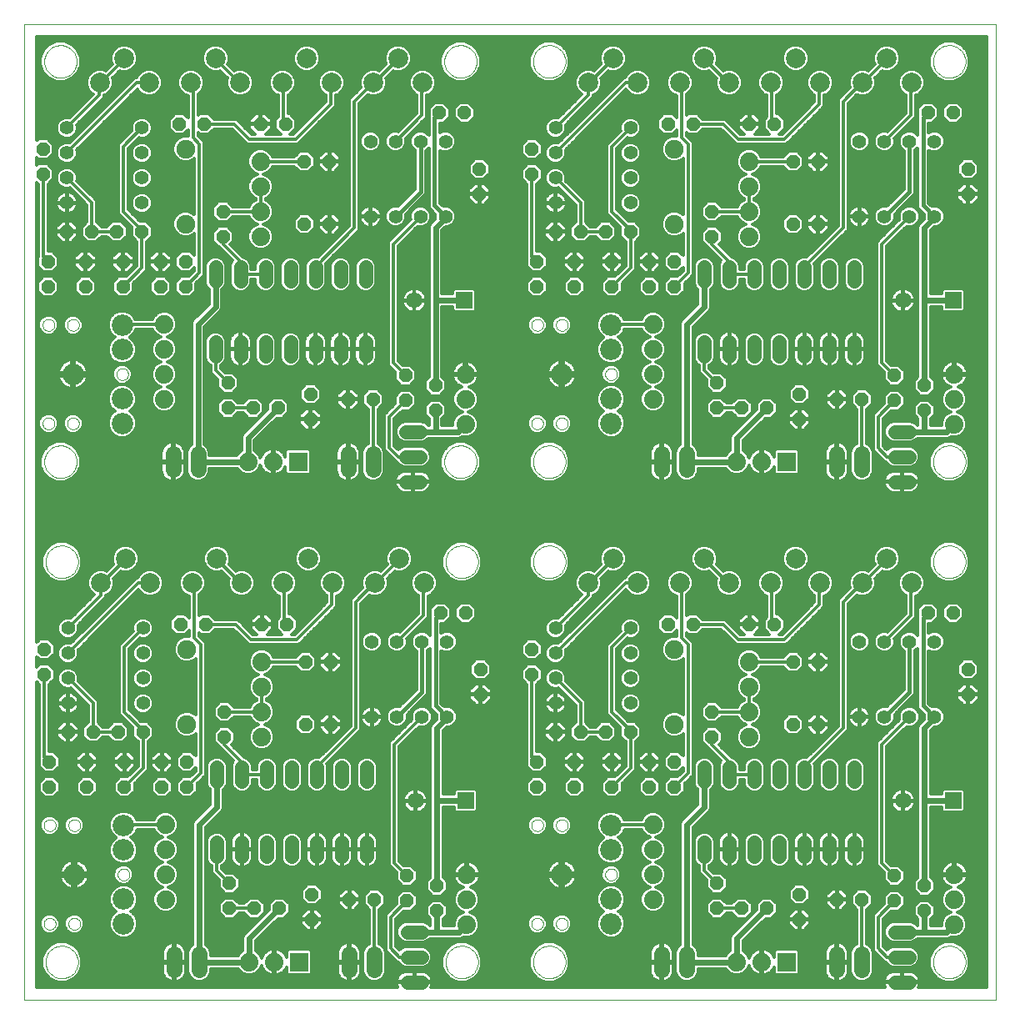
<source format=gtl>
G75*
G70*
%OFA0B0*%
%FSLAX24Y24*%
%IPPOS*%
%LPD*%
%AMOC8*
5,1,8,0,0,1.08239X$1,22.5*
%
%ADD10C,0.0000*%
%ADD11OC8,0.0560*%
%ADD12C,0.0560*%
%ADD13C,0.0560*%
%ADD14C,0.0634*%
%ADD15R,0.0740X0.0740*%
%ADD16C,0.0740*%
%ADD17C,0.0750*%
%ADD18C,0.0860*%
%ADD19C,0.0650*%
%ADD20R,0.0650X0.0650*%
%ADD21C,0.0787*%
%ADD22C,0.0120*%
%ADD23C,0.0160*%
%ADD24C,0.0240*%
D10*
X005833Y005833D02*
X005833Y044833D01*
X044703Y044829D01*
X044703Y005833D01*
X005833Y005833D01*
X006683Y007333D02*
X006685Y007383D01*
X006691Y007433D01*
X006701Y007483D01*
X006714Y007531D01*
X006731Y007579D01*
X006752Y007625D01*
X006776Y007669D01*
X006804Y007711D01*
X006835Y007751D01*
X006869Y007788D01*
X006906Y007823D01*
X006945Y007854D01*
X006986Y007883D01*
X007030Y007908D01*
X007076Y007930D01*
X007123Y007948D01*
X007171Y007962D01*
X007220Y007973D01*
X007270Y007980D01*
X007320Y007983D01*
X007371Y007982D01*
X007421Y007977D01*
X007471Y007968D01*
X007519Y007956D01*
X007567Y007939D01*
X007613Y007919D01*
X007658Y007896D01*
X007701Y007869D01*
X007741Y007839D01*
X007779Y007806D01*
X007814Y007770D01*
X007847Y007731D01*
X007876Y007690D01*
X007902Y007647D01*
X007925Y007602D01*
X007944Y007555D01*
X007959Y007507D01*
X007971Y007458D01*
X007979Y007408D01*
X007983Y007358D01*
X007983Y007308D01*
X007979Y007258D01*
X007971Y007208D01*
X007959Y007159D01*
X007944Y007111D01*
X007925Y007064D01*
X007902Y007019D01*
X007876Y006976D01*
X007847Y006935D01*
X007814Y006896D01*
X007779Y006860D01*
X007741Y006827D01*
X007701Y006797D01*
X007658Y006770D01*
X007613Y006747D01*
X007567Y006727D01*
X007519Y006710D01*
X007471Y006698D01*
X007421Y006689D01*
X007371Y006684D01*
X007320Y006683D01*
X007270Y006686D01*
X007220Y006693D01*
X007171Y006704D01*
X007123Y006718D01*
X007076Y006736D01*
X007030Y006758D01*
X006986Y006783D01*
X006945Y006812D01*
X006906Y006843D01*
X006869Y006878D01*
X006835Y006915D01*
X006804Y006955D01*
X006776Y006997D01*
X006752Y007041D01*
X006731Y007087D01*
X006714Y007135D01*
X006701Y007183D01*
X006691Y007233D01*
X006685Y007283D01*
X006683Y007333D01*
X006613Y008865D02*
X006615Y008895D01*
X006621Y008925D01*
X006630Y008954D01*
X006643Y008981D01*
X006660Y009006D01*
X006679Y009029D01*
X006702Y009050D01*
X006727Y009067D01*
X006753Y009081D01*
X006782Y009091D01*
X006811Y009098D01*
X006841Y009101D01*
X006872Y009100D01*
X006902Y009095D01*
X006931Y009086D01*
X006958Y009074D01*
X006984Y009059D01*
X007008Y009040D01*
X007029Y009018D01*
X007047Y008994D01*
X007062Y008967D01*
X007073Y008939D01*
X007081Y008910D01*
X007085Y008880D01*
X007085Y008850D01*
X007081Y008820D01*
X007073Y008791D01*
X007062Y008763D01*
X007047Y008736D01*
X007029Y008712D01*
X007008Y008690D01*
X006984Y008671D01*
X006958Y008656D01*
X006931Y008644D01*
X006902Y008635D01*
X006872Y008630D01*
X006841Y008629D01*
X006811Y008632D01*
X006782Y008639D01*
X006753Y008649D01*
X006727Y008663D01*
X006702Y008680D01*
X006679Y008701D01*
X006660Y008724D01*
X006643Y008749D01*
X006630Y008776D01*
X006621Y008805D01*
X006615Y008835D01*
X006613Y008865D01*
X007597Y008865D02*
X007599Y008895D01*
X007605Y008925D01*
X007614Y008954D01*
X007627Y008981D01*
X007644Y009006D01*
X007663Y009029D01*
X007686Y009050D01*
X007711Y009067D01*
X007737Y009081D01*
X007766Y009091D01*
X007795Y009098D01*
X007825Y009101D01*
X007856Y009100D01*
X007886Y009095D01*
X007915Y009086D01*
X007942Y009074D01*
X007968Y009059D01*
X007992Y009040D01*
X008013Y009018D01*
X008031Y008994D01*
X008046Y008967D01*
X008057Y008939D01*
X008065Y008910D01*
X008069Y008880D01*
X008069Y008850D01*
X008065Y008820D01*
X008057Y008791D01*
X008046Y008763D01*
X008031Y008736D01*
X008013Y008712D01*
X007992Y008690D01*
X007968Y008671D01*
X007942Y008656D01*
X007915Y008644D01*
X007886Y008635D01*
X007856Y008630D01*
X007825Y008629D01*
X007795Y008632D01*
X007766Y008639D01*
X007737Y008649D01*
X007711Y008663D01*
X007686Y008680D01*
X007663Y008701D01*
X007644Y008724D01*
X007627Y008749D01*
X007614Y008776D01*
X007605Y008805D01*
X007599Y008835D01*
X007597Y008865D01*
X009566Y010833D02*
X009568Y010863D01*
X009574Y010893D01*
X009583Y010922D01*
X009596Y010949D01*
X009613Y010974D01*
X009632Y010997D01*
X009655Y011018D01*
X009680Y011035D01*
X009706Y011049D01*
X009735Y011059D01*
X009764Y011066D01*
X009794Y011069D01*
X009825Y011068D01*
X009855Y011063D01*
X009884Y011054D01*
X009911Y011042D01*
X009937Y011027D01*
X009961Y011008D01*
X009982Y010986D01*
X010000Y010962D01*
X010015Y010935D01*
X010026Y010907D01*
X010034Y010878D01*
X010038Y010848D01*
X010038Y010818D01*
X010034Y010788D01*
X010026Y010759D01*
X010015Y010731D01*
X010000Y010704D01*
X009982Y010680D01*
X009961Y010658D01*
X009937Y010639D01*
X009911Y010624D01*
X009884Y010612D01*
X009855Y010603D01*
X009825Y010598D01*
X009794Y010597D01*
X009764Y010600D01*
X009735Y010607D01*
X009706Y010617D01*
X009680Y010631D01*
X009655Y010648D01*
X009632Y010669D01*
X009613Y010692D01*
X009596Y010717D01*
X009583Y010744D01*
X009574Y010773D01*
X009568Y010803D01*
X009566Y010833D01*
X007597Y012802D02*
X007599Y012832D01*
X007605Y012862D01*
X007614Y012891D01*
X007627Y012918D01*
X007644Y012943D01*
X007663Y012966D01*
X007686Y012987D01*
X007711Y013004D01*
X007737Y013018D01*
X007766Y013028D01*
X007795Y013035D01*
X007825Y013038D01*
X007856Y013037D01*
X007886Y013032D01*
X007915Y013023D01*
X007942Y013011D01*
X007968Y012996D01*
X007992Y012977D01*
X008013Y012955D01*
X008031Y012931D01*
X008046Y012904D01*
X008057Y012876D01*
X008065Y012847D01*
X008069Y012817D01*
X008069Y012787D01*
X008065Y012757D01*
X008057Y012728D01*
X008046Y012700D01*
X008031Y012673D01*
X008013Y012649D01*
X007992Y012627D01*
X007968Y012608D01*
X007942Y012593D01*
X007915Y012581D01*
X007886Y012572D01*
X007856Y012567D01*
X007825Y012566D01*
X007795Y012569D01*
X007766Y012576D01*
X007737Y012586D01*
X007711Y012600D01*
X007686Y012617D01*
X007663Y012638D01*
X007644Y012661D01*
X007627Y012686D01*
X007614Y012713D01*
X007605Y012742D01*
X007599Y012772D01*
X007597Y012802D01*
X006613Y012802D02*
X006615Y012832D01*
X006621Y012862D01*
X006630Y012891D01*
X006643Y012918D01*
X006660Y012943D01*
X006679Y012966D01*
X006702Y012987D01*
X006727Y013004D01*
X006753Y013018D01*
X006782Y013028D01*
X006811Y013035D01*
X006841Y013038D01*
X006872Y013037D01*
X006902Y013032D01*
X006931Y013023D01*
X006958Y013011D01*
X006984Y012996D01*
X007008Y012977D01*
X007029Y012955D01*
X007047Y012931D01*
X007062Y012904D01*
X007073Y012876D01*
X007081Y012847D01*
X007085Y012817D01*
X007085Y012787D01*
X007081Y012757D01*
X007073Y012728D01*
X007062Y012700D01*
X007047Y012673D01*
X007029Y012649D01*
X007008Y012627D01*
X006984Y012608D01*
X006958Y012593D01*
X006931Y012581D01*
X006902Y012572D01*
X006872Y012567D01*
X006841Y012566D01*
X006811Y012569D01*
X006782Y012576D01*
X006753Y012586D01*
X006727Y012600D01*
X006702Y012617D01*
X006679Y012638D01*
X006660Y012661D01*
X006643Y012686D01*
X006630Y012713D01*
X006621Y012742D01*
X006615Y012772D01*
X006613Y012802D01*
X006683Y023333D02*
X006685Y023383D01*
X006691Y023433D01*
X006701Y023483D01*
X006714Y023531D01*
X006731Y023579D01*
X006752Y023625D01*
X006776Y023669D01*
X006804Y023711D01*
X006835Y023751D01*
X006869Y023788D01*
X006906Y023823D01*
X006945Y023854D01*
X006986Y023883D01*
X007030Y023908D01*
X007076Y023930D01*
X007123Y023948D01*
X007171Y023962D01*
X007220Y023973D01*
X007270Y023980D01*
X007320Y023983D01*
X007371Y023982D01*
X007421Y023977D01*
X007471Y023968D01*
X007519Y023956D01*
X007567Y023939D01*
X007613Y023919D01*
X007658Y023896D01*
X007701Y023869D01*
X007741Y023839D01*
X007779Y023806D01*
X007814Y023770D01*
X007847Y023731D01*
X007876Y023690D01*
X007902Y023647D01*
X007925Y023602D01*
X007944Y023555D01*
X007959Y023507D01*
X007971Y023458D01*
X007979Y023408D01*
X007983Y023358D01*
X007983Y023308D01*
X007979Y023258D01*
X007971Y023208D01*
X007959Y023159D01*
X007944Y023111D01*
X007925Y023064D01*
X007902Y023019D01*
X007876Y022976D01*
X007847Y022935D01*
X007814Y022896D01*
X007779Y022860D01*
X007741Y022827D01*
X007701Y022797D01*
X007658Y022770D01*
X007613Y022747D01*
X007567Y022727D01*
X007519Y022710D01*
X007471Y022698D01*
X007421Y022689D01*
X007371Y022684D01*
X007320Y022683D01*
X007270Y022686D01*
X007220Y022693D01*
X007171Y022704D01*
X007123Y022718D01*
X007076Y022736D01*
X007030Y022758D01*
X006986Y022783D01*
X006945Y022812D01*
X006906Y022843D01*
X006869Y022878D01*
X006835Y022915D01*
X006804Y022955D01*
X006776Y022997D01*
X006752Y023041D01*
X006731Y023087D01*
X006714Y023135D01*
X006701Y023183D01*
X006691Y023233D01*
X006685Y023283D01*
X006683Y023333D01*
X006633Y027333D02*
X006635Y027383D01*
X006641Y027433D01*
X006651Y027483D01*
X006664Y027531D01*
X006681Y027579D01*
X006702Y027625D01*
X006726Y027669D01*
X006754Y027711D01*
X006785Y027751D01*
X006819Y027788D01*
X006856Y027823D01*
X006895Y027854D01*
X006936Y027883D01*
X006980Y027908D01*
X007026Y027930D01*
X007073Y027948D01*
X007121Y027962D01*
X007170Y027973D01*
X007220Y027980D01*
X007270Y027983D01*
X007321Y027982D01*
X007371Y027977D01*
X007421Y027968D01*
X007469Y027956D01*
X007517Y027939D01*
X007563Y027919D01*
X007608Y027896D01*
X007651Y027869D01*
X007691Y027839D01*
X007729Y027806D01*
X007764Y027770D01*
X007797Y027731D01*
X007826Y027690D01*
X007852Y027647D01*
X007875Y027602D01*
X007894Y027555D01*
X007909Y027507D01*
X007921Y027458D01*
X007929Y027408D01*
X007933Y027358D01*
X007933Y027308D01*
X007929Y027258D01*
X007921Y027208D01*
X007909Y027159D01*
X007894Y027111D01*
X007875Y027064D01*
X007852Y027019D01*
X007826Y026976D01*
X007797Y026935D01*
X007764Y026896D01*
X007729Y026860D01*
X007691Y026827D01*
X007651Y026797D01*
X007608Y026770D01*
X007563Y026747D01*
X007517Y026727D01*
X007469Y026710D01*
X007421Y026698D01*
X007371Y026689D01*
X007321Y026684D01*
X007270Y026683D01*
X007220Y026686D01*
X007170Y026693D01*
X007121Y026704D01*
X007073Y026718D01*
X007026Y026736D01*
X006980Y026758D01*
X006936Y026783D01*
X006895Y026812D01*
X006856Y026843D01*
X006819Y026878D01*
X006785Y026915D01*
X006754Y026955D01*
X006726Y026997D01*
X006702Y027041D01*
X006681Y027087D01*
X006664Y027135D01*
X006651Y027183D01*
X006641Y027233D01*
X006635Y027283D01*
X006633Y027333D01*
X006563Y028865D02*
X006565Y028895D01*
X006571Y028925D01*
X006580Y028954D01*
X006593Y028981D01*
X006610Y029006D01*
X006629Y029029D01*
X006652Y029050D01*
X006677Y029067D01*
X006703Y029081D01*
X006732Y029091D01*
X006761Y029098D01*
X006791Y029101D01*
X006822Y029100D01*
X006852Y029095D01*
X006881Y029086D01*
X006908Y029074D01*
X006934Y029059D01*
X006958Y029040D01*
X006979Y029018D01*
X006997Y028994D01*
X007012Y028967D01*
X007023Y028939D01*
X007031Y028910D01*
X007035Y028880D01*
X007035Y028850D01*
X007031Y028820D01*
X007023Y028791D01*
X007012Y028763D01*
X006997Y028736D01*
X006979Y028712D01*
X006958Y028690D01*
X006934Y028671D01*
X006908Y028656D01*
X006881Y028644D01*
X006852Y028635D01*
X006822Y028630D01*
X006791Y028629D01*
X006761Y028632D01*
X006732Y028639D01*
X006703Y028649D01*
X006677Y028663D01*
X006652Y028680D01*
X006629Y028701D01*
X006610Y028724D01*
X006593Y028749D01*
X006580Y028776D01*
X006571Y028805D01*
X006565Y028835D01*
X006563Y028865D01*
X007547Y028865D02*
X007549Y028895D01*
X007555Y028925D01*
X007564Y028954D01*
X007577Y028981D01*
X007594Y029006D01*
X007613Y029029D01*
X007636Y029050D01*
X007661Y029067D01*
X007687Y029081D01*
X007716Y029091D01*
X007745Y029098D01*
X007775Y029101D01*
X007806Y029100D01*
X007836Y029095D01*
X007865Y029086D01*
X007892Y029074D01*
X007918Y029059D01*
X007942Y029040D01*
X007963Y029018D01*
X007981Y028994D01*
X007996Y028967D01*
X008007Y028939D01*
X008015Y028910D01*
X008019Y028880D01*
X008019Y028850D01*
X008015Y028820D01*
X008007Y028791D01*
X007996Y028763D01*
X007981Y028736D01*
X007963Y028712D01*
X007942Y028690D01*
X007918Y028671D01*
X007892Y028656D01*
X007865Y028644D01*
X007836Y028635D01*
X007806Y028630D01*
X007775Y028629D01*
X007745Y028632D01*
X007716Y028639D01*
X007687Y028649D01*
X007661Y028663D01*
X007636Y028680D01*
X007613Y028701D01*
X007594Y028724D01*
X007577Y028749D01*
X007564Y028776D01*
X007555Y028805D01*
X007549Y028835D01*
X007547Y028865D01*
X009516Y030833D02*
X009518Y030863D01*
X009524Y030893D01*
X009533Y030922D01*
X009546Y030949D01*
X009563Y030974D01*
X009582Y030997D01*
X009605Y031018D01*
X009630Y031035D01*
X009656Y031049D01*
X009685Y031059D01*
X009714Y031066D01*
X009744Y031069D01*
X009775Y031068D01*
X009805Y031063D01*
X009834Y031054D01*
X009861Y031042D01*
X009887Y031027D01*
X009911Y031008D01*
X009932Y030986D01*
X009950Y030962D01*
X009965Y030935D01*
X009976Y030907D01*
X009984Y030878D01*
X009988Y030848D01*
X009988Y030818D01*
X009984Y030788D01*
X009976Y030759D01*
X009965Y030731D01*
X009950Y030704D01*
X009932Y030680D01*
X009911Y030658D01*
X009887Y030639D01*
X009861Y030624D01*
X009834Y030612D01*
X009805Y030603D01*
X009775Y030598D01*
X009744Y030597D01*
X009714Y030600D01*
X009685Y030607D01*
X009656Y030617D01*
X009630Y030631D01*
X009605Y030648D01*
X009582Y030669D01*
X009563Y030692D01*
X009546Y030717D01*
X009533Y030744D01*
X009524Y030773D01*
X009518Y030803D01*
X009516Y030833D01*
X007547Y032802D02*
X007549Y032832D01*
X007555Y032862D01*
X007564Y032891D01*
X007577Y032918D01*
X007594Y032943D01*
X007613Y032966D01*
X007636Y032987D01*
X007661Y033004D01*
X007687Y033018D01*
X007716Y033028D01*
X007745Y033035D01*
X007775Y033038D01*
X007806Y033037D01*
X007836Y033032D01*
X007865Y033023D01*
X007892Y033011D01*
X007918Y032996D01*
X007942Y032977D01*
X007963Y032955D01*
X007981Y032931D01*
X007996Y032904D01*
X008007Y032876D01*
X008015Y032847D01*
X008019Y032817D01*
X008019Y032787D01*
X008015Y032757D01*
X008007Y032728D01*
X007996Y032700D01*
X007981Y032673D01*
X007963Y032649D01*
X007942Y032627D01*
X007918Y032608D01*
X007892Y032593D01*
X007865Y032581D01*
X007836Y032572D01*
X007806Y032567D01*
X007775Y032566D01*
X007745Y032569D01*
X007716Y032576D01*
X007687Y032586D01*
X007661Y032600D01*
X007636Y032617D01*
X007613Y032638D01*
X007594Y032661D01*
X007577Y032686D01*
X007564Y032713D01*
X007555Y032742D01*
X007549Y032772D01*
X007547Y032802D01*
X006563Y032802D02*
X006565Y032832D01*
X006571Y032862D01*
X006580Y032891D01*
X006593Y032918D01*
X006610Y032943D01*
X006629Y032966D01*
X006652Y032987D01*
X006677Y033004D01*
X006703Y033018D01*
X006732Y033028D01*
X006761Y033035D01*
X006791Y033038D01*
X006822Y033037D01*
X006852Y033032D01*
X006881Y033023D01*
X006908Y033011D01*
X006934Y032996D01*
X006958Y032977D01*
X006979Y032955D01*
X006997Y032931D01*
X007012Y032904D01*
X007023Y032876D01*
X007031Y032847D01*
X007035Y032817D01*
X007035Y032787D01*
X007031Y032757D01*
X007023Y032728D01*
X007012Y032700D01*
X006997Y032673D01*
X006979Y032649D01*
X006958Y032627D01*
X006934Y032608D01*
X006908Y032593D01*
X006881Y032581D01*
X006852Y032572D01*
X006822Y032567D01*
X006791Y032566D01*
X006761Y032569D01*
X006732Y032576D01*
X006703Y032586D01*
X006677Y032600D01*
X006652Y032617D01*
X006629Y032638D01*
X006610Y032661D01*
X006593Y032686D01*
X006580Y032713D01*
X006571Y032742D01*
X006565Y032772D01*
X006563Y032802D01*
X006633Y043333D02*
X006635Y043383D01*
X006641Y043433D01*
X006651Y043483D01*
X006664Y043531D01*
X006681Y043579D01*
X006702Y043625D01*
X006726Y043669D01*
X006754Y043711D01*
X006785Y043751D01*
X006819Y043788D01*
X006856Y043823D01*
X006895Y043854D01*
X006936Y043883D01*
X006980Y043908D01*
X007026Y043930D01*
X007073Y043948D01*
X007121Y043962D01*
X007170Y043973D01*
X007220Y043980D01*
X007270Y043983D01*
X007321Y043982D01*
X007371Y043977D01*
X007421Y043968D01*
X007469Y043956D01*
X007517Y043939D01*
X007563Y043919D01*
X007608Y043896D01*
X007651Y043869D01*
X007691Y043839D01*
X007729Y043806D01*
X007764Y043770D01*
X007797Y043731D01*
X007826Y043690D01*
X007852Y043647D01*
X007875Y043602D01*
X007894Y043555D01*
X007909Y043507D01*
X007921Y043458D01*
X007929Y043408D01*
X007933Y043358D01*
X007933Y043308D01*
X007929Y043258D01*
X007921Y043208D01*
X007909Y043159D01*
X007894Y043111D01*
X007875Y043064D01*
X007852Y043019D01*
X007826Y042976D01*
X007797Y042935D01*
X007764Y042896D01*
X007729Y042860D01*
X007691Y042827D01*
X007651Y042797D01*
X007608Y042770D01*
X007563Y042747D01*
X007517Y042727D01*
X007469Y042710D01*
X007421Y042698D01*
X007371Y042689D01*
X007321Y042684D01*
X007270Y042683D01*
X007220Y042686D01*
X007170Y042693D01*
X007121Y042704D01*
X007073Y042718D01*
X007026Y042736D01*
X006980Y042758D01*
X006936Y042783D01*
X006895Y042812D01*
X006856Y042843D01*
X006819Y042878D01*
X006785Y042915D01*
X006754Y042955D01*
X006726Y042997D01*
X006702Y043041D01*
X006681Y043087D01*
X006664Y043135D01*
X006651Y043183D01*
X006641Y043233D01*
X006635Y043283D01*
X006633Y043333D01*
X022633Y043333D02*
X022635Y043383D01*
X022641Y043433D01*
X022651Y043483D01*
X022664Y043531D01*
X022681Y043579D01*
X022702Y043625D01*
X022726Y043669D01*
X022754Y043711D01*
X022785Y043751D01*
X022819Y043788D01*
X022856Y043823D01*
X022895Y043854D01*
X022936Y043883D01*
X022980Y043908D01*
X023026Y043930D01*
X023073Y043948D01*
X023121Y043962D01*
X023170Y043973D01*
X023220Y043980D01*
X023270Y043983D01*
X023321Y043982D01*
X023371Y043977D01*
X023421Y043968D01*
X023469Y043956D01*
X023517Y043939D01*
X023563Y043919D01*
X023608Y043896D01*
X023651Y043869D01*
X023691Y043839D01*
X023729Y043806D01*
X023764Y043770D01*
X023797Y043731D01*
X023826Y043690D01*
X023852Y043647D01*
X023875Y043602D01*
X023894Y043555D01*
X023909Y043507D01*
X023921Y043458D01*
X023929Y043408D01*
X023933Y043358D01*
X023933Y043308D01*
X023929Y043258D01*
X023921Y043208D01*
X023909Y043159D01*
X023894Y043111D01*
X023875Y043064D01*
X023852Y043019D01*
X023826Y042976D01*
X023797Y042935D01*
X023764Y042896D01*
X023729Y042860D01*
X023691Y042827D01*
X023651Y042797D01*
X023608Y042770D01*
X023563Y042747D01*
X023517Y042727D01*
X023469Y042710D01*
X023421Y042698D01*
X023371Y042689D01*
X023321Y042684D01*
X023270Y042683D01*
X023220Y042686D01*
X023170Y042693D01*
X023121Y042704D01*
X023073Y042718D01*
X023026Y042736D01*
X022980Y042758D01*
X022936Y042783D01*
X022895Y042812D01*
X022856Y042843D01*
X022819Y042878D01*
X022785Y042915D01*
X022754Y042955D01*
X022726Y042997D01*
X022702Y043041D01*
X022681Y043087D01*
X022664Y043135D01*
X022651Y043183D01*
X022641Y043233D01*
X022635Y043283D01*
X022633Y043333D01*
X026183Y043333D02*
X026185Y043383D01*
X026191Y043433D01*
X026201Y043483D01*
X026214Y043531D01*
X026231Y043579D01*
X026252Y043625D01*
X026276Y043669D01*
X026304Y043711D01*
X026335Y043751D01*
X026369Y043788D01*
X026406Y043823D01*
X026445Y043854D01*
X026486Y043883D01*
X026530Y043908D01*
X026576Y043930D01*
X026623Y043948D01*
X026671Y043962D01*
X026720Y043973D01*
X026770Y043980D01*
X026820Y043983D01*
X026871Y043982D01*
X026921Y043977D01*
X026971Y043968D01*
X027019Y043956D01*
X027067Y043939D01*
X027113Y043919D01*
X027158Y043896D01*
X027201Y043869D01*
X027241Y043839D01*
X027279Y043806D01*
X027314Y043770D01*
X027347Y043731D01*
X027376Y043690D01*
X027402Y043647D01*
X027425Y043602D01*
X027444Y043555D01*
X027459Y043507D01*
X027471Y043458D01*
X027479Y043408D01*
X027483Y043358D01*
X027483Y043308D01*
X027479Y043258D01*
X027471Y043208D01*
X027459Y043159D01*
X027444Y043111D01*
X027425Y043064D01*
X027402Y043019D01*
X027376Y042976D01*
X027347Y042935D01*
X027314Y042896D01*
X027279Y042860D01*
X027241Y042827D01*
X027201Y042797D01*
X027158Y042770D01*
X027113Y042747D01*
X027067Y042727D01*
X027019Y042710D01*
X026971Y042698D01*
X026921Y042689D01*
X026871Y042684D01*
X026820Y042683D01*
X026770Y042686D01*
X026720Y042693D01*
X026671Y042704D01*
X026623Y042718D01*
X026576Y042736D01*
X026530Y042758D01*
X026486Y042783D01*
X026445Y042812D01*
X026406Y042843D01*
X026369Y042878D01*
X026335Y042915D01*
X026304Y042955D01*
X026276Y042997D01*
X026252Y043041D01*
X026231Y043087D01*
X026214Y043135D01*
X026201Y043183D01*
X026191Y043233D01*
X026185Y043283D01*
X026183Y043333D01*
X026113Y032802D02*
X026115Y032832D01*
X026121Y032862D01*
X026130Y032891D01*
X026143Y032918D01*
X026160Y032943D01*
X026179Y032966D01*
X026202Y032987D01*
X026227Y033004D01*
X026253Y033018D01*
X026282Y033028D01*
X026311Y033035D01*
X026341Y033038D01*
X026372Y033037D01*
X026402Y033032D01*
X026431Y033023D01*
X026458Y033011D01*
X026484Y032996D01*
X026508Y032977D01*
X026529Y032955D01*
X026547Y032931D01*
X026562Y032904D01*
X026573Y032876D01*
X026581Y032847D01*
X026585Y032817D01*
X026585Y032787D01*
X026581Y032757D01*
X026573Y032728D01*
X026562Y032700D01*
X026547Y032673D01*
X026529Y032649D01*
X026508Y032627D01*
X026484Y032608D01*
X026458Y032593D01*
X026431Y032581D01*
X026402Y032572D01*
X026372Y032567D01*
X026341Y032566D01*
X026311Y032569D01*
X026282Y032576D01*
X026253Y032586D01*
X026227Y032600D01*
X026202Y032617D01*
X026179Y032638D01*
X026160Y032661D01*
X026143Y032686D01*
X026130Y032713D01*
X026121Y032742D01*
X026115Y032772D01*
X026113Y032802D01*
X027097Y032802D02*
X027099Y032832D01*
X027105Y032862D01*
X027114Y032891D01*
X027127Y032918D01*
X027144Y032943D01*
X027163Y032966D01*
X027186Y032987D01*
X027211Y033004D01*
X027237Y033018D01*
X027266Y033028D01*
X027295Y033035D01*
X027325Y033038D01*
X027356Y033037D01*
X027386Y033032D01*
X027415Y033023D01*
X027442Y033011D01*
X027468Y032996D01*
X027492Y032977D01*
X027513Y032955D01*
X027531Y032931D01*
X027546Y032904D01*
X027557Y032876D01*
X027565Y032847D01*
X027569Y032817D01*
X027569Y032787D01*
X027565Y032757D01*
X027557Y032728D01*
X027546Y032700D01*
X027531Y032673D01*
X027513Y032649D01*
X027492Y032627D01*
X027468Y032608D01*
X027442Y032593D01*
X027415Y032581D01*
X027386Y032572D01*
X027356Y032567D01*
X027325Y032566D01*
X027295Y032569D01*
X027266Y032576D01*
X027237Y032586D01*
X027211Y032600D01*
X027186Y032617D01*
X027163Y032638D01*
X027144Y032661D01*
X027127Y032686D01*
X027114Y032713D01*
X027105Y032742D01*
X027099Y032772D01*
X027097Y032802D01*
X029066Y030833D02*
X029068Y030863D01*
X029074Y030893D01*
X029083Y030922D01*
X029096Y030949D01*
X029113Y030974D01*
X029132Y030997D01*
X029155Y031018D01*
X029180Y031035D01*
X029206Y031049D01*
X029235Y031059D01*
X029264Y031066D01*
X029294Y031069D01*
X029325Y031068D01*
X029355Y031063D01*
X029384Y031054D01*
X029411Y031042D01*
X029437Y031027D01*
X029461Y031008D01*
X029482Y030986D01*
X029500Y030962D01*
X029515Y030935D01*
X029526Y030907D01*
X029534Y030878D01*
X029538Y030848D01*
X029538Y030818D01*
X029534Y030788D01*
X029526Y030759D01*
X029515Y030731D01*
X029500Y030704D01*
X029482Y030680D01*
X029461Y030658D01*
X029437Y030639D01*
X029411Y030624D01*
X029384Y030612D01*
X029355Y030603D01*
X029325Y030598D01*
X029294Y030597D01*
X029264Y030600D01*
X029235Y030607D01*
X029206Y030617D01*
X029180Y030631D01*
X029155Y030648D01*
X029132Y030669D01*
X029113Y030692D01*
X029096Y030717D01*
X029083Y030744D01*
X029074Y030773D01*
X029068Y030803D01*
X029066Y030833D01*
X027097Y028865D02*
X027099Y028895D01*
X027105Y028925D01*
X027114Y028954D01*
X027127Y028981D01*
X027144Y029006D01*
X027163Y029029D01*
X027186Y029050D01*
X027211Y029067D01*
X027237Y029081D01*
X027266Y029091D01*
X027295Y029098D01*
X027325Y029101D01*
X027356Y029100D01*
X027386Y029095D01*
X027415Y029086D01*
X027442Y029074D01*
X027468Y029059D01*
X027492Y029040D01*
X027513Y029018D01*
X027531Y028994D01*
X027546Y028967D01*
X027557Y028939D01*
X027565Y028910D01*
X027569Y028880D01*
X027569Y028850D01*
X027565Y028820D01*
X027557Y028791D01*
X027546Y028763D01*
X027531Y028736D01*
X027513Y028712D01*
X027492Y028690D01*
X027468Y028671D01*
X027442Y028656D01*
X027415Y028644D01*
X027386Y028635D01*
X027356Y028630D01*
X027325Y028629D01*
X027295Y028632D01*
X027266Y028639D01*
X027237Y028649D01*
X027211Y028663D01*
X027186Y028680D01*
X027163Y028701D01*
X027144Y028724D01*
X027127Y028749D01*
X027114Y028776D01*
X027105Y028805D01*
X027099Y028835D01*
X027097Y028865D01*
X026113Y028865D02*
X026115Y028895D01*
X026121Y028925D01*
X026130Y028954D01*
X026143Y028981D01*
X026160Y029006D01*
X026179Y029029D01*
X026202Y029050D01*
X026227Y029067D01*
X026253Y029081D01*
X026282Y029091D01*
X026311Y029098D01*
X026341Y029101D01*
X026372Y029100D01*
X026402Y029095D01*
X026431Y029086D01*
X026458Y029074D01*
X026484Y029059D01*
X026508Y029040D01*
X026529Y029018D01*
X026547Y028994D01*
X026562Y028967D01*
X026573Y028939D01*
X026581Y028910D01*
X026585Y028880D01*
X026585Y028850D01*
X026581Y028820D01*
X026573Y028791D01*
X026562Y028763D01*
X026547Y028736D01*
X026529Y028712D01*
X026508Y028690D01*
X026484Y028671D01*
X026458Y028656D01*
X026431Y028644D01*
X026402Y028635D01*
X026372Y028630D01*
X026341Y028629D01*
X026311Y028632D01*
X026282Y028639D01*
X026253Y028649D01*
X026227Y028663D01*
X026202Y028680D01*
X026179Y028701D01*
X026160Y028724D01*
X026143Y028749D01*
X026130Y028776D01*
X026121Y028805D01*
X026115Y028835D01*
X026113Y028865D01*
X026183Y027333D02*
X026185Y027383D01*
X026191Y027433D01*
X026201Y027483D01*
X026214Y027531D01*
X026231Y027579D01*
X026252Y027625D01*
X026276Y027669D01*
X026304Y027711D01*
X026335Y027751D01*
X026369Y027788D01*
X026406Y027823D01*
X026445Y027854D01*
X026486Y027883D01*
X026530Y027908D01*
X026576Y027930D01*
X026623Y027948D01*
X026671Y027962D01*
X026720Y027973D01*
X026770Y027980D01*
X026820Y027983D01*
X026871Y027982D01*
X026921Y027977D01*
X026971Y027968D01*
X027019Y027956D01*
X027067Y027939D01*
X027113Y027919D01*
X027158Y027896D01*
X027201Y027869D01*
X027241Y027839D01*
X027279Y027806D01*
X027314Y027770D01*
X027347Y027731D01*
X027376Y027690D01*
X027402Y027647D01*
X027425Y027602D01*
X027444Y027555D01*
X027459Y027507D01*
X027471Y027458D01*
X027479Y027408D01*
X027483Y027358D01*
X027483Y027308D01*
X027479Y027258D01*
X027471Y027208D01*
X027459Y027159D01*
X027444Y027111D01*
X027425Y027064D01*
X027402Y027019D01*
X027376Y026976D01*
X027347Y026935D01*
X027314Y026896D01*
X027279Y026860D01*
X027241Y026827D01*
X027201Y026797D01*
X027158Y026770D01*
X027113Y026747D01*
X027067Y026727D01*
X027019Y026710D01*
X026971Y026698D01*
X026921Y026689D01*
X026871Y026684D01*
X026820Y026683D01*
X026770Y026686D01*
X026720Y026693D01*
X026671Y026704D01*
X026623Y026718D01*
X026576Y026736D01*
X026530Y026758D01*
X026486Y026783D01*
X026445Y026812D01*
X026406Y026843D01*
X026369Y026878D01*
X026335Y026915D01*
X026304Y026955D01*
X026276Y026997D01*
X026252Y027041D01*
X026231Y027087D01*
X026214Y027135D01*
X026201Y027183D01*
X026191Y027233D01*
X026185Y027283D01*
X026183Y027333D01*
X022633Y027333D02*
X022635Y027383D01*
X022641Y027433D01*
X022651Y027483D01*
X022664Y027531D01*
X022681Y027579D01*
X022702Y027625D01*
X022726Y027669D01*
X022754Y027711D01*
X022785Y027751D01*
X022819Y027788D01*
X022856Y027823D01*
X022895Y027854D01*
X022936Y027883D01*
X022980Y027908D01*
X023026Y027930D01*
X023073Y027948D01*
X023121Y027962D01*
X023170Y027973D01*
X023220Y027980D01*
X023270Y027983D01*
X023321Y027982D01*
X023371Y027977D01*
X023421Y027968D01*
X023469Y027956D01*
X023517Y027939D01*
X023563Y027919D01*
X023608Y027896D01*
X023651Y027869D01*
X023691Y027839D01*
X023729Y027806D01*
X023764Y027770D01*
X023797Y027731D01*
X023826Y027690D01*
X023852Y027647D01*
X023875Y027602D01*
X023894Y027555D01*
X023909Y027507D01*
X023921Y027458D01*
X023929Y027408D01*
X023933Y027358D01*
X023933Y027308D01*
X023929Y027258D01*
X023921Y027208D01*
X023909Y027159D01*
X023894Y027111D01*
X023875Y027064D01*
X023852Y027019D01*
X023826Y026976D01*
X023797Y026935D01*
X023764Y026896D01*
X023729Y026860D01*
X023691Y026827D01*
X023651Y026797D01*
X023608Y026770D01*
X023563Y026747D01*
X023517Y026727D01*
X023469Y026710D01*
X023421Y026698D01*
X023371Y026689D01*
X023321Y026684D01*
X023270Y026683D01*
X023220Y026686D01*
X023170Y026693D01*
X023121Y026704D01*
X023073Y026718D01*
X023026Y026736D01*
X022980Y026758D01*
X022936Y026783D01*
X022895Y026812D01*
X022856Y026843D01*
X022819Y026878D01*
X022785Y026915D01*
X022754Y026955D01*
X022726Y026997D01*
X022702Y027041D01*
X022681Y027087D01*
X022664Y027135D01*
X022651Y027183D01*
X022641Y027233D01*
X022635Y027283D01*
X022633Y027333D01*
X022683Y023333D02*
X022685Y023383D01*
X022691Y023433D01*
X022701Y023483D01*
X022714Y023531D01*
X022731Y023579D01*
X022752Y023625D01*
X022776Y023669D01*
X022804Y023711D01*
X022835Y023751D01*
X022869Y023788D01*
X022906Y023823D01*
X022945Y023854D01*
X022986Y023883D01*
X023030Y023908D01*
X023076Y023930D01*
X023123Y023948D01*
X023171Y023962D01*
X023220Y023973D01*
X023270Y023980D01*
X023320Y023983D01*
X023371Y023982D01*
X023421Y023977D01*
X023471Y023968D01*
X023519Y023956D01*
X023567Y023939D01*
X023613Y023919D01*
X023658Y023896D01*
X023701Y023869D01*
X023741Y023839D01*
X023779Y023806D01*
X023814Y023770D01*
X023847Y023731D01*
X023876Y023690D01*
X023902Y023647D01*
X023925Y023602D01*
X023944Y023555D01*
X023959Y023507D01*
X023971Y023458D01*
X023979Y023408D01*
X023983Y023358D01*
X023983Y023308D01*
X023979Y023258D01*
X023971Y023208D01*
X023959Y023159D01*
X023944Y023111D01*
X023925Y023064D01*
X023902Y023019D01*
X023876Y022976D01*
X023847Y022935D01*
X023814Y022896D01*
X023779Y022860D01*
X023741Y022827D01*
X023701Y022797D01*
X023658Y022770D01*
X023613Y022747D01*
X023567Y022727D01*
X023519Y022710D01*
X023471Y022698D01*
X023421Y022689D01*
X023371Y022684D01*
X023320Y022683D01*
X023270Y022686D01*
X023220Y022693D01*
X023171Y022704D01*
X023123Y022718D01*
X023076Y022736D01*
X023030Y022758D01*
X022986Y022783D01*
X022945Y022812D01*
X022906Y022843D01*
X022869Y022878D01*
X022835Y022915D01*
X022804Y022955D01*
X022776Y022997D01*
X022752Y023041D01*
X022731Y023087D01*
X022714Y023135D01*
X022701Y023183D01*
X022691Y023233D01*
X022685Y023283D01*
X022683Y023333D01*
X026183Y023333D02*
X026185Y023383D01*
X026191Y023433D01*
X026201Y023483D01*
X026214Y023531D01*
X026231Y023579D01*
X026252Y023625D01*
X026276Y023669D01*
X026304Y023711D01*
X026335Y023751D01*
X026369Y023788D01*
X026406Y023823D01*
X026445Y023854D01*
X026486Y023883D01*
X026530Y023908D01*
X026576Y023930D01*
X026623Y023948D01*
X026671Y023962D01*
X026720Y023973D01*
X026770Y023980D01*
X026820Y023983D01*
X026871Y023982D01*
X026921Y023977D01*
X026971Y023968D01*
X027019Y023956D01*
X027067Y023939D01*
X027113Y023919D01*
X027158Y023896D01*
X027201Y023869D01*
X027241Y023839D01*
X027279Y023806D01*
X027314Y023770D01*
X027347Y023731D01*
X027376Y023690D01*
X027402Y023647D01*
X027425Y023602D01*
X027444Y023555D01*
X027459Y023507D01*
X027471Y023458D01*
X027479Y023408D01*
X027483Y023358D01*
X027483Y023308D01*
X027479Y023258D01*
X027471Y023208D01*
X027459Y023159D01*
X027444Y023111D01*
X027425Y023064D01*
X027402Y023019D01*
X027376Y022976D01*
X027347Y022935D01*
X027314Y022896D01*
X027279Y022860D01*
X027241Y022827D01*
X027201Y022797D01*
X027158Y022770D01*
X027113Y022747D01*
X027067Y022727D01*
X027019Y022710D01*
X026971Y022698D01*
X026921Y022689D01*
X026871Y022684D01*
X026820Y022683D01*
X026770Y022686D01*
X026720Y022693D01*
X026671Y022704D01*
X026623Y022718D01*
X026576Y022736D01*
X026530Y022758D01*
X026486Y022783D01*
X026445Y022812D01*
X026406Y022843D01*
X026369Y022878D01*
X026335Y022915D01*
X026304Y022955D01*
X026276Y022997D01*
X026252Y023041D01*
X026231Y023087D01*
X026214Y023135D01*
X026201Y023183D01*
X026191Y023233D01*
X026185Y023283D01*
X026183Y023333D01*
X026113Y012802D02*
X026115Y012832D01*
X026121Y012862D01*
X026130Y012891D01*
X026143Y012918D01*
X026160Y012943D01*
X026179Y012966D01*
X026202Y012987D01*
X026227Y013004D01*
X026253Y013018D01*
X026282Y013028D01*
X026311Y013035D01*
X026341Y013038D01*
X026372Y013037D01*
X026402Y013032D01*
X026431Y013023D01*
X026458Y013011D01*
X026484Y012996D01*
X026508Y012977D01*
X026529Y012955D01*
X026547Y012931D01*
X026562Y012904D01*
X026573Y012876D01*
X026581Y012847D01*
X026585Y012817D01*
X026585Y012787D01*
X026581Y012757D01*
X026573Y012728D01*
X026562Y012700D01*
X026547Y012673D01*
X026529Y012649D01*
X026508Y012627D01*
X026484Y012608D01*
X026458Y012593D01*
X026431Y012581D01*
X026402Y012572D01*
X026372Y012567D01*
X026341Y012566D01*
X026311Y012569D01*
X026282Y012576D01*
X026253Y012586D01*
X026227Y012600D01*
X026202Y012617D01*
X026179Y012638D01*
X026160Y012661D01*
X026143Y012686D01*
X026130Y012713D01*
X026121Y012742D01*
X026115Y012772D01*
X026113Y012802D01*
X027097Y012802D02*
X027099Y012832D01*
X027105Y012862D01*
X027114Y012891D01*
X027127Y012918D01*
X027144Y012943D01*
X027163Y012966D01*
X027186Y012987D01*
X027211Y013004D01*
X027237Y013018D01*
X027266Y013028D01*
X027295Y013035D01*
X027325Y013038D01*
X027356Y013037D01*
X027386Y013032D01*
X027415Y013023D01*
X027442Y013011D01*
X027468Y012996D01*
X027492Y012977D01*
X027513Y012955D01*
X027531Y012931D01*
X027546Y012904D01*
X027557Y012876D01*
X027565Y012847D01*
X027569Y012817D01*
X027569Y012787D01*
X027565Y012757D01*
X027557Y012728D01*
X027546Y012700D01*
X027531Y012673D01*
X027513Y012649D01*
X027492Y012627D01*
X027468Y012608D01*
X027442Y012593D01*
X027415Y012581D01*
X027386Y012572D01*
X027356Y012567D01*
X027325Y012566D01*
X027295Y012569D01*
X027266Y012576D01*
X027237Y012586D01*
X027211Y012600D01*
X027186Y012617D01*
X027163Y012638D01*
X027144Y012661D01*
X027127Y012686D01*
X027114Y012713D01*
X027105Y012742D01*
X027099Y012772D01*
X027097Y012802D01*
X029066Y010833D02*
X029068Y010863D01*
X029074Y010893D01*
X029083Y010922D01*
X029096Y010949D01*
X029113Y010974D01*
X029132Y010997D01*
X029155Y011018D01*
X029180Y011035D01*
X029206Y011049D01*
X029235Y011059D01*
X029264Y011066D01*
X029294Y011069D01*
X029325Y011068D01*
X029355Y011063D01*
X029384Y011054D01*
X029411Y011042D01*
X029437Y011027D01*
X029461Y011008D01*
X029482Y010986D01*
X029500Y010962D01*
X029515Y010935D01*
X029526Y010907D01*
X029534Y010878D01*
X029538Y010848D01*
X029538Y010818D01*
X029534Y010788D01*
X029526Y010759D01*
X029515Y010731D01*
X029500Y010704D01*
X029482Y010680D01*
X029461Y010658D01*
X029437Y010639D01*
X029411Y010624D01*
X029384Y010612D01*
X029355Y010603D01*
X029325Y010598D01*
X029294Y010597D01*
X029264Y010600D01*
X029235Y010607D01*
X029206Y010617D01*
X029180Y010631D01*
X029155Y010648D01*
X029132Y010669D01*
X029113Y010692D01*
X029096Y010717D01*
X029083Y010744D01*
X029074Y010773D01*
X029068Y010803D01*
X029066Y010833D01*
X027097Y008865D02*
X027099Y008895D01*
X027105Y008925D01*
X027114Y008954D01*
X027127Y008981D01*
X027144Y009006D01*
X027163Y009029D01*
X027186Y009050D01*
X027211Y009067D01*
X027237Y009081D01*
X027266Y009091D01*
X027295Y009098D01*
X027325Y009101D01*
X027356Y009100D01*
X027386Y009095D01*
X027415Y009086D01*
X027442Y009074D01*
X027468Y009059D01*
X027492Y009040D01*
X027513Y009018D01*
X027531Y008994D01*
X027546Y008967D01*
X027557Y008939D01*
X027565Y008910D01*
X027569Y008880D01*
X027569Y008850D01*
X027565Y008820D01*
X027557Y008791D01*
X027546Y008763D01*
X027531Y008736D01*
X027513Y008712D01*
X027492Y008690D01*
X027468Y008671D01*
X027442Y008656D01*
X027415Y008644D01*
X027386Y008635D01*
X027356Y008630D01*
X027325Y008629D01*
X027295Y008632D01*
X027266Y008639D01*
X027237Y008649D01*
X027211Y008663D01*
X027186Y008680D01*
X027163Y008701D01*
X027144Y008724D01*
X027127Y008749D01*
X027114Y008776D01*
X027105Y008805D01*
X027099Y008835D01*
X027097Y008865D01*
X026113Y008865D02*
X026115Y008895D01*
X026121Y008925D01*
X026130Y008954D01*
X026143Y008981D01*
X026160Y009006D01*
X026179Y009029D01*
X026202Y009050D01*
X026227Y009067D01*
X026253Y009081D01*
X026282Y009091D01*
X026311Y009098D01*
X026341Y009101D01*
X026372Y009100D01*
X026402Y009095D01*
X026431Y009086D01*
X026458Y009074D01*
X026484Y009059D01*
X026508Y009040D01*
X026529Y009018D01*
X026547Y008994D01*
X026562Y008967D01*
X026573Y008939D01*
X026581Y008910D01*
X026585Y008880D01*
X026585Y008850D01*
X026581Y008820D01*
X026573Y008791D01*
X026562Y008763D01*
X026547Y008736D01*
X026529Y008712D01*
X026508Y008690D01*
X026484Y008671D01*
X026458Y008656D01*
X026431Y008644D01*
X026402Y008635D01*
X026372Y008630D01*
X026341Y008629D01*
X026311Y008632D01*
X026282Y008639D01*
X026253Y008649D01*
X026227Y008663D01*
X026202Y008680D01*
X026179Y008701D01*
X026160Y008724D01*
X026143Y008749D01*
X026130Y008776D01*
X026121Y008805D01*
X026115Y008835D01*
X026113Y008865D01*
X026183Y007333D02*
X026185Y007383D01*
X026191Y007433D01*
X026201Y007483D01*
X026214Y007531D01*
X026231Y007579D01*
X026252Y007625D01*
X026276Y007669D01*
X026304Y007711D01*
X026335Y007751D01*
X026369Y007788D01*
X026406Y007823D01*
X026445Y007854D01*
X026486Y007883D01*
X026530Y007908D01*
X026576Y007930D01*
X026623Y007948D01*
X026671Y007962D01*
X026720Y007973D01*
X026770Y007980D01*
X026820Y007983D01*
X026871Y007982D01*
X026921Y007977D01*
X026971Y007968D01*
X027019Y007956D01*
X027067Y007939D01*
X027113Y007919D01*
X027158Y007896D01*
X027201Y007869D01*
X027241Y007839D01*
X027279Y007806D01*
X027314Y007770D01*
X027347Y007731D01*
X027376Y007690D01*
X027402Y007647D01*
X027425Y007602D01*
X027444Y007555D01*
X027459Y007507D01*
X027471Y007458D01*
X027479Y007408D01*
X027483Y007358D01*
X027483Y007308D01*
X027479Y007258D01*
X027471Y007208D01*
X027459Y007159D01*
X027444Y007111D01*
X027425Y007064D01*
X027402Y007019D01*
X027376Y006976D01*
X027347Y006935D01*
X027314Y006896D01*
X027279Y006860D01*
X027241Y006827D01*
X027201Y006797D01*
X027158Y006770D01*
X027113Y006747D01*
X027067Y006727D01*
X027019Y006710D01*
X026971Y006698D01*
X026921Y006689D01*
X026871Y006684D01*
X026820Y006683D01*
X026770Y006686D01*
X026720Y006693D01*
X026671Y006704D01*
X026623Y006718D01*
X026576Y006736D01*
X026530Y006758D01*
X026486Y006783D01*
X026445Y006812D01*
X026406Y006843D01*
X026369Y006878D01*
X026335Y006915D01*
X026304Y006955D01*
X026276Y006997D01*
X026252Y007041D01*
X026231Y007087D01*
X026214Y007135D01*
X026201Y007183D01*
X026191Y007233D01*
X026185Y007283D01*
X026183Y007333D01*
X022683Y007333D02*
X022685Y007383D01*
X022691Y007433D01*
X022701Y007483D01*
X022714Y007531D01*
X022731Y007579D01*
X022752Y007625D01*
X022776Y007669D01*
X022804Y007711D01*
X022835Y007751D01*
X022869Y007788D01*
X022906Y007823D01*
X022945Y007854D01*
X022986Y007883D01*
X023030Y007908D01*
X023076Y007930D01*
X023123Y007948D01*
X023171Y007962D01*
X023220Y007973D01*
X023270Y007980D01*
X023320Y007983D01*
X023371Y007982D01*
X023421Y007977D01*
X023471Y007968D01*
X023519Y007956D01*
X023567Y007939D01*
X023613Y007919D01*
X023658Y007896D01*
X023701Y007869D01*
X023741Y007839D01*
X023779Y007806D01*
X023814Y007770D01*
X023847Y007731D01*
X023876Y007690D01*
X023902Y007647D01*
X023925Y007602D01*
X023944Y007555D01*
X023959Y007507D01*
X023971Y007458D01*
X023979Y007408D01*
X023983Y007358D01*
X023983Y007308D01*
X023979Y007258D01*
X023971Y007208D01*
X023959Y007159D01*
X023944Y007111D01*
X023925Y007064D01*
X023902Y007019D01*
X023876Y006976D01*
X023847Y006935D01*
X023814Y006896D01*
X023779Y006860D01*
X023741Y006827D01*
X023701Y006797D01*
X023658Y006770D01*
X023613Y006747D01*
X023567Y006727D01*
X023519Y006710D01*
X023471Y006698D01*
X023421Y006689D01*
X023371Y006684D01*
X023320Y006683D01*
X023270Y006686D01*
X023220Y006693D01*
X023171Y006704D01*
X023123Y006718D01*
X023076Y006736D01*
X023030Y006758D01*
X022986Y006783D01*
X022945Y006812D01*
X022906Y006843D01*
X022869Y006878D01*
X022835Y006915D01*
X022804Y006955D01*
X022776Y006997D01*
X022752Y007041D01*
X022731Y007087D01*
X022714Y007135D01*
X022701Y007183D01*
X022691Y007233D01*
X022685Y007283D01*
X022683Y007333D01*
X042183Y007333D02*
X042185Y007383D01*
X042191Y007433D01*
X042201Y007483D01*
X042214Y007531D01*
X042231Y007579D01*
X042252Y007625D01*
X042276Y007669D01*
X042304Y007711D01*
X042335Y007751D01*
X042369Y007788D01*
X042406Y007823D01*
X042445Y007854D01*
X042486Y007883D01*
X042530Y007908D01*
X042576Y007930D01*
X042623Y007948D01*
X042671Y007962D01*
X042720Y007973D01*
X042770Y007980D01*
X042820Y007983D01*
X042871Y007982D01*
X042921Y007977D01*
X042971Y007968D01*
X043019Y007956D01*
X043067Y007939D01*
X043113Y007919D01*
X043158Y007896D01*
X043201Y007869D01*
X043241Y007839D01*
X043279Y007806D01*
X043314Y007770D01*
X043347Y007731D01*
X043376Y007690D01*
X043402Y007647D01*
X043425Y007602D01*
X043444Y007555D01*
X043459Y007507D01*
X043471Y007458D01*
X043479Y007408D01*
X043483Y007358D01*
X043483Y007308D01*
X043479Y007258D01*
X043471Y007208D01*
X043459Y007159D01*
X043444Y007111D01*
X043425Y007064D01*
X043402Y007019D01*
X043376Y006976D01*
X043347Y006935D01*
X043314Y006896D01*
X043279Y006860D01*
X043241Y006827D01*
X043201Y006797D01*
X043158Y006770D01*
X043113Y006747D01*
X043067Y006727D01*
X043019Y006710D01*
X042971Y006698D01*
X042921Y006689D01*
X042871Y006684D01*
X042820Y006683D01*
X042770Y006686D01*
X042720Y006693D01*
X042671Y006704D01*
X042623Y006718D01*
X042576Y006736D01*
X042530Y006758D01*
X042486Y006783D01*
X042445Y006812D01*
X042406Y006843D01*
X042369Y006878D01*
X042335Y006915D01*
X042304Y006955D01*
X042276Y006997D01*
X042252Y007041D01*
X042231Y007087D01*
X042214Y007135D01*
X042201Y007183D01*
X042191Y007233D01*
X042185Y007283D01*
X042183Y007333D01*
X042183Y023333D02*
X042185Y023383D01*
X042191Y023433D01*
X042201Y023483D01*
X042214Y023531D01*
X042231Y023579D01*
X042252Y023625D01*
X042276Y023669D01*
X042304Y023711D01*
X042335Y023751D01*
X042369Y023788D01*
X042406Y023823D01*
X042445Y023854D01*
X042486Y023883D01*
X042530Y023908D01*
X042576Y023930D01*
X042623Y023948D01*
X042671Y023962D01*
X042720Y023973D01*
X042770Y023980D01*
X042820Y023983D01*
X042871Y023982D01*
X042921Y023977D01*
X042971Y023968D01*
X043019Y023956D01*
X043067Y023939D01*
X043113Y023919D01*
X043158Y023896D01*
X043201Y023869D01*
X043241Y023839D01*
X043279Y023806D01*
X043314Y023770D01*
X043347Y023731D01*
X043376Y023690D01*
X043402Y023647D01*
X043425Y023602D01*
X043444Y023555D01*
X043459Y023507D01*
X043471Y023458D01*
X043479Y023408D01*
X043483Y023358D01*
X043483Y023308D01*
X043479Y023258D01*
X043471Y023208D01*
X043459Y023159D01*
X043444Y023111D01*
X043425Y023064D01*
X043402Y023019D01*
X043376Y022976D01*
X043347Y022935D01*
X043314Y022896D01*
X043279Y022860D01*
X043241Y022827D01*
X043201Y022797D01*
X043158Y022770D01*
X043113Y022747D01*
X043067Y022727D01*
X043019Y022710D01*
X042971Y022698D01*
X042921Y022689D01*
X042871Y022684D01*
X042820Y022683D01*
X042770Y022686D01*
X042720Y022693D01*
X042671Y022704D01*
X042623Y022718D01*
X042576Y022736D01*
X042530Y022758D01*
X042486Y022783D01*
X042445Y022812D01*
X042406Y022843D01*
X042369Y022878D01*
X042335Y022915D01*
X042304Y022955D01*
X042276Y022997D01*
X042252Y023041D01*
X042231Y023087D01*
X042214Y023135D01*
X042201Y023183D01*
X042191Y023233D01*
X042185Y023283D01*
X042183Y023333D01*
X042183Y027333D02*
X042185Y027383D01*
X042191Y027433D01*
X042201Y027483D01*
X042214Y027531D01*
X042231Y027579D01*
X042252Y027625D01*
X042276Y027669D01*
X042304Y027711D01*
X042335Y027751D01*
X042369Y027788D01*
X042406Y027823D01*
X042445Y027854D01*
X042486Y027883D01*
X042530Y027908D01*
X042576Y027930D01*
X042623Y027948D01*
X042671Y027962D01*
X042720Y027973D01*
X042770Y027980D01*
X042820Y027983D01*
X042871Y027982D01*
X042921Y027977D01*
X042971Y027968D01*
X043019Y027956D01*
X043067Y027939D01*
X043113Y027919D01*
X043158Y027896D01*
X043201Y027869D01*
X043241Y027839D01*
X043279Y027806D01*
X043314Y027770D01*
X043347Y027731D01*
X043376Y027690D01*
X043402Y027647D01*
X043425Y027602D01*
X043444Y027555D01*
X043459Y027507D01*
X043471Y027458D01*
X043479Y027408D01*
X043483Y027358D01*
X043483Y027308D01*
X043479Y027258D01*
X043471Y027208D01*
X043459Y027159D01*
X043444Y027111D01*
X043425Y027064D01*
X043402Y027019D01*
X043376Y026976D01*
X043347Y026935D01*
X043314Y026896D01*
X043279Y026860D01*
X043241Y026827D01*
X043201Y026797D01*
X043158Y026770D01*
X043113Y026747D01*
X043067Y026727D01*
X043019Y026710D01*
X042971Y026698D01*
X042921Y026689D01*
X042871Y026684D01*
X042820Y026683D01*
X042770Y026686D01*
X042720Y026693D01*
X042671Y026704D01*
X042623Y026718D01*
X042576Y026736D01*
X042530Y026758D01*
X042486Y026783D01*
X042445Y026812D01*
X042406Y026843D01*
X042369Y026878D01*
X042335Y026915D01*
X042304Y026955D01*
X042276Y026997D01*
X042252Y027041D01*
X042231Y027087D01*
X042214Y027135D01*
X042201Y027183D01*
X042191Y027233D01*
X042185Y027283D01*
X042183Y027333D01*
X042183Y043333D02*
X042185Y043383D01*
X042191Y043433D01*
X042201Y043483D01*
X042214Y043531D01*
X042231Y043579D01*
X042252Y043625D01*
X042276Y043669D01*
X042304Y043711D01*
X042335Y043751D01*
X042369Y043788D01*
X042406Y043823D01*
X042445Y043854D01*
X042486Y043883D01*
X042530Y043908D01*
X042576Y043930D01*
X042623Y043948D01*
X042671Y043962D01*
X042720Y043973D01*
X042770Y043980D01*
X042820Y043983D01*
X042871Y043982D01*
X042921Y043977D01*
X042971Y043968D01*
X043019Y043956D01*
X043067Y043939D01*
X043113Y043919D01*
X043158Y043896D01*
X043201Y043869D01*
X043241Y043839D01*
X043279Y043806D01*
X043314Y043770D01*
X043347Y043731D01*
X043376Y043690D01*
X043402Y043647D01*
X043425Y043602D01*
X043444Y043555D01*
X043459Y043507D01*
X043471Y043458D01*
X043479Y043408D01*
X043483Y043358D01*
X043483Y043308D01*
X043479Y043258D01*
X043471Y043208D01*
X043459Y043159D01*
X043444Y043111D01*
X043425Y043064D01*
X043402Y043019D01*
X043376Y042976D01*
X043347Y042935D01*
X043314Y042896D01*
X043279Y042860D01*
X043241Y042827D01*
X043201Y042797D01*
X043158Y042770D01*
X043113Y042747D01*
X043067Y042727D01*
X043019Y042710D01*
X042971Y042698D01*
X042921Y042689D01*
X042871Y042684D01*
X042820Y042683D01*
X042770Y042686D01*
X042720Y042693D01*
X042671Y042704D01*
X042623Y042718D01*
X042576Y042736D01*
X042530Y042758D01*
X042486Y042783D01*
X042445Y042812D01*
X042406Y042843D01*
X042369Y042878D01*
X042335Y042915D01*
X042304Y042955D01*
X042276Y042997D01*
X042252Y043041D01*
X042231Y043087D01*
X042214Y043135D01*
X042201Y043183D01*
X042191Y043233D01*
X042185Y043283D01*
X042183Y043333D01*
D11*
X041983Y041283D03*
X042983Y041283D03*
X043583Y039033D03*
X043583Y038033D03*
X037583Y036833D03*
X036583Y036833D03*
X036583Y039333D03*
X037583Y039333D03*
X035833Y040833D03*
X034833Y040833D03*
X032583Y040833D03*
X031583Y040833D03*
X033333Y037333D03*
X033333Y036333D03*
X031833Y035333D03*
X031833Y034333D03*
X030833Y034333D03*
X030833Y035333D03*
X030083Y036533D03*
X029083Y036533D03*
X028083Y036533D03*
X027083Y036533D03*
X026333Y035333D03*
X026333Y034333D03*
X027833Y034333D03*
X027833Y035333D03*
X029333Y035333D03*
X029333Y034333D03*
X026133Y038833D03*
X026133Y039833D03*
X024033Y039033D03*
X024033Y038033D03*
X023433Y041283D03*
X022433Y041283D03*
X018033Y039333D03*
X017033Y039333D03*
X016283Y040833D03*
X015283Y040833D03*
X013033Y040833D03*
X012033Y040833D03*
X013783Y037333D03*
X013783Y036333D03*
X012283Y035333D03*
X012283Y034333D03*
X011283Y034333D03*
X011283Y035333D03*
X010533Y036533D03*
X009533Y036533D03*
X008533Y036533D03*
X007533Y036533D03*
X006783Y035333D03*
X006783Y034333D03*
X008283Y034333D03*
X008283Y035333D03*
X009783Y035333D03*
X009783Y034333D03*
X013983Y030483D03*
X013983Y029483D03*
X014983Y029483D03*
X015983Y029483D03*
X017283Y029033D03*
X017283Y030033D03*
X018783Y029833D03*
X019783Y029833D03*
X021083Y029783D03*
X021083Y030783D03*
X022283Y030383D03*
X022283Y029383D03*
X022483Y021283D03*
X023483Y021283D03*
X024083Y019033D03*
X024083Y018033D03*
X026133Y018833D03*
X026133Y019833D03*
X027083Y016533D03*
X028083Y016533D03*
X029083Y016533D03*
X030083Y016533D03*
X029333Y015333D03*
X029333Y014333D03*
X027833Y014333D03*
X027833Y015333D03*
X026333Y015333D03*
X026333Y014333D03*
X022333Y010383D03*
X022333Y009383D03*
X021133Y009783D03*
X021133Y010783D03*
X019833Y009833D03*
X018833Y009833D03*
X017333Y010033D03*
X017333Y009033D03*
X016033Y009483D03*
X015033Y009483D03*
X014033Y009483D03*
X014033Y010483D03*
X012333Y014333D03*
X011333Y014333D03*
X011333Y015333D03*
X012333Y015333D03*
X013833Y016333D03*
X013833Y017333D03*
X017083Y016833D03*
X018083Y016833D03*
X018083Y019333D03*
X017083Y019333D03*
X016333Y020833D03*
X015333Y020833D03*
X013083Y020833D03*
X012083Y020833D03*
X010583Y016533D03*
X009583Y016533D03*
X008583Y016533D03*
X007583Y016533D03*
X006833Y015333D03*
X006833Y014333D03*
X008333Y014333D03*
X008333Y015333D03*
X009833Y015333D03*
X009833Y014333D03*
X006633Y018833D03*
X006633Y019833D03*
X017033Y036833D03*
X018033Y036833D03*
X006583Y038833D03*
X006583Y039833D03*
X030833Y015333D03*
X030833Y014333D03*
X031833Y014333D03*
X031833Y015333D03*
X033333Y016333D03*
X033333Y017333D03*
X036583Y016833D03*
X037583Y016833D03*
X037583Y019333D03*
X036583Y019333D03*
X035833Y020833D03*
X034833Y020833D03*
X032583Y020833D03*
X031583Y020833D03*
X036833Y029033D03*
X036833Y030033D03*
X035533Y029483D03*
X034533Y029483D03*
X033533Y029483D03*
X033533Y030483D03*
X038333Y029833D03*
X039333Y029833D03*
X040633Y029783D03*
X040633Y030783D03*
X041833Y030383D03*
X041833Y029383D03*
X041983Y021283D03*
X042983Y021283D03*
X043583Y019033D03*
X043583Y018033D03*
X040633Y010783D03*
X040633Y009783D03*
X041833Y009383D03*
X041833Y010383D03*
X039333Y009833D03*
X038333Y009833D03*
X036833Y010033D03*
X036833Y009033D03*
X035533Y009483D03*
X034533Y009483D03*
X033533Y009483D03*
X033533Y010483D03*
D12*
X039233Y017133D03*
X040233Y017133D03*
X041233Y017133D03*
X042233Y017133D03*
X042233Y020133D03*
X041233Y020133D03*
X040233Y020133D03*
X039233Y020133D03*
X030083Y019683D03*
X030083Y018683D03*
X030083Y017683D03*
X027083Y017683D03*
X027083Y018683D03*
X027083Y019683D03*
X027083Y020683D03*
X030083Y020683D03*
X022733Y020133D03*
X021733Y020133D03*
X020733Y020133D03*
X019733Y020133D03*
X019733Y017133D03*
X020733Y017133D03*
X021733Y017133D03*
X022733Y017133D03*
X010583Y017683D03*
X010583Y018683D03*
X010583Y019683D03*
X010583Y020683D03*
X007583Y020683D03*
X007583Y019683D03*
X007583Y018683D03*
X007583Y017683D03*
X019683Y037133D03*
X020683Y037133D03*
X021683Y037133D03*
X022683Y037133D03*
X022683Y040133D03*
X021683Y040133D03*
X020683Y040133D03*
X019683Y040133D03*
X027083Y039683D03*
X027083Y038683D03*
X027083Y037683D03*
X027083Y040683D03*
X030083Y040683D03*
X030083Y039683D03*
X030083Y038683D03*
X030083Y037683D03*
X039233Y037133D03*
X040233Y037133D03*
X041233Y037133D03*
X042233Y037133D03*
X042233Y040133D03*
X041233Y040133D03*
X040233Y040133D03*
X039233Y040133D03*
X010533Y039683D03*
X010533Y038683D03*
X010533Y037683D03*
X007533Y037683D03*
X007533Y038683D03*
X007533Y039683D03*
X007533Y040683D03*
X010533Y040683D03*
D13*
X013483Y035113D02*
X013483Y034553D01*
X014483Y034553D02*
X014483Y035113D01*
X015483Y035113D02*
X015483Y034553D01*
X016483Y034553D02*
X016483Y035113D01*
X017483Y035113D02*
X017483Y034553D01*
X018483Y034553D02*
X018483Y035113D01*
X019483Y035113D02*
X019483Y034553D01*
X019483Y032113D02*
X019483Y031553D01*
X018483Y031553D02*
X018483Y032113D01*
X017483Y032113D02*
X017483Y031553D01*
X016483Y031553D02*
X016483Y032113D01*
X015483Y032113D02*
X015483Y031553D01*
X014483Y031553D02*
X014483Y032113D01*
X013483Y032113D02*
X013483Y031553D01*
X021103Y028533D02*
X021663Y028533D01*
X021663Y027533D02*
X021103Y027533D01*
X021103Y026533D02*
X021663Y026533D01*
X019533Y015113D02*
X019533Y014553D01*
X018533Y014553D02*
X018533Y015113D01*
X017533Y015113D02*
X017533Y014553D01*
X016533Y014553D02*
X016533Y015113D01*
X015533Y015113D02*
X015533Y014553D01*
X014533Y014553D02*
X014533Y015113D01*
X013533Y015113D02*
X013533Y014553D01*
X013533Y012113D02*
X013533Y011553D01*
X014533Y011553D02*
X014533Y012113D01*
X015533Y012113D02*
X015533Y011553D01*
X016533Y011553D02*
X016533Y012113D01*
X017533Y012113D02*
X017533Y011553D01*
X018533Y011553D02*
X018533Y012113D01*
X019533Y012113D02*
X019533Y011553D01*
X021153Y008533D02*
X021713Y008533D01*
X021713Y007533D02*
X021153Y007533D01*
X021153Y006533D02*
X021713Y006533D01*
X033033Y011553D02*
X033033Y012113D01*
X034033Y012113D02*
X034033Y011553D01*
X035033Y011553D02*
X035033Y012113D01*
X036033Y012113D02*
X036033Y011553D01*
X037033Y011553D02*
X037033Y012113D01*
X038033Y012113D02*
X038033Y011553D01*
X039033Y011553D02*
X039033Y012113D01*
X039033Y014553D02*
X039033Y015113D01*
X038033Y015113D02*
X038033Y014553D01*
X037033Y014553D02*
X037033Y015113D01*
X036033Y015113D02*
X036033Y014553D01*
X035033Y014553D02*
X035033Y015113D01*
X034033Y015113D02*
X034033Y014553D01*
X033033Y014553D02*
X033033Y015113D01*
X040653Y008533D02*
X041213Y008533D01*
X041213Y007533D02*
X040653Y007533D01*
X040653Y006533D02*
X041213Y006533D01*
X041213Y026533D02*
X040653Y026533D01*
X040653Y027533D02*
X041213Y027533D01*
X041213Y028533D02*
X040653Y028533D01*
X039033Y031553D02*
X039033Y032113D01*
X038033Y032113D02*
X038033Y031553D01*
X037033Y031553D02*
X037033Y032113D01*
X036033Y032113D02*
X036033Y031553D01*
X035033Y031553D02*
X035033Y032113D01*
X034033Y032113D02*
X034033Y031553D01*
X033033Y031553D02*
X033033Y032113D01*
X033033Y034553D02*
X033033Y035113D01*
X034033Y035113D02*
X034033Y034553D01*
X035033Y034553D02*
X035033Y035113D01*
X036033Y035113D02*
X036033Y034553D01*
X037033Y034553D02*
X037033Y035113D01*
X038033Y035113D02*
X038033Y034553D01*
X039033Y034553D02*
X039033Y035113D01*
D14*
X039333Y027650D02*
X039333Y027016D01*
X038333Y027016D02*
X038333Y027650D01*
X032333Y027650D02*
X032333Y027016D01*
X031333Y027016D02*
X031333Y027650D01*
X019783Y027650D02*
X019783Y027016D01*
X018783Y027016D02*
X018783Y027650D01*
X012783Y027650D02*
X012783Y027016D01*
X011783Y027016D02*
X011783Y027650D01*
X011833Y007650D02*
X011833Y007016D01*
X012833Y007016D02*
X012833Y007650D01*
X018833Y007650D02*
X018833Y007016D01*
X019833Y007016D02*
X019833Y007650D01*
X031333Y007650D02*
X031333Y007016D01*
X032333Y007016D02*
X032333Y007650D01*
X038333Y007650D02*
X038333Y007016D01*
X039333Y007016D02*
X039333Y007650D01*
D15*
X036333Y007333D03*
X016833Y007333D03*
X016783Y027333D03*
X036333Y027333D03*
D16*
X035333Y027333D03*
X034333Y027333D03*
X030983Y029833D03*
X030983Y030833D03*
X030983Y031833D03*
X030983Y032833D03*
X034833Y036333D03*
X034833Y037333D03*
X034833Y038333D03*
X034833Y039333D03*
X043033Y030833D03*
X043033Y029833D03*
X043033Y028833D03*
X034833Y019333D03*
X034833Y018333D03*
X034833Y017333D03*
X034833Y016333D03*
X030983Y012833D03*
X030983Y011833D03*
X030983Y010833D03*
X030983Y009833D03*
X034333Y007333D03*
X035333Y007333D03*
X043033Y008833D03*
X043033Y009833D03*
X043033Y010833D03*
X023533Y010833D03*
X023533Y009833D03*
X023533Y008833D03*
X015833Y007333D03*
X014833Y007333D03*
X011483Y009833D03*
X011483Y010833D03*
X011483Y011833D03*
X011483Y012833D03*
X015333Y016333D03*
X015333Y017333D03*
X015333Y018333D03*
X015333Y019333D03*
X015783Y027333D03*
X014783Y027333D03*
X011433Y029833D03*
X011433Y030833D03*
X011433Y031833D03*
X011433Y032833D03*
X015283Y036333D03*
X015283Y037333D03*
X015283Y038333D03*
X015283Y039333D03*
X023483Y030833D03*
X023483Y029833D03*
X023483Y028833D03*
D17*
X031833Y036833D03*
X031833Y039833D03*
X012283Y039833D03*
X012283Y036833D03*
X012333Y019833D03*
X012333Y016833D03*
X031833Y016833D03*
X031833Y019833D03*
D18*
X029302Y012802D03*
X029302Y011818D03*
X029302Y009849D03*
X029302Y008865D03*
X027333Y010833D03*
X009802Y009849D03*
X009802Y008865D03*
X007833Y010833D03*
X009802Y011818D03*
X009802Y012802D03*
X009752Y028865D03*
X009752Y029849D03*
X009752Y031818D03*
X009752Y032802D03*
X007783Y030833D03*
X027333Y030833D03*
X029302Y029849D03*
X029302Y028865D03*
X029302Y031818D03*
X029302Y032802D03*
D19*
X021433Y033783D03*
X040983Y033783D03*
X040983Y013783D03*
X021483Y013783D03*
D20*
X023483Y013783D03*
X042983Y013783D03*
X042983Y033783D03*
X023433Y033783D03*
D21*
X021768Y042483D03*
X020783Y043468D03*
X019799Y042483D03*
X018118Y042483D03*
X017133Y043468D03*
X016149Y042483D03*
X014468Y042483D03*
X013483Y043468D03*
X012499Y042483D03*
X010818Y042483D03*
X009833Y043468D03*
X008849Y042483D03*
X009883Y023468D03*
X008899Y022483D03*
X010868Y022483D03*
X012549Y022483D03*
X013533Y023468D03*
X014518Y022483D03*
X016199Y022483D03*
X017183Y023468D03*
X018168Y022483D03*
X019849Y022483D03*
X020833Y023468D03*
X021818Y022483D03*
X028399Y022483D03*
X029383Y023468D03*
X030368Y022483D03*
X032049Y022483D03*
X033033Y023468D03*
X034018Y022483D03*
X035699Y022483D03*
X036683Y023468D03*
X037668Y022483D03*
X039349Y022483D03*
X040333Y023468D03*
X041318Y022483D03*
X041318Y042483D03*
X040333Y043468D03*
X039349Y042483D03*
X037668Y042483D03*
X036683Y043468D03*
X035699Y042483D03*
X034018Y042483D03*
X033033Y043468D03*
X032049Y042483D03*
X030368Y042483D03*
X029383Y043468D03*
X028399Y042483D03*
D22*
X028433Y042483D01*
X029383Y043433D01*
X029383Y043468D01*
X028884Y043279D02*
X027643Y043279D01*
X027643Y043172D02*
X027520Y042875D01*
X027292Y042647D01*
X026994Y042523D01*
X026672Y042523D01*
X026375Y042647D01*
X026147Y042875D01*
X026023Y043172D01*
X026023Y043494D01*
X026147Y043792D01*
X026375Y044020D01*
X026672Y044143D01*
X026994Y044143D01*
X027292Y044020D01*
X027520Y043792D01*
X027643Y043494D01*
X027643Y043172D01*
X027639Y043161D02*
X028828Y043161D01*
X028902Y043235D02*
X028632Y042965D01*
X028505Y043017D01*
X028293Y043017D01*
X028097Y042936D01*
X027947Y042786D01*
X027865Y042589D01*
X027865Y042377D01*
X027947Y042181D01*
X028097Y042031D01*
X028133Y042016D01*
X027205Y041088D01*
X027167Y041103D01*
X027000Y041103D01*
X026845Y041039D01*
X026727Y040921D01*
X026663Y040767D01*
X026663Y040600D01*
X026727Y040445D01*
X026845Y040327D01*
X027000Y040263D01*
X027167Y040263D01*
X027321Y040327D01*
X027439Y040445D01*
X027503Y040600D01*
X027503Y040767D01*
X027488Y040805D01*
X028466Y041783D01*
X028583Y041900D01*
X028583Y041982D01*
X028701Y042031D01*
X028852Y042181D01*
X028933Y042377D01*
X028933Y042589D01*
X028900Y042668D01*
X029199Y042966D01*
X029277Y042934D01*
X029489Y042934D01*
X029686Y043015D01*
X029836Y043165D01*
X029917Y043361D01*
X029917Y043574D01*
X029836Y043770D01*
X029686Y043920D01*
X029489Y044001D01*
X029277Y044001D01*
X029081Y043920D01*
X028931Y043770D01*
X028850Y043574D01*
X028850Y043361D01*
X028902Y043235D01*
X028850Y043398D02*
X027643Y043398D01*
X027634Y043516D02*
X028850Y043516D01*
X028875Y043635D02*
X027585Y043635D01*
X027536Y043753D02*
X028924Y043753D01*
X029033Y043872D02*
X027440Y043872D01*
X027322Y043990D02*
X029251Y043990D01*
X029516Y043990D02*
X032901Y043990D01*
X032927Y044001D02*
X032731Y043920D01*
X032581Y043770D01*
X032500Y043574D01*
X032500Y043361D01*
X032581Y043165D01*
X032731Y043015D01*
X032927Y042934D01*
X033139Y042934D01*
X033218Y042966D01*
X033516Y042668D01*
X033484Y042589D01*
X033484Y042377D01*
X033565Y042181D01*
X033715Y042031D01*
X033911Y041950D01*
X034124Y041950D01*
X034320Y042031D01*
X034470Y042181D01*
X034551Y042377D01*
X034551Y042589D01*
X034470Y042786D01*
X034320Y042936D01*
X034124Y043017D01*
X033911Y043017D01*
X033785Y042965D01*
X033515Y043235D01*
X033567Y043361D01*
X033567Y043574D01*
X033486Y043770D01*
X033336Y043920D01*
X033139Y044001D01*
X032927Y044001D01*
X033166Y043990D02*
X036551Y043990D01*
X036577Y044001D02*
X036381Y043920D01*
X036231Y043770D01*
X036150Y043574D01*
X036150Y043361D01*
X036231Y043165D01*
X036381Y043015D01*
X036577Y042934D01*
X036789Y042934D01*
X036986Y043015D01*
X037136Y043165D01*
X037217Y043361D01*
X037217Y043574D01*
X037136Y043770D01*
X036986Y043920D01*
X036789Y044001D01*
X036577Y044001D01*
X036816Y043990D02*
X040201Y043990D01*
X040227Y044001D02*
X040031Y043920D01*
X039881Y043770D01*
X039800Y043574D01*
X039800Y043361D01*
X039852Y043235D01*
X039582Y042965D01*
X039455Y043017D01*
X039243Y043017D01*
X039047Y042936D01*
X038897Y042786D01*
X038815Y042589D01*
X038815Y042377D01*
X038853Y042286D01*
X038383Y041816D01*
X038383Y036766D01*
X037141Y035523D01*
X037117Y035533D01*
X036950Y035533D01*
X036795Y035469D01*
X036677Y035351D01*
X036613Y035197D01*
X036613Y034470D01*
X036677Y034315D01*
X036795Y034197D01*
X036950Y034133D01*
X037117Y034133D01*
X037271Y034197D01*
X037389Y034315D01*
X037453Y034470D01*
X037453Y035197D01*
X037432Y035249D01*
X038783Y036600D01*
X038783Y041650D01*
X039129Y041997D01*
X039243Y041950D01*
X039455Y041950D01*
X039651Y042031D01*
X039802Y042181D01*
X039883Y042377D01*
X039883Y042589D01*
X039850Y042668D01*
X040149Y042966D01*
X040227Y042934D01*
X040439Y042934D01*
X040636Y043015D01*
X040786Y043165D01*
X040867Y043361D01*
X040867Y043574D01*
X040786Y043770D01*
X040636Y043920D01*
X040439Y044001D01*
X040227Y044001D01*
X040466Y043990D02*
X042345Y043990D01*
X042375Y044020D02*
X042147Y043792D01*
X042023Y043494D01*
X042023Y043172D01*
X042147Y042875D01*
X042375Y042647D01*
X042672Y042523D01*
X042994Y042523D01*
X043292Y042647D01*
X043520Y042875D01*
X043643Y043172D01*
X043643Y043494D01*
X043520Y043792D01*
X043292Y044020D01*
X042994Y044143D01*
X042672Y044143D01*
X042375Y044020D01*
X042226Y043872D02*
X040684Y043872D01*
X040793Y043753D02*
X042131Y043753D01*
X042082Y043635D02*
X040842Y043635D01*
X040867Y043516D02*
X042032Y043516D01*
X042023Y043398D02*
X040867Y043398D01*
X040833Y043279D02*
X042023Y043279D01*
X042028Y043161D02*
X040781Y043161D01*
X040663Y043042D02*
X042077Y043042D01*
X042126Y042924D02*
X041632Y042924D01*
X041620Y042936D02*
X041424Y043017D01*
X041211Y043017D01*
X041015Y042936D01*
X040865Y042786D01*
X040784Y042589D01*
X040784Y042377D01*
X040865Y042181D01*
X041015Y042031D01*
X041083Y042003D01*
X041083Y041266D01*
X040355Y040538D01*
X040317Y040553D01*
X040150Y040553D01*
X039995Y040489D01*
X039877Y040371D01*
X039813Y040217D01*
X039813Y040050D01*
X039877Y039895D01*
X039995Y039777D01*
X040150Y039713D01*
X040317Y039713D01*
X040471Y039777D01*
X040589Y039895D01*
X040653Y040050D01*
X040653Y040217D01*
X040638Y040255D01*
X041366Y040983D01*
X041483Y041100D01*
X041483Y041974D01*
X041620Y042031D01*
X041770Y042181D01*
X041851Y042377D01*
X041851Y042589D01*
X041770Y042786D01*
X041620Y042936D01*
X041750Y042805D02*
X042216Y042805D01*
X042334Y042687D02*
X041811Y042687D01*
X041851Y042568D02*
X042563Y042568D01*
X041851Y042450D02*
X044333Y042450D01*
X044333Y042568D02*
X043103Y042568D01*
X043332Y042687D02*
X044333Y042687D01*
X044333Y042805D02*
X043451Y042805D01*
X043540Y042924D02*
X044333Y042924D01*
X044333Y043042D02*
X043590Y043042D01*
X043639Y043161D02*
X044333Y043161D01*
X044333Y043279D02*
X043643Y043279D01*
X043643Y043398D02*
X044333Y043398D01*
X044333Y043516D02*
X043634Y043516D01*
X043585Y043635D02*
X044333Y043635D01*
X044333Y043753D02*
X043536Y043753D01*
X043440Y043872D02*
X044333Y043872D01*
X044333Y043990D02*
X043322Y043990D01*
X043078Y044109D02*
X044333Y044109D01*
X044333Y044227D02*
X006333Y044227D01*
X006333Y044333D02*
X044333Y044333D01*
X044333Y006333D01*
X041605Y006333D01*
X041621Y006364D01*
X041642Y006430D01*
X041653Y006499D01*
X041653Y006513D01*
X040953Y006513D01*
X040953Y006553D01*
X040913Y006553D01*
X040913Y006513D01*
X040213Y006513D01*
X040213Y006499D01*
X040224Y006430D01*
X040246Y006364D01*
X040261Y006333D01*
X022105Y006333D01*
X022121Y006364D01*
X022142Y006430D01*
X022153Y006499D01*
X022153Y006513D01*
X021453Y006513D01*
X021453Y006553D01*
X021413Y006553D01*
X021413Y006513D01*
X020713Y006513D01*
X020713Y006499D01*
X020724Y006430D01*
X020746Y006364D01*
X020761Y006333D01*
X006333Y006333D01*
X006333Y018539D01*
X006433Y018439D01*
X006433Y015527D01*
X006413Y015507D01*
X006413Y015159D01*
X006659Y014913D01*
X007007Y014913D01*
X007253Y015159D01*
X007253Y015507D01*
X007007Y015753D01*
X006833Y015753D01*
X006833Y018439D01*
X007053Y018659D01*
X007053Y019007D01*
X006807Y019253D01*
X006459Y019253D01*
X006333Y019127D01*
X006333Y019539D01*
X006459Y019413D01*
X006807Y019413D01*
X007053Y019659D01*
X007053Y020007D01*
X006807Y020253D01*
X006459Y020253D01*
X006333Y020127D01*
X006333Y038489D01*
X006383Y038439D01*
X006383Y035527D01*
X006363Y035507D01*
X006363Y035159D01*
X006609Y034913D01*
X006957Y034913D01*
X007203Y035159D01*
X007203Y035507D01*
X006957Y035753D01*
X006783Y035753D01*
X006783Y038439D01*
X007003Y038659D01*
X007003Y039007D01*
X006757Y039253D01*
X006409Y039253D01*
X006333Y039177D01*
X006333Y039489D01*
X006409Y039413D01*
X006757Y039413D01*
X007003Y039659D01*
X007003Y040007D01*
X006757Y040253D01*
X006409Y040253D01*
X006333Y040177D01*
X006333Y044333D01*
X006333Y044109D02*
X007039Y044109D01*
X007122Y044143D02*
X006825Y044020D01*
X006597Y043792D01*
X006473Y043494D01*
X006473Y043172D01*
X006597Y042875D01*
X006825Y042647D01*
X007122Y042523D01*
X007444Y042523D01*
X007742Y042647D01*
X007970Y042875D01*
X008093Y043172D01*
X008093Y043494D01*
X007970Y043792D01*
X007742Y044020D01*
X007444Y044143D01*
X007122Y044143D01*
X006795Y043990D02*
X006333Y043990D01*
X006333Y043872D02*
X006676Y043872D01*
X006581Y043753D02*
X006333Y043753D01*
X006333Y043635D02*
X006532Y043635D01*
X006482Y043516D02*
X006333Y043516D01*
X006333Y043398D02*
X006473Y043398D01*
X006473Y043279D02*
X006333Y043279D01*
X006333Y043161D02*
X006478Y043161D01*
X006527Y043042D02*
X006333Y043042D01*
X006333Y042924D02*
X006576Y042924D01*
X006666Y042805D02*
X006333Y042805D01*
X006333Y042687D02*
X006784Y042687D01*
X007013Y042568D02*
X006333Y042568D01*
X006333Y042450D02*
X008315Y042450D01*
X008315Y042377D02*
X008397Y042181D01*
X008547Y042031D01*
X008583Y042016D01*
X007655Y041088D01*
X007617Y041103D01*
X007450Y041103D01*
X007295Y041039D01*
X007177Y040921D01*
X007113Y040767D01*
X007113Y040600D01*
X007177Y040445D01*
X007295Y040327D01*
X007450Y040263D01*
X007617Y040263D01*
X007771Y040327D01*
X007889Y040445D01*
X007953Y040600D01*
X007953Y040767D01*
X007938Y040805D01*
X008916Y041783D01*
X009033Y041900D01*
X009033Y041982D01*
X009151Y042031D01*
X009302Y042181D01*
X009383Y042377D01*
X009383Y042589D01*
X009350Y042668D01*
X009649Y042966D01*
X009727Y042934D01*
X009939Y042934D01*
X010136Y043015D01*
X010286Y043165D01*
X010367Y043361D01*
X010367Y043574D01*
X010286Y043770D01*
X010136Y043920D01*
X009939Y044001D01*
X009727Y044001D01*
X009531Y043920D01*
X009381Y043770D01*
X009300Y043574D01*
X009300Y043361D01*
X009352Y043235D01*
X009082Y042965D01*
X008955Y043017D01*
X008743Y043017D01*
X008547Y042936D01*
X008397Y042786D01*
X008315Y042589D01*
X008315Y042377D01*
X008334Y042331D02*
X006333Y042331D01*
X006333Y042213D02*
X008383Y042213D01*
X008483Y042094D02*
X006333Y042094D01*
X006333Y041976D02*
X008543Y041976D01*
X008425Y041857D02*
X006333Y041857D01*
X006333Y041739D02*
X008306Y041739D01*
X008188Y041620D02*
X006333Y041620D01*
X006333Y041502D02*
X008069Y041502D01*
X007951Y041383D02*
X006333Y041383D01*
X006333Y041265D02*
X007832Y041265D01*
X007714Y041146D02*
X006333Y041146D01*
X006333Y041028D02*
X007284Y041028D01*
X007172Y040909D02*
X006333Y040909D01*
X006333Y040791D02*
X007123Y040791D01*
X007113Y040672D02*
X006333Y040672D01*
X006333Y040554D02*
X007132Y040554D01*
X007187Y040435D02*
X006333Y040435D01*
X006333Y040317D02*
X007320Y040317D01*
X007393Y040080D02*
X006931Y040080D01*
X007003Y039961D02*
X007217Y039961D01*
X007177Y039921D02*
X007113Y039767D01*
X007113Y039600D01*
X007177Y039445D01*
X007295Y039327D01*
X007450Y039263D01*
X007617Y039263D01*
X007771Y039327D01*
X007889Y039445D01*
X007953Y039600D01*
X007953Y039767D01*
X007938Y039805D01*
X010350Y042217D01*
X010365Y042181D01*
X010515Y042031D01*
X010711Y041950D01*
X010924Y041950D01*
X011120Y042031D01*
X011270Y042181D01*
X011351Y042377D01*
X011351Y042589D01*
X011270Y042786D01*
X011120Y042936D01*
X010924Y043017D01*
X010711Y043017D01*
X010515Y042936D01*
X010365Y042786D01*
X010323Y042683D01*
X010250Y042683D01*
X010133Y042566D01*
X007655Y040088D01*
X007617Y040103D01*
X007450Y040103D01*
X007295Y040039D01*
X007177Y039921D01*
X007145Y039843D02*
X007003Y039843D01*
X007003Y039724D02*
X007113Y039724D01*
X007113Y039606D02*
X006950Y039606D01*
X006831Y039487D02*
X007160Y039487D01*
X007254Y039369D02*
X006333Y039369D01*
X006333Y039487D02*
X006335Y039487D01*
X006333Y039250D02*
X006406Y039250D01*
X006760Y039250D02*
X009583Y039250D01*
X009583Y039132D02*
X006879Y039132D01*
X006997Y039013D02*
X007269Y039013D01*
X007295Y039039D02*
X007177Y038921D01*
X007113Y038767D01*
X007113Y038600D01*
X007177Y038445D01*
X007295Y038327D01*
X007450Y038263D01*
X007617Y038263D01*
X007655Y038279D01*
X008333Y037600D01*
X008333Y036927D01*
X008113Y036707D01*
X008113Y036359D01*
X008359Y036113D01*
X008707Y036113D01*
X008927Y036333D01*
X009139Y036333D01*
X009359Y036113D01*
X009707Y036113D01*
X009953Y036359D01*
X009953Y036707D01*
X009707Y036953D01*
X009359Y036953D01*
X009139Y036733D01*
X008927Y036733D01*
X008733Y036927D01*
X008733Y037766D01*
X008616Y037883D01*
X007938Y038562D01*
X007953Y038600D01*
X007953Y038767D01*
X007889Y038921D01*
X007771Y039039D01*
X007617Y039103D01*
X007450Y039103D01*
X007295Y039039D01*
X007166Y038895D02*
X007003Y038895D01*
X007003Y038776D02*
X007117Y038776D01*
X007113Y038658D02*
X007002Y038658D01*
X006883Y038539D02*
X007138Y038539D01*
X007202Y038421D02*
X006783Y038421D01*
X006783Y038302D02*
X007355Y038302D01*
X007430Y038112D02*
X007364Y038091D01*
X007303Y038060D01*
X007247Y038019D01*
X007198Y037970D01*
X007157Y037914D01*
X007126Y037852D01*
X007104Y037786D01*
X007093Y037718D01*
X007093Y037703D01*
X007513Y037703D01*
X007513Y037663D01*
X007553Y037663D01*
X007553Y037243D01*
X007568Y037243D01*
X007636Y037254D01*
X007702Y037276D01*
X007764Y037307D01*
X007820Y037348D01*
X007869Y037397D01*
X007910Y037453D01*
X007941Y037514D01*
X007962Y037580D01*
X007973Y037649D01*
X007973Y037663D01*
X007553Y037663D01*
X007553Y037703D01*
X007973Y037703D01*
X007973Y037718D01*
X007962Y037786D01*
X007941Y037852D01*
X007910Y037914D01*
X007869Y037970D01*
X007820Y038019D01*
X007764Y038060D01*
X007702Y038091D01*
X007636Y038112D01*
X007568Y038123D01*
X007553Y038123D01*
X007553Y037703D01*
X007513Y037703D01*
X007513Y038123D01*
X007499Y038123D01*
X007430Y038112D01*
X007513Y038065D02*
X007553Y038065D01*
X007553Y037947D02*
X007513Y037947D01*
X007513Y037828D02*
X007553Y037828D01*
X007553Y037710D02*
X007513Y037710D01*
X007513Y037663D02*
X007093Y037663D01*
X007093Y037649D01*
X007104Y037580D01*
X007126Y037514D01*
X007157Y037453D01*
X007198Y037397D01*
X007247Y037348D01*
X007303Y037307D01*
X007364Y037276D01*
X007430Y037254D01*
X007499Y037243D01*
X007513Y037243D01*
X007513Y037663D01*
X007513Y037591D02*
X007553Y037591D01*
X007553Y037473D02*
X007513Y037473D01*
X007513Y037354D02*
X007553Y037354D01*
X007827Y037354D02*
X008333Y037354D01*
X008333Y037236D02*
X006783Y037236D01*
X006783Y037354D02*
X007240Y037354D01*
X007147Y037473D02*
X006783Y037473D01*
X006783Y037591D02*
X007102Y037591D01*
X007093Y037710D02*
X006783Y037710D01*
X006783Y037828D02*
X007118Y037828D01*
X007181Y037947D02*
X006783Y037947D01*
X006783Y038065D02*
X007314Y038065D01*
X007753Y038065D02*
X007868Y038065D01*
X007886Y037947D02*
X007987Y037947D01*
X007949Y037828D02*
X008105Y037828D01*
X008224Y037710D02*
X007973Y037710D01*
X007964Y037591D02*
X008333Y037591D01*
X008333Y037473D02*
X007920Y037473D01*
X007716Y036973D02*
X007553Y036973D01*
X007553Y036553D01*
X007973Y036553D01*
X007973Y036716D01*
X007716Y036973D01*
X007809Y036880D02*
X008286Y036880D01*
X008333Y036999D02*
X006783Y036999D01*
X006783Y037117D02*
X008333Y037117D01*
X008168Y036762D02*
X007927Y036762D01*
X007973Y036643D02*
X008113Y036643D01*
X008113Y036525D02*
X007553Y036525D01*
X007553Y036513D02*
X007553Y036553D01*
X007513Y036553D01*
X007513Y036513D01*
X007553Y036513D01*
X007553Y036093D01*
X007716Y036093D01*
X007973Y036351D01*
X007973Y036513D01*
X007553Y036513D01*
X007513Y036513D02*
X007513Y036093D01*
X007351Y036093D01*
X007093Y036351D01*
X007093Y036513D01*
X007513Y036513D01*
X007513Y036525D02*
X006783Y036525D01*
X006783Y036643D02*
X007093Y036643D01*
X007093Y036716D02*
X007093Y036553D01*
X007513Y036553D01*
X007513Y036973D01*
X007351Y036973D01*
X007093Y036716D01*
X007140Y036762D02*
X006783Y036762D01*
X006783Y036880D02*
X007258Y036880D01*
X007513Y036880D02*
X007553Y036880D01*
X007553Y036762D02*
X007513Y036762D01*
X007513Y036643D02*
X007553Y036643D01*
X007553Y036406D02*
X007513Y036406D01*
X007513Y036288D02*
X007553Y036288D01*
X007553Y036169D02*
X007513Y036169D01*
X007275Y036169D02*
X006783Y036169D01*
X006783Y036051D02*
X010333Y036051D01*
X010333Y036139D02*
X010333Y035166D01*
X009920Y034753D01*
X009609Y034753D01*
X009363Y034507D01*
X009363Y034159D01*
X009609Y033913D01*
X009957Y033913D01*
X010203Y034159D01*
X010203Y034470D01*
X010616Y034883D01*
X010733Y035000D01*
X010733Y036139D01*
X010953Y036359D01*
X010953Y036707D01*
X010707Y036953D01*
X010446Y036953D01*
X009983Y037416D01*
X009983Y039850D01*
X010412Y040279D01*
X010450Y040263D01*
X010617Y040263D01*
X010771Y040327D01*
X010889Y040445D01*
X010953Y040600D01*
X010953Y040767D01*
X010889Y040921D01*
X010771Y041039D01*
X010617Y041103D01*
X010450Y041103D01*
X010295Y041039D01*
X010177Y040921D01*
X010113Y040767D01*
X010113Y040600D01*
X010129Y040562D01*
X009700Y040133D01*
X009583Y040016D01*
X009583Y037250D01*
X010120Y036714D01*
X010113Y036707D01*
X010113Y036359D01*
X010333Y036139D01*
X010303Y036169D02*
X009763Y036169D01*
X009882Y036288D02*
X010185Y036288D01*
X010113Y036406D02*
X009953Y036406D01*
X009953Y036525D02*
X010113Y036525D01*
X010113Y036643D02*
X009953Y036643D01*
X009899Y036762D02*
X010072Y036762D01*
X009953Y036880D02*
X009780Y036880D01*
X009835Y036999D02*
X008733Y036999D01*
X008733Y037117D02*
X009716Y037117D01*
X009598Y037236D02*
X008733Y037236D01*
X008733Y037354D02*
X009583Y037354D01*
X009583Y037473D02*
X008733Y037473D01*
X008733Y037591D02*
X009583Y037591D01*
X009583Y037710D02*
X008733Y037710D01*
X008671Y037828D02*
X009583Y037828D01*
X009583Y037947D02*
X008553Y037947D01*
X008434Y038065D02*
X009583Y038065D01*
X009583Y038184D02*
X008316Y038184D01*
X008197Y038302D02*
X009583Y038302D01*
X009583Y038421D02*
X008079Y038421D01*
X007960Y038539D02*
X009583Y038539D01*
X009583Y038658D02*
X007953Y038658D01*
X007949Y038776D02*
X009583Y038776D01*
X009583Y038895D02*
X007900Y038895D01*
X007797Y039013D02*
X009583Y039013D01*
X009583Y039369D02*
X007813Y039369D01*
X007907Y039487D02*
X009583Y039487D01*
X009583Y039606D02*
X007953Y039606D01*
X007953Y039724D02*
X009583Y039724D01*
X009583Y039843D02*
X007976Y039843D01*
X008094Y039961D02*
X009583Y039961D01*
X009647Y040080D02*
X008213Y040080D01*
X008331Y040198D02*
X009766Y040198D01*
X009884Y040317D02*
X008450Y040317D01*
X008568Y040435D02*
X010003Y040435D01*
X010121Y040554D02*
X008687Y040554D01*
X008805Y040672D02*
X010113Y040672D01*
X010123Y040791D02*
X008924Y040791D01*
X009042Y040909D02*
X010172Y040909D01*
X010284Y041028D02*
X009161Y041028D01*
X009279Y041146D02*
X011752Y041146D01*
X011859Y041253D02*
X011613Y041007D01*
X011613Y040659D01*
X011859Y040413D01*
X012207Y040413D01*
X012383Y040589D01*
X012383Y040348D01*
X012181Y040348D01*
X011992Y040270D01*
X011847Y040125D01*
X011768Y039936D01*
X011768Y039731D01*
X011847Y039542D01*
X011992Y039397D01*
X012181Y039318D01*
X012386Y039318D01*
X012575Y039397D01*
X012633Y039455D01*
X012633Y037212D01*
X012575Y037270D01*
X012386Y037348D01*
X012181Y037348D01*
X011992Y037270D01*
X011847Y037125D01*
X011768Y036936D01*
X011768Y036731D01*
X011847Y036542D01*
X011992Y036397D01*
X012181Y036318D01*
X012386Y036318D01*
X012575Y036397D01*
X012633Y036455D01*
X012633Y035577D01*
X012457Y035753D01*
X012109Y035753D01*
X011863Y035507D01*
X011863Y035159D01*
X012109Y034913D01*
X012457Y034913D01*
X012633Y035089D01*
X012633Y034966D01*
X012420Y034753D01*
X012109Y034753D01*
X011863Y034507D01*
X011863Y034159D01*
X012109Y033913D01*
X012457Y033913D01*
X012703Y034159D01*
X012703Y034470D01*
X013033Y034800D01*
X013033Y040116D01*
X012916Y040233D01*
X012783Y040366D01*
X012783Y040489D01*
X012859Y040413D01*
X013207Y040413D01*
X013427Y040633D01*
X014150Y040633D01*
X014633Y040150D01*
X014750Y040033D01*
X016766Y040033D01*
X018166Y041433D01*
X018283Y041550D01*
X018283Y041974D01*
X018420Y042031D01*
X018570Y042181D01*
X018651Y042377D01*
X018651Y042589D01*
X018570Y042786D01*
X018420Y042936D01*
X018224Y043017D01*
X018011Y043017D01*
X017815Y042936D01*
X017665Y042786D01*
X017584Y042589D01*
X017584Y042377D01*
X017665Y042181D01*
X017815Y042031D01*
X017883Y042003D01*
X017883Y041716D01*
X016600Y040433D01*
X016477Y040433D01*
X016703Y040659D01*
X016703Y041007D01*
X016457Y041253D01*
X016383Y041253D01*
X016383Y042003D01*
X016451Y042031D01*
X016602Y042181D01*
X016683Y042377D01*
X016683Y042589D01*
X016602Y042786D01*
X016451Y042936D01*
X016255Y043017D01*
X016043Y043017D01*
X015847Y042936D01*
X015697Y042786D01*
X015615Y042589D01*
X015615Y042377D01*
X015697Y042181D01*
X015847Y042031D01*
X015983Y041974D01*
X015983Y041127D01*
X015863Y041007D01*
X015863Y040659D01*
X016089Y040433D01*
X015506Y040433D01*
X015723Y040651D01*
X015723Y040813D01*
X015303Y040813D01*
X015303Y040853D01*
X015263Y040853D01*
X015263Y040813D01*
X014843Y040813D01*
X014843Y040651D01*
X015061Y040433D01*
X014916Y040433D01*
X014316Y041033D01*
X013427Y041033D01*
X013207Y041253D01*
X012859Y041253D01*
X012783Y041177D01*
X012783Y042023D01*
X012801Y042031D01*
X012952Y042181D01*
X013033Y042377D01*
X013033Y042589D01*
X012952Y042786D01*
X012801Y042936D01*
X012605Y043017D01*
X012393Y043017D01*
X012197Y042936D01*
X012047Y042786D01*
X011965Y042589D01*
X011965Y042377D01*
X012047Y042181D01*
X012197Y042031D01*
X012383Y041954D01*
X012383Y041077D01*
X012207Y041253D01*
X011859Y041253D01*
X011634Y041028D02*
X010783Y041028D01*
X010894Y040909D02*
X011613Y040909D01*
X011613Y040791D02*
X010943Y040791D01*
X010953Y040672D02*
X011613Y040672D01*
X011719Y040554D02*
X010934Y040554D01*
X010879Y040435D02*
X011837Y040435D01*
X011920Y040198D02*
X010331Y040198D01*
X010393Y040080D02*
X010213Y040080D01*
X010295Y040039D02*
X010177Y039921D01*
X010113Y039767D01*
X010113Y039600D01*
X010177Y039445D01*
X010295Y039327D01*
X010450Y039263D01*
X010617Y039263D01*
X010771Y039327D01*
X010889Y039445D01*
X010953Y039600D01*
X010953Y039767D01*
X010889Y039921D01*
X010771Y040039D01*
X010617Y040103D01*
X010450Y040103D01*
X010295Y040039D01*
X010217Y039961D02*
X010094Y039961D01*
X010145Y039843D02*
X009983Y039843D01*
X009983Y039724D02*
X010113Y039724D01*
X010113Y039606D02*
X009983Y039606D01*
X009983Y039487D02*
X010160Y039487D01*
X010254Y039369D02*
X009983Y039369D01*
X009983Y039250D02*
X012633Y039250D01*
X012633Y039132D02*
X009983Y039132D01*
X009983Y039013D02*
X010269Y039013D01*
X010295Y039039D02*
X010177Y038921D01*
X010113Y038767D01*
X010113Y038600D01*
X010177Y038445D01*
X010295Y038327D01*
X010450Y038263D01*
X010617Y038263D01*
X010771Y038327D01*
X010889Y038445D01*
X010953Y038600D01*
X010953Y038767D01*
X010889Y038921D01*
X010771Y039039D01*
X010617Y039103D01*
X010450Y039103D01*
X010295Y039039D01*
X010166Y038895D02*
X009983Y038895D01*
X009983Y038776D02*
X010117Y038776D01*
X010113Y038658D02*
X009983Y038658D01*
X009983Y038539D02*
X010138Y038539D01*
X010202Y038421D02*
X009983Y038421D01*
X009983Y038302D02*
X010355Y038302D01*
X010450Y038103D02*
X010295Y038039D01*
X010177Y037921D01*
X010113Y037767D01*
X010113Y037600D01*
X010177Y037445D01*
X010295Y037327D01*
X010450Y037263D01*
X010617Y037263D01*
X010771Y037327D01*
X010889Y037445D01*
X010953Y037600D01*
X010953Y037767D01*
X010889Y037921D01*
X010771Y038039D01*
X010617Y038103D01*
X010450Y038103D01*
X010358Y038065D02*
X009983Y038065D01*
X009983Y037947D02*
X010203Y037947D01*
X010139Y037828D02*
X009983Y037828D01*
X009983Y037710D02*
X010113Y037710D01*
X010117Y037591D02*
X009983Y037591D01*
X009983Y037473D02*
X010166Y037473D01*
X010268Y037354D02*
X010045Y037354D01*
X010164Y037236D02*
X011958Y037236D01*
X011844Y037117D02*
X010282Y037117D01*
X010401Y036999D02*
X011794Y036999D01*
X011768Y036880D02*
X010780Y036880D01*
X010899Y036762D02*
X011768Y036762D01*
X011805Y036643D02*
X010953Y036643D01*
X010953Y036525D02*
X011863Y036525D01*
X011982Y036406D02*
X010953Y036406D01*
X010882Y036288D02*
X012633Y036288D01*
X012633Y036406D02*
X012585Y036406D01*
X012633Y036169D02*
X010763Y036169D01*
X010733Y036051D02*
X012633Y036051D01*
X012633Y035932D02*
X010733Y035932D01*
X010733Y035814D02*
X012633Y035814D01*
X012633Y035695D02*
X012515Y035695D01*
X012051Y035695D02*
X011544Y035695D01*
X011466Y035773D02*
X011303Y035773D01*
X011303Y035353D01*
X011723Y035353D01*
X011723Y035516D01*
X011466Y035773D01*
X011303Y035695D02*
X011263Y035695D01*
X011263Y035773D02*
X011101Y035773D01*
X010843Y035516D01*
X010843Y035353D01*
X011263Y035353D01*
X011263Y035313D01*
X011303Y035313D01*
X011303Y034893D01*
X011466Y034893D01*
X011723Y035151D01*
X011723Y035313D01*
X011303Y035313D01*
X011303Y035353D01*
X011263Y035353D01*
X011263Y035773D01*
X011263Y035577D02*
X011303Y035577D01*
X011303Y035458D02*
X011263Y035458D01*
X011263Y035340D02*
X010733Y035340D01*
X010843Y035313D02*
X010843Y035151D01*
X011101Y034893D01*
X011263Y034893D01*
X011263Y035313D01*
X010843Y035313D01*
X010843Y035221D02*
X010733Y035221D01*
X010733Y035103D02*
X010892Y035103D01*
X011010Y034984D02*
X010717Y034984D01*
X010616Y034883D02*
X010616Y034883D01*
X010599Y034866D02*
X012533Y034866D01*
X012528Y034984D02*
X012633Y034984D01*
X012833Y034883D02*
X012283Y034333D01*
X011986Y034036D02*
X011580Y034036D01*
X011462Y033918D02*
X012105Y033918D01*
X011868Y034155D02*
X011699Y034155D01*
X011703Y034159D02*
X011457Y033913D01*
X011109Y033913D01*
X010863Y034159D01*
X010863Y034507D01*
X011109Y034753D01*
X011457Y034753D01*
X011703Y034507D01*
X011703Y034159D01*
X011703Y034273D02*
X011863Y034273D01*
X011863Y034392D02*
X011703Y034392D01*
X011700Y034510D02*
X011866Y034510D01*
X011985Y034629D02*
X011582Y034629D01*
X011463Y034747D02*
X012103Y034747D01*
X012038Y034984D02*
X011557Y034984D01*
X011675Y035103D02*
X011920Y035103D01*
X011863Y035221D02*
X011723Y035221D01*
X011863Y035340D02*
X011303Y035340D01*
X011303Y035221D02*
X011263Y035221D01*
X011263Y035103D02*
X011303Y035103D01*
X011303Y034984D02*
X011263Y034984D01*
X011103Y034747D02*
X010480Y034747D01*
X010362Y034629D02*
X010985Y034629D01*
X010866Y034510D02*
X010243Y034510D01*
X010203Y034392D02*
X010863Y034392D01*
X010863Y034273D02*
X010203Y034273D01*
X010199Y034155D02*
X010868Y034155D01*
X010986Y034036D02*
X010080Y034036D01*
X009962Y033918D02*
X011105Y033918D01*
X011332Y033343D02*
X011144Y033266D01*
X011001Y033122D01*
X010964Y033033D01*
X010273Y033033D01*
X010235Y033125D01*
X010075Y033285D01*
X009865Y033372D01*
X009638Y033372D01*
X009429Y033285D01*
X009269Y033125D01*
X009182Y032915D01*
X009182Y032688D01*
X009269Y032479D01*
X009429Y032319D01*
X009450Y032310D01*
X009429Y032301D01*
X009269Y032140D01*
X006333Y032140D01*
X006333Y032022D02*
X009219Y032022D01*
X009182Y031931D02*
X009182Y031704D01*
X009269Y031495D01*
X009429Y031334D01*
X009638Y031248D01*
X009865Y031248D01*
X010075Y031334D01*
X010235Y031495D01*
X010322Y031704D01*
X010322Y031931D01*
X010235Y032140D01*
X011019Y032140D01*
X011001Y032122D02*
X010923Y031935D01*
X010923Y031732D01*
X011001Y031544D01*
X011144Y031401D01*
X011308Y031333D01*
X011144Y031266D01*
X011001Y031122D01*
X010923Y030935D01*
X010923Y030732D01*
X011001Y030544D01*
X011144Y030401D01*
X011308Y030333D01*
X011144Y030266D01*
X011001Y030122D01*
X010923Y029935D01*
X010923Y029732D01*
X011001Y029544D01*
X011144Y029401D01*
X011332Y029323D01*
X011535Y029323D01*
X011722Y029401D01*
X011866Y029544D01*
X011943Y029732D01*
X011943Y029935D01*
X011866Y030122D01*
X011722Y030266D01*
X011559Y030333D01*
X011722Y030401D01*
X011866Y030544D01*
X011943Y030732D01*
X011943Y030935D01*
X011866Y031122D01*
X011722Y031266D01*
X011559Y031333D01*
X011722Y031401D01*
X011866Y031544D01*
X011943Y031732D01*
X011943Y031935D01*
X011866Y032122D01*
X011722Y032266D01*
X011559Y032333D01*
X011722Y032401D01*
X011866Y032544D01*
X011943Y032732D01*
X011943Y032935D01*
X011866Y033122D01*
X011722Y033266D01*
X011535Y033343D01*
X011332Y033343D01*
X011289Y033325D02*
X009977Y033325D01*
X010153Y033207D02*
X011086Y033207D01*
X010987Y033088D02*
X010250Y033088D01*
X010299Y032633D02*
X010964Y032633D01*
X011001Y032544D01*
X011144Y032401D01*
X011308Y032333D01*
X011144Y032266D01*
X011001Y032122D01*
X010959Y032022D02*
X010284Y032022D01*
X010322Y031903D02*
X010923Y031903D01*
X010923Y031785D02*
X010322Y031785D01*
X010306Y031666D02*
X010950Y031666D01*
X011000Y031548D02*
X010257Y031548D01*
X010170Y031429D02*
X011116Y031429D01*
X011254Y031311D02*
X010018Y031311D01*
X009976Y031169D02*
X009831Y031230D01*
X009673Y031230D01*
X009527Y031169D01*
X009416Y031058D01*
X009356Y030912D01*
X009356Y030755D01*
X009416Y030609D01*
X009527Y030497D01*
X009673Y030437D01*
X009831Y030437D01*
X009976Y030497D01*
X010088Y030609D01*
X010148Y030755D01*
X010148Y030912D01*
X010088Y031058D01*
X009976Y031169D01*
X009920Y031192D02*
X011071Y031192D01*
X010981Y031074D02*
X010072Y031074D01*
X010130Y030955D02*
X010932Y030955D01*
X010923Y030837D02*
X010148Y030837D01*
X010133Y030718D02*
X010929Y030718D01*
X010978Y030600D02*
X010079Y030600D01*
X009938Y030481D02*
X011064Y030481D01*
X011236Y030363D02*
X010001Y030363D01*
X010075Y030332D02*
X009865Y030419D01*
X009638Y030419D01*
X009429Y030332D01*
X009269Y030172D01*
X009182Y029962D01*
X009182Y029736D01*
X009269Y029526D01*
X009429Y029366D01*
X009450Y029357D01*
X009429Y029348D01*
X009269Y029188D01*
X009182Y028978D01*
X009182Y028751D01*
X009269Y028542D01*
X009429Y028382D01*
X009638Y028295D01*
X009865Y028295D01*
X010075Y028382D01*
X010235Y028542D01*
X010322Y028751D01*
X010322Y028978D01*
X010235Y029188D01*
X010075Y029348D01*
X010053Y029357D01*
X010075Y029366D01*
X010235Y029526D01*
X010322Y029736D01*
X010322Y029962D01*
X010235Y030172D01*
X010075Y030332D01*
X010163Y030244D02*
X011123Y030244D01*
X011005Y030126D02*
X010254Y030126D01*
X010303Y030007D02*
X010953Y030007D01*
X010923Y029889D02*
X010322Y029889D01*
X010322Y029770D02*
X010923Y029770D01*
X010956Y029652D02*
X010287Y029652D01*
X010238Y029533D02*
X011012Y029533D01*
X011131Y029415D02*
X010124Y029415D01*
X010126Y029296D02*
X012523Y029296D01*
X012523Y029178D02*
X010239Y029178D01*
X010288Y029059D02*
X012523Y029059D01*
X012523Y028941D02*
X010322Y028941D01*
X010322Y028822D02*
X012523Y028822D01*
X012523Y028704D02*
X010302Y028704D01*
X010253Y028585D02*
X012523Y028585D01*
X012523Y028467D02*
X010160Y028467D01*
X009995Y028348D02*
X012523Y028348D01*
X012523Y028230D02*
X006333Y028230D01*
X006333Y028348D02*
X009509Y028348D01*
X009344Y028467D02*
X006333Y028467D01*
X006333Y028585D02*
X006518Y028585D01*
X006463Y028640D02*
X006575Y028529D01*
X006720Y028469D01*
X006878Y028469D01*
X007024Y028529D01*
X007135Y028640D01*
X007195Y028786D01*
X007195Y028944D01*
X007135Y029089D01*
X007024Y029201D01*
X006878Y029261D01*
X006720Y029261D01*
X006575Y029201D01*
X006463Y029089D01*
X006403Y028944D01*
X006403Y028786D01*
X006463Y028640D01*
X006437Y028704D02*
X006333Y028704D01*
X006333Y028822D02*
X006403Y028822D01*
X006403Y028941D02*
X006333Y028941D01*
X006333Y029059D02*
X006451Y029059D01*
X006552Y029178D02*
X006333Y029178D01*
X006333Y029296D02*
X009377Y029296D01*
X009380Y029415D02*
X006333Y029415D01*
X006333Y029533D02*
X009266Y029533D01*
X009217Y029652D02*
X006333Y029652D01*
X006333Y029770D02*
X009182Y029770D01*
X009182Y029889D02*
X006333Y029889D01*
X006333Y030007D02*
X009200Y030007D01*
X009250Y030126D02*
X006333Y030126D01*
X006333Y030244D02*
X009341Y030244D01*
X009503Y030363D02*
X008140Y030363D01*
X008168Y030383D02*
X008233Y030449D01*
X008288Y030524D01*
X008330Y030607D01*
X008359Y030695D01*
X008371Y030773D01*
X007843Y030773D01*
X007843Y030245D01*
X007921Y030258D01*
X008010Y030287D01*
X008093Y030329D01*
X008168Y030383D01*
X008257Y030481D02*
X009566Y030481D01*
X009425Y030600D02*
X008327Y030600D01*
X008362Y030718D02*
X009371Y030718D01*
X009356Y030837D02*
X007843Y030837D01*
X007843Y030893D02*
X008371Y030893D01*
X008359Y030971D01*
X008330Y031060D01*
X008288Y031143D01*
X008233Y031218D01*
X008168Y031283D01*
X008093Y031338D01*
X008010Y031380D01*
X007921Y031409D01*
X007843Y031421D01*
X007843Y030893D01*
X007843Y030773D01*
X007723Y030773D01*
X007723Y030245D01*
X007645Y030258D01*
X007557Y030287D01*
X007474Y030329D01*
X007399Y030383D01*
X007333Y030449D01*
X007279Y030524D01*
X007237Y030607D01*
X007208Y030695D01*
X007195Y030773D01*
X007723Y030773D01*
X007723Y030893D01*
X007195Y030893D01*
X007208Y030971D01*
X007237Y031060D01*
X007279Y031143D01*
X007333Y031218D01*
X007399Y031283D01*
X007474Y031338D01*
X007557Y031380D01*
X007645Y031409D01*
X007723Y031421D01*
X007723Y030893D01*
X007843Y030893D01*
X007843Y030955D02*
X007723Y030955D01*
X007723Y030837D02*
X006333Y030837D01*
X006333Y030955D02*
X007205Y030955D01*
X007244Y031074D02*
X006333Y031074D01*
X006333Y031192D02*
X007315Y031192D01*
X007437Y031311D02*
X006333Y031311D01*
X006333Y031429D02*
X009334Y031429D01*
X009247Y031548D02*
X006333Y031548D01*
X006333Y031666D02*
X009198Y031666D01*
X009182Y031785D02*
X006333Y031785D01*
X006333Y031903D02*
X009182Y031903D01*
X009182Y031931D02*
X009269Y032140D01*
X009387Y032259D02*
X006333Y032259D01*
X006333Y032377D02*
X009370Y032377D01*
X009262Y032496D02*
X008038Y032496D01*
X008008Y032466D02*
X008119Y032577D01*
X008180Y032723D01*
X008180Y032881D01*
X008119Y033026D01*
X008008Y033138D01*
X007862Y033198D01*
X007705Y033198D01*
X007559Y033138D01*
X007447Y033026D01*
X007387Y032881D01*
X007387Y032723D01*
X007447Y032577D01*
X007559Y032466D01*
X007705Y032406D01*
X007862Y032406D01*
X008008Y032466D01*
X008135Y032614D02*
X009213Y032614D01*
X009182Y032733D02*
X008180Y032733D01*
X008180Y032851D02*
X009182Y032851D01*
X009204Y032970D02*
X008143Y032970D01*
X008057Y033088D02*
X009254Y033088D01*
X009351Y033207D02*
X006333Y033207D01*
X006333Y033325D02*
X009526Y033325D01*
X009783Y032833D02*
X009752Y032802D01*
X009783Y032833D02*
X011433Y032833D01*
X010972Y032614D02*
X010291Y032614D01*
X010299Y032633D02*
X010235Y032479D01*
X010075Y032319D01*
X010053Y032310D01*
X010075Y032301D01*
X010235Y032140D01*
X010117Y032259D02*
X011138Y032259D01*
X011201Y032377D02*
X010133Y032377D01*
X010242Y032496D02*
X011050Y032496D01*
X011665Y032377D02*
X012523Y032377D01*
X012523Y032259D02*
X011729Y032259D01*
X011848Y032140D02*
X012523Y032140D01*
X012523Y032022D02*
X011907Y032022D01*
X011943Y031903D02*
X012523Y031903D01*
X012523Y031785D02*
X011943Y031785D01*
X011916Y031666D02*
X012523Y031666D01*
X012523Y031548D02*
X011867Y031548D01*
X011751Y031429D02*
X012523Y031429D01*
X012523Y031311D02*
X011613Y031311D01*
X011796Y031192D02*
X012523Y031192D01*
X012523Y031074D02*
X011886Y031074D01*
X011935Y030955D02*
X012523Y030955D01*
X012523Y030837D02*
X011943Y030837D01*
X011938Y030718D02*
X012523Y030718D01*
X012523Y030600D02*
X011889Y030600D01*
X011803Y030481D02*
X012523Y030481D01*
X012523Y030363D02*
X011630Y030363D01*
X011744Y030244D02*
X012523Y030244D01*
X012523Y030126D02*
X011862Y030126D01*
X011913Y030007D02*
X012523Y030007D01*
X012523Y029889D02*
X011943Y029889D01*
X011943Y029770D02*
X012523Y029770D01*
X012523Y029652D02*
X011910Y029652D01*
X011855Y029533D02*
X012523Y029533D01*
X012523Y029415D02*
X011736Y029415D01*
X011745Y028127D02*
X011672Y028115D01*
X011600Y028092D01*
X011533Y028058D01*
X011473Y028014D01*
X011420Y027961D01*
X011375Y027900D01*
X011341Y027833D01*
X011318Y027762D01*
X011306Y027688D01*
X011306Y027372D01*
X011745Y027372D01*
X011745Y028127D01*
X011745Y028111D02*
X011822Y028111D01*
X011822Y028127D02*
X011822Y027372D01*
X012260Y027372D01*
X012260Y027688D01*
X012248Y027762D01*
X012225Y027833D01*
X012191Y027900D01*
X012147Y027961D01*
X012094Y028014D01*
X012033Y028058D01*
X011966Y028092D01*
X011895Y028115D01*
X011822Y028127D01*
X011907Y028111D02*
X012523Y028111D01*
X012523Y028036D02*
X012396Y027909D01*
X012326Y027741D01*
X012326Y026926D01*
X012252Y026926D01*
X012248Y026905D02*
X012260Y026979D01*
X012260Y027295D01*
X011822Y027295D01*
X011822Y027372D01*
X011745Y027372D01*
X011745Y027295D01*
X011822Y027295D01*
X011822Y026540D01*
X011895Y026551D01*
X011966Y026575D01*
X012033Y026609D01*
X012094Y026653D01*
X012147Y026706D01*
X012191Y026767D01*
X012225Y026833D01*
X012248Y026905D01*
X012326Y026926D02*
X012396Y026758D01*
X012525Y026629D01*
X012692Y026560D01*
X012874Y026560D01*
X013042Y026629D01*
X013171Y026758D01*
X013240Y026926D01*
X014469Y026926D01*
X014494Y026901D02*
X014682Y026823D01*
X014885Y026823D01*
X015072Y026901D01*
X015216Y027044D01*
X015274Y027185D01*
X015292Y027130D01*
X015330Y027056D01*
X015379Y026988D01*
X015438Y026929D01*
X015506Y026880D01*
X015580Y026842D01*
X015659Y026816D01*
X015742Y026803D01*
X015745Y026803D01*
X015745Y027295D01*
X015822Y027295D01*
X015822Y026803D01*
X015825Y026803D01*
X015907Y026816D01*
X015987Y026842D01*
X016061Y026880D01*
X016129Y026929D01*
X016188Y026988D01*
X016237Y027056D01*
X016273Y027128D01*
X016273Y026905D01*
X016355Y026823D01*
X017211Y026823D01*
X017293Y026905D01*
X017293Y027761D01*
X017211Y027843D01*
X016355Y027843D01*
X016273Y027761D01*
X016273Y027539D01*
X016237Y027611D01*
X016188Y027679D01*
X016129Y027738D01*
X016061Y027787D01*
X015987Y027825D01*
X015907Y027850D01*
X015825Y027863D01*
X015822Y027863D01*
X015822Y027372D01*
X015745Y027372D01*
X015745Y027863D01*
X015742Y027863D01*
X015659Y027850D01*
X015580Y027825D01*
X015506Y027787D01*
X015438Y027738D01*
X015379Y027679D01*
X015330Y027611D01*
X015292Y027537D01*
X015274Y027481D01*
X015216Y027622D01*
X015072Y027766D01*
X015043Y027778D01*
X015043Y028176D01*
X015931Y029063D01*
X016157Y029063D01*
X016403Y029309D01*
X016403Y029657D01*
X016157Y029903D01*
X015809Y029903D01*
X015563Y029657D01*
X015563Y029431D01*
X014636Y028504D01*
X014563Y028431D01*
X014523Y028335D01*
X014523Y027778D01*
X014494Y027766D01*
X014351Y027622D01*
X014339Y027593D01*
X013240Y027593D01*
X013240Y027741D01*
X013171Y027909D01*
X013043Y028036D01*
X013043Y032726D01*
X013704Y033386D01*
X013743Y033482D01*
X013743Y034219D01*
X013839Y034315D01*
X013903Y034470D01*
X013903Y035197D01*
X013839Y035351D01*
X013721Y035469D01*
X013567Y035533D01*
X013400Y035533D01*
X013245Y035469D01*
X013127Y035351D01*
X013063Y035197D01*
X013063Y034470D01*
X013127Y034315D01*
X013223Y034219D01*
X013223Y033641D01*
X012636Y033054D01*
X012563Y032981D01*
X012523Y032885D01*
X012523Y028036D01*
X012480Y027993D02*
X012115Y027993D01*
X012204Y027874D02*
X012382Y027874D01*
X012333Y027756D02*
X012249Y027756D01*
X012260Y027637D02*
X012326Y027637D01*
X012326Y027519D02*
X012260Y027519D01*
X012260Y027400D02*
X012326Y027400D01*
X012326Y027282D02*
X012260Y027282D01*
X012260Y027163D02*
X012326Y027163D01*
X012326Y027045D02*
X012260Y027045D01*
X012212Y026808D02*
X012375Y026808D01*
X012464Y026689D02*
X012131Y026689D01*
X011955Y026571D02*
X012665Y026571D01*
X012901Y026571D02*
X018612Y026571D01*
X018600Y026575D02*
X018672Y026551D01*
X018745Y026540D01*
X018745Y027295D01*
X018822Y027295D01*
X018822Y027372D01*
X019260Y027372D01*
X019260Y027688D01*
X019248Y027762D01*
X019225Y027833D01*
X019191Y027900D01*
X019147Y027961D01*
X019094Y028014D01*
X019033Y028058D01*
X018966Y028092D01*
X018895Y028115D01*
X018822Y028127D01*
X018822Y027372D01*
X018745Y027372D01*
X018745Y028127D01*
X018672Y028115D01*
X018600Y028092D01*
X018533Y028058D01*
X018473Y028014D01*
X018420Y027961D01*
X018375Y027900D01*
X018341Y027833D01*
X018318Y027762D01*
X018306Y027688D01*
X018306Y027372D01*
X018745Y027372D01*
X018745Y027295D01*
X018306Y027295D01*
X018306Y026979D01*
X018318Y026905D01*
X018341Y026833D01*
X018375Y026767D01*
X018420Y026706D01*
X018473Y026653D01*
X018533Y026609D01*
X018600Y026575D01*
X018745Y026571D02*
X018822Y026571D01*
X018822Y026540D02*
X018895Y026551D01*
X018966Y026575D01*
X019033Y026609D01*
X019094Y026653D01*
X019147Y026706D01*
X019191Y026767D01*
X019225Y026833D01*
X019248Y026905D01*
X019260Y026979D01*
X019260Y027295D01*
X018822Y027295D01*
X018822Y026540D01*
X018955Y026571D02*
X019665Y026571D01*
X019692Y026560D02*
X019874Y026560D01*
X020042Y026629D01*
X020171Y026758D01*
X020240Y026926D01*
X020906Y026926D01*
X020934Y026941D02*
X020873Y026910D01*
X020817Y026869D01*
X020768Y026820D01*
X020727Y026764D01*
X020696Y026702D01*
X020674Y026636D01*
X020663Y026568D01*
X020663Y026553D01*
X021363Y026553D01*
X021363Y026513D01*
X021403Y026513D01*
X021403Y026093D01*
X021698Y026093D01*
X021766Y026104D01*
X021832Y026126D01*
X021894Y026157D01*
X021950Y026198D01*
X021999Y026247D01*
X022040Y026303D01*
X022071Y026364D01*
X022092Y026430D01*
X022103Y026499D01*
X022103Y026513D01*
X021403Y026513D01*
X021403Y026553D01*
X021363Y026553D01*
X021363Y026973D01*
X021069Y026973D01*
X021000Y026962D01*
X020934Y026941D01*
X021020Y027113D02*
X021747Y027113D01*
X021901Y027177D01*
X022019Y027295D01*
X022083Y027450D01*
X022083Y027617D01*
X022019Y027771D01*
X021901Y027889D01*
X021747Y027953D01*
X021020Y027953D01*
X020865Y027889D01*
X020788Y027812D01*
X020633Y027966D01*
X020633Y029050D01*
X020946Y029363D01*
X021257Y029363D01*
X021503Y029609D01*
X021503Y029957D01*
X021257Y030203D01*
X020909Y030203D01*
X020663Y029957D01*
X020663Y029646D01*
X020233Y029216D01*
X020233Y027800D01*
X020350Y027683D01*
X020583Y027450D01*
X020700Y027333D01*
X020732Y027333D01*
X020747Y027295D01*
X020865Y027177D01*
X021020Y027113D01*
X020899Y027163D02*
X020240Y027163D01*
X020240Y027045D02*
X022526Y027045D01*
X022477Y027163D02*
X021868Y027163D01*
X022006Y027282D02*
X022473Y027282D01*
X022473Y027172D02*
X022597Y026875D01*
X022825Y026647D01*
X023122Y026523D01*
X023444Y026523D01*
X023742Y026647D01*
X023970Y026875D01*
X024093Y027172D01*
X024093Y027494D01*
X023970Y027792D01*
X023742Y028020D01*
X023444Y028143D01*
X023122Y028143D01*
X022825Y028020D01*
X022597Y027792D01*
X022473Y027494D01*
X022473Y027172D01*
X022473Y027400D02*
X022063Y027400D01*
X022083Y027519D02*
X022483Y027519D01*
X022533Y027637D02*
X022075Y027637D01*
X022026Y027756D02*
X022582Y027756D01*
X022679Y027874D02*
X021916Y027874D01*
X021747Y028113D02*
X021901Y028177D01*
X021997Y028273D01*
X023235Y028273D01*
X023331Y028313D01*
X023353Y028335D01*
X023382Y028323D01*
X023585Y028323D01*
X023772Y028401D01*
X023916Y028544D01*
X023993Y028732D01*
X023993Y028935D01*
X023916Y029122D01*
X023772Y029266D01*
X023609Y029333D01*
X023772Y029401D01*
X023916Y029544D01*
X023993Y029732D01*
X023993Y029935D01*
X023916Y030122D01*
X023772Y030266D01*
X023631Y030324D01*
X023687Y030342D01*
X023761Y030380D01*
X023829Y030429D01*
X023888Y030488D01*
X023937Y030556D01*
X023975Y030630D01*
X024000Y030709D01*
X024013Y030792D01*
X024013Y030793D01*
X023523Y030793D01*
X023523Y030873D01*
X023443Y030873D01*
X023443Y030793D01*
X022953Y030793D01*
X022953Y030792D01*
X022966Y030709D01*
X022992Y030630D01*
X023030Y030556D01*
X023079Y030488D01*
X023138Y030429D01*
X023206Y030380D01*
X023280Y030342D01*
X023335Y030324D01*
X023194Y030266D01*
X023051Y030122D01*
X022973Y029935D01*
X022973Y029732D01*
X023051Y029544D01*
X023194Y029401D01*
X023358Y029333D01*
X023194Y029266D01*
X023051Y029122D01*
X022973Y028935D01*
X022973Y028793D01*
X022543Y028793D01*
X022543Y029049D01*
X022703Y029209D01*
X022703Y029557D01*
X022457Y029803D01*
X022109Y029803D01*
X021863Y029557D01*
X021863Y029209D01*
X022023Y029049D01*
X022023Y028793D01*
X021997Y028793D01*
X021901Y028889D01*
X021747Y028953D01*
X021020Y028953D01*
X020865Y028889D01*
X020747Y028771D01*
X020683Y028617D01*
X020683Y028450D01*
X020747Y028295D01*
X020865Y028177D01*
X021020Y028113D01*
X021747Y028113D01*
X021954Y028230D02*
X032073Y028230D01*
X032073Y028348D02*
X029545Y028348D01*
X029625Y028382D02*
X029785Y028542D01*
X029872Y028751D01*
X029872Y028978D01*
X029785Y029188D01*
X029625Y029348D01*
X029603Y029357D01*
X029625Y029366D01*
X029785Y029526D01*
X029872Y029736D01*
X029872Y029962D01*
X029785Y030172D01*
X029625Y030332D01*
X029415Y030419D01*
X029188Y030419D01*
X028979Y030332D01*
X028819Y030172D01*
X028732Y029962D01*
X028732Y029736D01*
X028819Y029526D01*
X028979Y029366D01*
X029000Y029357D01*
X028979Y029348D01*
X028819Y029188D01*
X028732Y028978D01*
X028732Y028751D01*
X028819Y028542D01*
X028979Y028382D01*
X029188Y028295D01*
X029415Y028295D01*
X029625Y028382D01*
X029710Y028467D02*
X032073Y028467D01*
X032073Y028585D02*
X029803Y028585D01*
X029852Y028704D02*
X032073Y028704D01*
X032073Y028822D02*
X029872Y028822D01*
X029872Y028941D02*
X032073Y028941D01*
X032073Y029059D02*
X029838Y029059D01*
X029789Y029178D02*
X032073Y029178D01*
X032073Y029296D02*
X029676Y029296D01*
X029674Y029415D02*
X030681Y029415D01*
X030694Y029401D02*
X030882Y029323D01*
X031085Y029323D01*
X031272Y029401D01*
X031416Y029544D01*
X031493Y029732D01*
X031493Y029935D01*
X031416Y030122D01*
X031272Y030266D01*
X031109Y030333D01*
X031272Y030401D01*
X031416Y030544D01*
X031493Y030732D01*
X031493Y030935D01*
X031416Y031122D01*
X031272Y031266D01*
X031109Y031333D01*
X031272Y031401D01*
X031416Y031544D01*
X031493Y031732D01*
X031493Y031935D01*
X031416Y032122D01*
X031272Y032266D01*
X031109Y032333D01*
X031272Y032401D01*
X031416Y032544D01*
X031493Y032732D01*
X031493Y032935D01*
X031416Y033122D01*
X031272Y033266D01*
X031085Y033343D01*
X030882Y033343D01*
X030694Y033266D01*
X030551Y033122D01*
X030514Y033033D01*
X029823Y033033D01*
X029785Y033125D01*
X029625Y033285D01*
X029415Y033372D01*
X029188Y033372D01*
X028979Y033285D01*
X028819Y033125D01*
X028732Y032915D01*
X028732Y032688D01*
X028819Y032479D01*
X028979Y032319D01*
X029000Y032310D01*
X028979Y032301D01*
X028819Y032140D01*
X022543Y032140D01*
X022543Y032022D02*
X028769Y032022D01*
X028732Y031931D02*
X028732Y031704D01*
X028819Y031495D01*
X028979Y031334D01*
X029188Y031248D01*
X029415Y031248D01*
X029625Y031334D01*
X029785Y031495D01*
X029872Y031704D01*
X029872Y031931D01*
X029785Y032140D01*
X030569Y032140D01*
X030551Y032122D02*
X030473Y031935D01*
X030473Y031732D01*
X030551Y031544D01*
X030694Y031401D01*
X030858Y031333D01*
X030694Y031266D01*
X030551Y031122D01*
X030473Y030935D01*
X030473Y030732D01*
X030551Y030544D01*
X030694Y030401D01*
X030858Y030333D01*
X030694Y030266D01*
X030551Y030122D01*
X030473Y029935D01*
X030473Y029732D01*
X030551Y029544D01*
X030694Y029401D01*
X030562Y029533D02*
X029788Y029533D01*
X029837Y029652D02*
X030506Y029652D01*
X030473Y029770D02*
X029872Y029770D01*
X029872Y029889D02*
X030473Y029889D01*
X030503Y030007D02*
X029853Y030007D01*
X029804Y030126D02*
X030555Y030126D01*
X030673Y030244D02*
X029713Y030244D01*
X029551Y030363D02*
X030786Y030363D01*
X030614Y030481D02*
X029488Y030481D01*
X029526Y030497D02*
X029638Y030609D01*
X029698Y030755D01*
X029698Y030912D01*
X029638Y031058D01*
X029526Y031169D01*
X029381Y031230D01*
X029223Y031230D01*
X029077Y031169D01*
X028966Y031058D01*
X028906Y030912D01*
X028906Y030755D01*
X028966Y030609D01*
X029077Y030497D01*
X029223Y030437D01*
X029381Y030437D01*
X029526Y030497D01*
X029629Y030600D02*
X030528Y030600D01*
X030479Y030718D02*
X029683Y030718D01*
X029698Y030837D02*
X030473Y030837D01*
X030482Y030955D02*
X029680Y030955D01*
X029622Y031074D02*
X030531Y031074D01*
X030621Y031192D02*
X029470Y031192D01*
X029568Y031311D02*
X030804Y031311D01*
X030666Y031429D02*
X029720Y031429D01*
X029807Y031548D02*
X030550Y031548D01*
X030500Y031666D02*
X029856Y031666D01*
X029872Y031785D02*
X030473Y031785D01*
X030473Y031903D02*
X029872Y031903D01*
X029834Y032022D02*
X030509Y032022D01*
X030551Y032122D02*
X030694Y032266D01*
X030858Y032333D01*
X030694Y032401D01*
X030551Y032544D01*
X030514Y032633D01*
X029849Y032633D01*
X029785Y032479D01*
X029625Y032319D01*
X029603Y032310D01*
X029625Y032301D01*
X029785Y032140D01*
X029667Y032259D02*
X030688Y032259D01*
X030751Y032377D02*
X029683Y032377D01*
X029792Y032496D02*
X030600Y032496D01*
X030522Y032614D02*
X029841Y032614D01*
X029800Y033088D02*
X030537Y033088D01*
X030636Y033207D02*
X029703Y033207D01*
X029527Y033325D02*
X030839Y033325D01*
X031128Y033325D02*
X032458Y033325D01*
X032339Y033207D02*
X031331Y033207D01*
X031430Y033088D02*
X032221Y033088D01*
X032113Y032981D02*
X032073Y032885D01*
X032073Y028036D01*
X031946Y027909D01*
X031876Y027741D01*
X031876Y026926D01*
X031802Y026926D01*
X031798Y026905D02*
X031810Y026979D01*
X031810Y027295D01*
X031372Y027295D01*
X031372Y027372D01*
X031810Y027372D01*
X031810Y027688D01*
X031798Y027762D01*
X031775Y027833D01*
X031741Y027900D01*
X031697Y027961D01*
X031644Y028014D01*
X031583Y028058D01*
X031516Y028092D01*
X031445Y028115D01*
X031372Y028127D01*
X031372Y027372D01*
X031295Y027372D01*
X031295Y028127D01*
X031222Y028115D01*
X031150Y028092D01*
X031083Y028058D01*
X031023Y028014D01*
X030970Y027961D01*
X030925Y027900D01*
X030891Y027833D01*
X030868Y027762D01*
X030856Y027688D01*
X030856Y027372D01*
X031295Y027372D01*
X031295Y027295D01*
X031372Y027295D01*
X031372Y026540D01*
X031445Y026551D01*
X031516Y026575D01*
X031583Y026609D01*
X031644Y026653D01*
X031697Y026706D01*
X031741Y026767D01*
X031775Y026833D01*
X031798Y026905D01*
X031876Y026926D02*
X031946Y026758D01*
X032075Y026629D01*
X032242Y026560D01*
X032424Y026560D01*
X032592Y026629D01*
X032721Y026758D01*
X032790Y026926D01*
X034019Y026926D01*
X034044Y026901D02*
X034232Y026823D01*
X034435Y026823D01*
X034622Y026901D01*
X034766Y027044D01*
X034824Y027185D01*
X034842Y027130D01*
X034880Y027056D01*
X034929Y026988D01*
X034988Y026929D01*
X035056Y026880D01*
X035130Y026842D01*
X035209Y026816D01*
X035292Y026803D01*
X035295Y026803D01*
X035295Y027295D01*
X035372Y027295D01*
X035372Y026803D01*
X035375Y026803D01*
X035457Y026816D01*
X035537Y026842D01*
X035611Y026880D01*
X035679Y026929D01*
X035738Y026988D01*
X035787Y027056D01*
X035823Y027128D01*
X035823Y026905D01*
X035905Y026823D01*
X036761Y026823D01*
X036843Y026905D01*
X036843Y027761D01*
X036761Y027843D01*
X035905Y027843D01*
X035823Y027761D01*
X035823Y027539D01*
X035787Y027611D01*
X035738Y027679D01*
X035679Y027738D01*
X035611Y027787D01*
X035537Y027825D01*
X035457Y027850D01*
X035375Y027863D01*
X035372Y027863D01*
X035372Y027372D01*
X035295Y027372D01*
X035295Y027863D01*
X035292Y027863D01*
X035209Y027850D01*
X035130Y027825D01*
X035056Y027787D01*
X034988Y027738D01*
X034929Y027679D01*
X034880Y027611D01*
X034842Y027537D01*
X034824Y027481D01*
X034766Y027622D01*
X034622Y027766D01*
X034593Y027778D01*
X034593Y028176D01*
X035481Y029063D01*
X035707Y029063D01*
X035953Y029309D01*
X035953Y029657D01*
X035707Y029903D01*
X035359Y029903D01*
X035113Y029657D01*
X035113Y029431D01*
X034186Y028504D01*
X034113Y028431D01*
X034073Y028335D01*
X034073Y027778D01*
X034044Y027766D01*
X033901Y027622D01*
X033889Y027593D01*
X032790Y027593D01*
X032790Y027741D01*
X032721Y027909D01*
X032593Y028036D01*
X032593Y032726D01*
X033254Y033386D01*
X033293Y033482D01*
X033293Y034219D01*
X033389Y034315D01*
X033453Y034470D01*
X033453Y035197D01*
X033389Y035351D01*
X033271Y035469D01*
X033117Y035533D01*
X032950Y035533D01*
X032795Y035469D01*
X032677Y035351D01*
X032613Y035197D01*
X032613Y034470D01*
X032677Y034315D01*
X032773Y034219D01*
X032773Y033641D01*
X032113Y032981D01*
X032108Y032970D02*
X031479Y032970D01*
X031493Y032851D02*
X032073Y032851D01*
X032073Y032733D02*
X031493Y032733D01*
X031445Y032614D02*
X032073Y032614D01*
X032073Y032496D02*
X031367Y032496D01*
X031215Y032377D02*
X032073Y032377D01*
X032073Y032259D02*
X031279Y032259D01*
X031398Y032140D02*
X032073Y032140D01*
X032073Y032022D02*
X031457Y032022D01*
X031493Y031903D02*
X032073Y031903D01*
X032073Y031785D02*
X031493Y031785D01*
X031466Y031666D02*
X032073Y031666D01*
X032073Y031548D02*
X031417Y031548D01*
X031301Y031429D02*
X032073Y031429D01*
X032073Y031311D02*
X031163Y031311D01*
X031346Y031192D02*
X032073Y031192D01*
X032073Y031074D02*
X031436Y031074D01*
X031485Y030955D02*
X032073Y030955D01*
X032073Y030837D02*
X031493Y030837D01*
X031488Y030718D02*
X032073Y030718D01*
X032073Y030600D02*
X031439Y030600D01*
X031353Y030481D02*
X032073Y030481D01*
X032073Y030363D02*
X031180Y030363D01*
X031294Y030244D02*
X032073Y030244D01*
X032073Y030126D02*
X031412Y030126D01*
X031463Y030007D02*
X032073Y030007D01*
X032073Y029889D02*
X031493Y029889D01*
X031493Y029770D02*
X032073Y029770D01*
X032073Y029652D02*
X031460Y029652D01*
X031405Y029533D02*
X032073Y029533D01*
X032073Y029415D02*
X031286Y029415D01*
X031295Y028111D02*
X031372Y028111D01*
X031457Y028111D02*
X032073Y028111D01*
X032030Y027993D02*
X031665Y027993D01*
X031754Y027874D02*
X031932Y027874D01*
X031883Y027756D02*
X031799Y027756D01*
X031810Y027637D02*
X031876Y027637D01*
X031876Y027519D02*
X031810Y027519D01*
X031810Y027400D02*
X031876Y027400D01*
X031876Y027282D02*
X031810Y027282D01*
X031810Y027163D02*
X031876Y027163D01*
X031876Y027045D02*
X031810Y027045D01*
X031762Y026808D02*
X031925Y026808D01*
X032014Y026689D02*
X031681Y026689D01*
X031505Y026571D02*
X032215Y026571D01*
X032451Y026571D02*
X038162Y026571D01*
X038150Y026575D02*
X038222Y026551D01*
X038295Y026540D01*
X038295Y027295D01*
X038372Y027295D01*
X038372Y027372D01*
X038810Y027372D01*
X038810Y027688D01*
X038798Y027762D01*
X038775Y027833D01*
X038741Y027900D01*
X038697Y027961D01*
X038644Y028014D01*
X038583Y028058D01*
X038516Y028092D01*
X038445Y028115D01*
X038372Y028127D01*
X038372Y027372D01*
X038295Y027372D01*
X038295Y028127D01*
X038222Y028115D01*
X038150Y028092D01*
X038083Y028058D01*
X038023Y028014D01*
X037970Y027961D01*
X037925Y027900D01*
X037891Y027833D01*
X037868Y027762D01*
X037856Y027688D01*
X037856Y027372D01*
X038295Y027372D01*
X038295Y027295D01*
X037856Y027295D01*
X037856Y026979D01*
X037868Y026905D01*
X037891Y026833D01*
X037925Y026767D01*
X037970Y026706D01*
X038023Y026653D01*
X038083Y026609D01*
X038150Y026575D01*
X038295Y026571D02*
X038372Y026571D01*
X038372Y026540D02*
X038445Y026551D01*
X038516Y026575D01*
X038583Y026609D01*
X038644Y026653D01*
X038697Y026706D01*
X038741Y026767D01*
X038775Y026833D01*
X038798Y026905D01*
X038810Y026979D01*
X038810Y027295D01*
X038372Y027295D01*
X038372Y026540D01*
X038505Y026571D02*
X039215Y026571D01*
X039242Y026560D02*
X039424Y026560D01*
X039592Y026629D01*
X039721Y026758D01*
X039790Y026926D01*
X040456Y026926D01*
X040484Y026941D02*
X040423Y026910D01*
X040367Y026869D01*
X040318Y026820D01*
X040277Y026764D01*
X040246Y026702D01*
X040224Y026636D01*
X040213Y026568D01*
X040213Y026553D01*
X040913Y026553D01*
X040913Y026513D01*
X040953Y026513D01*
X040953Y026093D01*
X041248Y026093D01*
X041316Y026104D01*
X041382Y026126D01*
X041444Y026157D01*
X041500Y026198D01*
X041549Y026247D01*
X041590Y026303D01*
X041621Y026364D01*
X041642Y026430D01*
X041653Y026499D01*
X041653Y026513D01*
X040953Y026513D01*
X040953Y026553D01*
X040913Y026553D01*
X040913Y026973D01*
X040619Y026973D01*
X040550Y026962D01*
X040484Y026941D01*
X040570Y027113D02*
X040415Y027177D01*
X040297Y027295D01*
X040282Y027333D01*
X040250Y027333D01*
X040133Y027450D01*
X039900Y027683D01*
X039783Y027800D01*
X039783Y029216D01*
X040213Y029646D01*
X040213Y029957D01*
X040459Y030203D01*
X040807Y030203D01*
X041053Y029957D01*
X041053Y029609D01*
X040807Y029363D01*
X040496Y029363D01*
X040183Y029050D01*
X040183Y027966D01*
X040338Y027812D01*
X040415Y027889D01*
X040570Y027953D01*
X041297Y027953D01*
X041451Y027889D01*
X041569Y027771D01*
X041633Y027617D01*
X041633Y027450D01*
X041569Y027295D01*
X041451Y027177D01*
X041297Y027113D01*
X040570Y027113D01*
X040449Y027163D02*
X039790Y027163D01*
X039790Y027045D02*
X042076Y027045D01*
X042027Y027163D02*
X041418Y027163D01*
X041556Y027282D02*
X042023Y027282D01*
X042023Y027172D02*
X042147Y026875D01*
X042375Y026647D01*
X042672Y026523D01*
X042994Y026523D01*
X043292Y026647D01*
X043520Y026875D01*
X043643Y027172D01*
X043643Y027494D01*
X043520Y027792D01*
X043292Y028020D01*
X042994Y028143D01*
X042672Y028143D01*
X042375Y028020D01*
X042147Y027792D01*
X042023Y027494D01*
X042023Y027172D01*
X042023Y027400D02*
X041613Y027400D01*
X041633Y027519D02*
X042033Y027519D01*
X042083Y027637D02*
X041625Y027637D01*
X041576Y027756D02*
X042132Y027756D01*
X042229Y027874D02*
X041466Y027874D01*
X041297Y028113D02*
X040570Y028113D01*
X040415Y028177D01*
X040297Y028295D01*
X040233Y028450D01*
X040233Y028617D01*
X040297Y028771D01*
X040415Y028889D01*
X040570Y028953D01*
X041297Y028953D01*
X041451Y028889D01*
X041547Y028793D01*
X041573Y028793D01*
X041573Y029049D01*
X041413Y029209D01*
X041413Y029557D01*
X041659Y029803D01*
X042007Y029803D01*
X042253Y029557D01*
X042253Y029209D01*
X042093Y029049D01*
X042093Y028793D01*
X042523Y028793D01*
X042523Y028935D01*
X042601Y029122D01*
X042744Y029266D01*
X042908Y029333D01*
X042744Y029401D01*
X042601Y029544D01*
X042523Y029732D01*
X042523Y029935D01*
X042601Y030122D01*
X042744Y030266D01*
X042885Y030324D01*
X042830Y030342D01*
X042756Y030380D01*
X042688Y030429D01*
X042629Y030488D01*
X042580Y030556D01*
X042542Y030630D01*
X042516Y030709D01*
X042503Y030792D01*
X042503Y030793D01*
X042993Y030793D01*
X042993Y030873D01*
X042503Y030873D01*
X042503Y030875D01*
X042516Y030957D01*
X042542Y031037D01*
X042580Y031111D01*
X042629Y031179D01*
X042688Y031238D01*
X042756Y031287D01*
X042830Y031325D01*
X042909Y031350D01*
X042992Y031363D01*
X042993Y031363D01*
X042993Y030873D01*
X043073Y030873D01*
X043563Y030873D01*
X043563Y030875D01*
X043550Y030957D01*
X043525Y031037D01*
X043487Y031111D01*
X043438Y031179D01*
X043379Y031238D01*
X043311Y031287D01*
X043237Y031325D01*
X043157Y031350D01*
X043075Y031363D01*
X043073Y031363D01*
X043073Y030873D01*
X043073Y030793D01*
X043563Y030793D01*
X043563Y030792D01*
X043550Y030709D01*
X043525Y030630D01*
X043487Y030556D01*
X043438Y030488D01*
X043379Y030429D01*
X043311Y030380D01*
X043237Y030342D01*
X043181Y030324D01*
X043322Y030266D01*
X043466Y030122D01*
X043543Y029935D01*
X043543Y029732D01*
X043466Y029544D01*
X043322Y029401D01*
X043159Y029333D01*
X043322Y029266D01*
X043466Y029122D01*
X043543Y028935D01*
X043543Y028732D01*
X043466Y028544D01*
X043322Y028401D01*
X043135Y028323D01*
X042932Y028323D01*
X042903Y028335D01*
X042881Y028313D01*
X042785Y028273D01*
X041547Y028273D01*
X041451Y028177D01*
X041297Y028113D01*
X041504Y028230D02*
X044333Y028230D01*
X044333Y028348D02*
X043195Y028348D01*
X043388Y028467D02*
X044333Y028467D01*
X044333Y028585D02*
X043483Y028585D01*
X043532Y028704D02*
X044333Y028704D01*
X044333Y028822D02*
X043543Y028822D01*
X043541Y028941D02*
X044333Y028941D01*
X044333Y029059D02*
X043492Y029059D01*
X043410Y029178D02*
X044333Y029178D01*
X044333Y029296D02*
X043248Y029296D01*
X043336Y029415D02*
X044333Y029415D01*
X044333Y029533D02*
X043455Y029533D01*
X043510Y029652D02*
X044333Y029652D01*
X044333Y029770D02*
X043543Y029770D01*
X043543Y029889D02*
X044333Y029889D01*
X044333Y030007D02*
X043513Y030007D01*
X043462Y030126D02*
X044333Y030126D01*
X044333Y030244D02*
X043344Y030244D01*
X043277Y030363D02*
X044333Y030363D01*
X044333Y030481D02*
X043431Y030481D01*
X043509Y030600D02*
X044333Y030600D01*
X044333Y030718D02*
X043552Y030718D01*
X043551Y030955D02*
X044333Y030955D01*
X044333Y030837D02*
X043073Y030837D01*
X042993Y030837D02*
X042093Y030837D01*
X042093Y030955D02*
X042516Y030955D01*
X042561Y031074D02*
X042093Y031074D01*
X042093Y031192D02*
X042643Y031192D01*
X042803Y031311D02*
X042093Y031311D01*
X042093Y031429D02*
X044333Y031429D01*
X044333Y031311D02*
X043264Y031311D01*
X043073Y031311D02*
X042993Y031311D01*
X042993Y031192D02*
X043073Y031192D01*
X043073Y031074D02*
X042993Y031074D01*
X042993Y030955D02*
X043073Y030955D01*
X043424Y031192D02*
X044333Y031192D01*
X044333Y031074D02*
X043506Y031074D01*
X044333Y031548D02*
X042093Y031548D01*
X042093Y031666D02*
X044333Y031666D01*
X044333Y031785D02*
X042093Y031785D01*
X042093Y031903D02*
X044333Y031903D01*
X044333Y032022D02*
X042093Y032022D01*
X042093Y032140D02*
X044333Y032140D01*
X044333Y032259D02*
X042093Y032259D01*
X042093Y032377D02*
X044333Y032377D01*
X044333Y032496D02*
X042093Y032496D01*
X042093Y032614D02*
X044333Y032614D01*
X044333Y032733D02*
X042093Y032733D01*
X042093Y032851D02*
X044333Y032851D01*
X044333Y032970D02*
X042093Y032970D01*
X042093Y033088D02*
X044333Y033088D01*
X044333Y033207D02*
X042093Y033207D01*
X042093Y033325D02*
X042593Y033325D01*
X042600Y033318D02*
X043366Y033318D01*
X043448Y033400D01*
X043448Y034166D01*
X043366Y034248D01*
X042600Y034248D01*
X042518Y034166D01*
X042518Y034043D01*
X042093Y034043D01*
X042093Y036576D01*
X042231Y036713D01*
X042317Y036713D01*
X042471Y036777D01*
X042589Y036895D01*
X042653Y037050D01*
X042653Y037217D01*
X042589Y037371D01*
X042471Y037489D01*
X042317Y037553D01*
X042150Y037553D01*
X042132Y037546D01*
X042003Y037674D01*
X042003Y039774D01*
X042150Y039713D01*
X042317Y039713D01*
X042471Y039777D01*
X042589Y039895D01*
X042653Y040050D01*
X042653Y040217D01*
X042589Y040371D01*
X042471Y040489D01*
X042317Y040553D01*
X042150Y040553D01*
X042003Y040493D01*
X042003Y040863D01*
X042157Y040863D01*
X042403Y041109D01*
X042403Y041457D01*
X042157Y041703D01*
X041809Y041703D01*
X041563Y041457D01*
X041563Y040397D01*
X041471Y040489D01*
X041317Y040553D01*
X041150Y040553D01*
X040995Y040489D01*
X040877Y040371D01*
X040813Y040217D01*
X040813Y040050D01*
X040877Y039895D01*
X040995Y039777D01*
X041013Y039770D01*
X041013Y038224D01*
X040335Y037546D01*
X040317Y037553D01*
X040150Y037553D01*
X039995Y037489D01*
X039877Y037371D01*
X039813Y037217D01*
X039813Y037050D01*
X039877Y036895D01*
X039995Y036777D01*
X040150Y036713D01*
X040317Y036713D01*
X040471Y036777D01*
X040589Y036895D01*
X040653Y037050D01*
X040653Y037217D01*
X040646Y037235D01*
X041453Y038042D01*
X041453Y039770D01*
X041471Y039777D01*
X041563Y039869D01*
X041563Y037492D01*
X041692Y037363D01*
X041821Y037235D01*
X041813Y037217D01*
X041813Y037050D01*
X041819Y037037D01*
X041686Y036904D01*
X041613Y036831D01*
X041573Y036735D01*
X041573Y030717D01*
X041413Y030557D01*
X041413Y030209D01*
X041659Y029963D01*
X042007Y029963D01*
X042253Y030209D01*
X042253Y030557D01*
X042093Y030717D01*
X042093Y033523D01*
X042518Y033523D01*
X042518Y033400D01*
X042600Y033318D01*
X042518Y033444D02*
X042093Y033444D01*
X041573Y033444D02*
X041330Y033444D01*
X041353Y033467D02*
X041398Y033529D01*
X041433Y033597D01*
X041456Y033670D01*
X041468Y033745D01*
X041468Y033774D01*
X040992Y033774D01*
X040992Y033298D01*
X041022Y033298D01*
X041097Y033310D01*
X041170Y033334D01*
X041238Y033369D01*
X041299Y033413D01*
X041353Y033467D01*
X041415Y033562D02*
X041573Y033562D01*
X041573Y033681D02*
X041458Y033681D01*
X041468Y033792D02*
X041468Y033822D01*
X041456Y033897D01*
X041433Y033970D01*
X041398Y034038D01*
X041353Y034099D01*
X041299Y034153D01*
X041238Y034198D01*
X041170Y034233D01*
X041097Y034256D01*
X041022Y034268D01*
X040992Y034268D01*
X040992Y033792D01*
X041468Y033792D01*
X041468Y033799D02*
X041573Y033799D01*
X041573Y033918D02*
X041450Y033918D01*
X041399Y034036D02*
X041573Y034036D01*
X041573Y034155D02*
X041297Y034155D01*
X041573Y034273D02*
X040333Y034273D01*
X040333Y034155D02*
X040670Y034155D01*
X040667Y034153D02*
X040613Y034099D01*
X040569Y034038D01*
X040534Y033970D01*
X040510Y033897D01*
X040498Y033822D01*
X040498Y033792D01*
X040974Y033792D01*
X040974Y033774D01*
X040992Y033774D01*
X040992Y033792D01*
X040974Y033792D01*
X040974Y034268D01*
X040945Y034268D01*
X040870Y034256D01*
X040797Y034233D01*
X040729Y034198D01*
X040667Y034153D01*
X040568Y034036D02*
X040333Y034036D01*
X040333Y033918D02*
X040517Y033918D01*
X040498Y033799D02*
X040333Y033799D01*
X040333Y033681D02*
X040509Y033681D01*
X040510Y033670D02*
X040534Y033597D01*
X040569Y033529D01*
X040613Y033467D01*
X040667Y033413D01*
X040729Y033369D01*
X040797Y033334D01*
X040870Y033310D01*
X040945Y033298D01*
X040974Y033298D01*
X040974Y033774D01*
X040498Y033774D01*
X040498Y033745D01*
X040510Y033670D01*
X040552Y033562D02*
X040333Y033562D01*
X040333Y033444D02*
X040637Y033444D01*
X040823Y033325D02*
X040333Y033325D01*
X040333Y033207D02*
X041573Y033207D01*
X041573Y033325D02*
X041143Y033325D01*
X040992Y033325D02*
X040974Y033325D01*
X040974Y033444D02*
X040992Y033444D01*
X040992Y033562D02*
X040974Y033562D01*
X040974Y033681D02*
X040992Y033681D01*
X040992Y033799D02*
X040974Y033799D01*
X040974Y033918D02*
X040992Y033918D01*
X040992Y034036D02*
X040974Y034036D01*
X040974Y034155D02*
X040992Y034155D01*
X041573Y034392D02*
X040333Y034392D01*
X040333Y034510D02*
X041573Y034510D01*
X041573Y034629D02*
X040333Y034629D01*
X040333Y034747D02*
X041573Y034747D01*
X041573Y034866D02*
X040333Y034866D01*
X040333Y034984D02*
X041573Y034984D01*
X041573Y035103D02*
X040333Y035103D01*
X040333Y035221D02*
X041573Y035221D01*
X041573Y035340D02*
X040333Y035340D01*
X040333Y035458D02*
X041573Y035458D01*
X041573Y035577D02*
X040333Y035577D01*
X040333Y035695D02*
X041573Y035695D01*
X041573Y035814D02*
X040333Y035814D01*
X040333Y035932D02*
X041573Y035932D01*
X041573Y036051D02*
X040434Y036051D01*
X040333Y035950D02*
X041112Y036729D01*
X041150Y036713D01*
X041317Y036713D01*
X041471Y036777D01*
X041589Y036895D01*
X041653Y037050D01*
X041653Y037217D01*
X041589Y037371D01*
X041471Y037489D01*
X041317Y037553D01*
X041150Y037553D01*
X040995Y037489D01*
X040877Y037371D01*
X040813Y037217D01*
X040813Y037050D01*
X040829Y037012D01*
X039933Y036116D01*
X039933Y031200D01*
X040050Y031083D01*
X040213Y030920D01*
X040213Y030609D01*
X040459Y030363D01*
X040807Y030363D01*
X041053Y030609D01*
X041053Y030957D01*
X040807Y031203D01*
X040496Y031203D01*
X040333Y031366D01*
X040333Y035950D01*
X040133Y036033D02*
X041233Y037133D01*
X040813Y037117D02*
X040653Y037117D01*
X040647Y037236D02*
X040821Y037236D01*
X040870Y037354D02*
X040766Y037354D01*
X040884Y037473D02*
X040979Y037473D01*
X041003Y037591D02*
X041563Y037591D01*
X041563Y037710D02*
X041121Y037710D01*
X041240Y037828D02*
X041563Y037828D01*
X041563Y037947D02*
X041358Y037947D01*
X041453Y038065D02*
X041563Y038065D01*
X041563Y038184D02*
X041453Y038184D01*
X041453Y038302D02*
X041563Y038302D01*
X041563Y038421D02*
X041453Y038421D01*
X041453Y038539D02*
X041563Y038539D01*
X041563Y038658D02*
X041453Y038658D01*
X041453Y038776D02*
X041563Y038776D01*
X041563Y038895D02*
X041453Y038895D01*
X041453Y039013D02*
X041563Y039013D01*
X041563Y039132D02*
X041453Y039132D01*
X041453Y039250D02*
X041563Y039250D01*
X041563Y039369D02*
X041453Y039369D01*
X041453Y039487D02*
X041563Y039487D01*
X041563Y039606D02*
X041453Y039606D01*
X041453Y039724D02*
X041563Y039724D01*
X041563Y039843D02*
X041537Y039843D01*
X042003Y039724D02*
X042123Y039724D01*
X042003Y039606D02*
X044333Y039606D01*
X044333Y039724D02*
X042344Y039724D01*
X042537Y039843D02*
X044333Y039843D01*
X044333Y039961D02*
X042617Y039961D01*
X042653Y040080D02*
X044333Y040080D01*
X044333Y040198D02*
X042653Y040198D01*
X042612Y040317D02*
X044333Y040317D01*
X044333Y040435D02*
X042525Y040435D01*
X042809Y040863D02*
X042563Y041109D01*
X042563Y041457D01*
X042809Y041703D01*
X043157Y041703D01*
X043403Y041457D01*
X043403Y041109D01*
X043157Y040863D01*
X042809Y040863D01*
X042763Y040909D02*
X042203Y040909D01*
X042322Y041028D02*
X042645Y041028D01*
X042563Y041146D02*
X042403Y041146D01*
X042403Y041265D02*
X042563Y041265D01*
X042563Y041383D02*
X042403Y041383D01*
X042359Y041502D02*
X042608Y041502D01*
X042726Y041620D02*
X042240Y041620D01*
X041726Y041620D02*
X041483Y041620D01*
X041483Y041502D02*
X041608Y041502D01*
X041563Y041383D02*
X041483Y041383D01*
X041483Y041265D02*
X041563Y041265D01*
X041563Y041146D02*
X041483Y041146D01*
X041411Y041028D02*
X041563Y041028D01*
X041563Y040909D02*
X041292Y040909D01*
X041174Y040791D02*
X041563Y040791D01*
X041563Y040672D02*
X041055Y040672D01*
X040937Y040554D02*
X041563Y040554D01*
X041563Y040435D02*
X041525Y040435D01*
X042003Y040554D02*
X044333Y040554D01*
X044333Y040672D02*
X042003Y040672D01*
X042003Y040791D02*
X044333Y040791D01*
X044333Y040909D02*
X043203Y040909D01*
X043322Y041028D02*
X044333Y041028D01*
X044333Y041146D02*
X043403Y041146D01*
X043403Y041265D02*
X044333Y041265D01*
X044333Y041383D02*
X043403Y041383D01*
X043359Y041502D02*
X044333Y041502D01*
X044333Y041620D02*
X043240Y041620D01*
X044333Y041739D02*
X041483Y041739D01*
X041483Y041857D02*
X044333Y041857D01*
X044333Y041976D02*
X041487Y041976D01*
X041683Y042094D02*
X044333Y042094D01*
X044333Y042213D02*
X041783Y042213D01*
X041832Y042331D02*
X044333Y042331D01*
X042589Y044109D02*
X027078Y044109D01*
X026589Y044109D02*
X023528Y044109D01*
X023444Y044143D02*
X023122Y044143D01*
X022825Y044020D01*
X022597Y043792D01*
X022473Y043494D01*
X022473Y043172D01*
X022597Y042875D01*
X022825Y042647D01*
X023122Y042523D01*
X023444Y042523D01*
X023742Y042647D01*
X023970Y042875D01*
X024093Y043172D01*
X024093Y043494D01*
X023970Y043792D01*
X023742Y044020D01*
X023444Y044143D01*
X023772Y043990D02*
X026345Y043990D01*
X026226Y043872D02*
X023890Y043872D01*
X023986Y043753D02*
X026131Y043753D01*
X026082Y043635D02*
X024035Y043635D01*
X024084Y043516D02*
X026032Y043516D01*
X026023Y043398D02*
X024093Y043398D01*
X024093Y043279D02*
X026023Y043279D01*
X026028Y043161D02*
X024089Y043161D01*
X024040Y043042D02*
X026077Y043042D01*
X026126Y042924D02*
X023990Y042924D01*
X023901Y042805D02*
X026216Y042805D01*
X026334Y042687D02*
X023782Y042687D01*
X023553Y042568D02*
X026563Y042568D01*
X027103Y042568D02*
X027865Y042568D01*
X027865Y042450D02*
X022301Y042450D01*
X022301Y042377D02*
X022220Y042181D01*
X022070Y042031D01*
X021933Y041974D01*
X021933Y041100D01*
X021816Y040983D01*
X021088Y040255D01*
X021103Y040217D01*
X021103Y040050D01*
X021039Y039895D01*
X020921Y039777D01*
X020767Y039713D01*
X020600Y039713D01*
X020445Y039777D01*
X020327Y039895D01*
X020263Y040050D01*
X020263Y040217D01*
X020327Y040371D01*
X020445Y040489D01*
X020600Y040553D01*
X020767Y040553D01*
X020805Y040538D01*
X021533Y041266D01*
X021533Y042003D01*
X021465Y042031D01*
X021315Y042181D01*
X021234Y042377D01*
X021234Y042589D01*
X021315Y042786D01*
X021465Y042936D01*
X021661Y043017D01*
X021874Y043017D01*
X022070Y042936D01*
X022220Y042786D01*
X022301Y042589D01*
X022301Y042377D01*
X022282Y042331D02*
X027884Y042331D01*
X027933Y042213D02*
X022233Y042213D01*
X022133Y042094D02*
X028033Y042094D01*
X028093Y041976D02*
X021937Y041976D01*
X021933Y041857D02*
X027975Y041857D01*
X027856Y041739D02*
X021933Y041739D01*
X021933Y041620D02*
X022176Y041620D01*
X022259Y041703D02*
X022013Y041457D01*
X022013Y040397D01*
X021921Y040489D01*
X021767Y040553D01*
X021600Y040553D01*
X021445Y040489D01*
X021327Y040371D01*
X021263Y040217D01*
X021263Y040050D01*
X021327Y039895D01*
X021445Y039777D01*
X021463Y039770D01*
X021463Y038224D01*
X020785Y037546D01*
X020767Y037553D01*
X020600Y037553D01*
X020445Y037489D01*
X020327Y037371D01*
X020263Y037217D01*
X020263Y037050D01*
X020327Y036895D01*
X020445Y036777D01*
X020600Y036713D01*
X020767Y036713D01*
X020921Y036777D01*
X021039Y036895D01*
X021103Y037050D01*
X021103Y037217D01*
X021096Y037235D01*
X021903Y038042D01*
X021903Y039770D01*
X021921Y039777D01*
X022013Y039869D01*
X022013Y037492D01*
X022142Y037363D01*
X022271Y037235D01*
X022263Y037217D01*
X022263Y037050D01*
X022269Y037037D01*
X022136Y036904D01*
X022063Y036831D01*
X022023Y036735D01*
X022023Y030717D01*
X021863Y030557D01*
X021863Y030209D01*
X022109Y029963D01*
X022457Y029963D01*
X022703Y030209D01*
X022703Y030557D01*
X022543Y030717D01*
X022543Y033523D01*
X022968Y033523D01*
X022968Y033400D01*
X023050Y033318D01*
X023816Y033318D01*
X023898Y033400D01*
X023898Y034166D01*
X023816Y034248D01*
X023050Y034248D01*
X022968Y034166D01*
X022968Y034043D01*
X022543Y034043D01*
X022543Y036576D01*
X022681Y036713D01*
X022767Y036713D01*
X022921Y036777D01*
X023039Y036895D01*
X023103Y037050D01*
X023103Y037217D01*
X023039Y037371D01*
X022921Y037489D01*
X022767Y037553D01*
X022600Y037553D01*
X022582Y037546D01*
X022453Y037674D01*
X022453Y039774D01*
X022600Y039713D01*
X022767Y039713D01*
X022921Y039777D01*
X023039Y039895D01*
X023103Y040050D01*
X023103Y040217D01*
X023039Y040371D01*
X022921Y040489D01*
X022767Y040553D01*
X022600Y040553D01*
X022453Y040493D01*
X022453Y040863D01*
X022607Y040863D01*
X022853Y041109D01*
X022853Y041457D01*
X022607Y041703D01*
X022259Y041703D01*
X022058Y041502D02*
X021933Y041502D01*
X021933Y041383D02*
X022013Y041383D01*
X022013Y041265D02*
X021933Y041265D01*
X021933Y041146D02*
X022013Y041146D01*
X022013Y041028D02*
X021861Y041028D01*
X021742Y040909D02*
X022013Y040909D01*
X022013Y040791D02*
X021624Y040791D01*
X021505Y040672D02*
X022013Y040672D01*
X022013Y040554D02*
X021387Y040554D01*
X021391Y040435D02*
X021268Y040435D01*
X021305Y040317D02*
X021150Y040317D01*
X021103Y040198D02*
X021263Y040198D01*
X021263Y040080D02*
X021103Y040080D01*
X021067Y039961D02*
X021300Y039961D01*
X021380Y039843D02*
X020987Y039843D01*
X020794Y039724D02*
X021463Y039724D01*
X021463Y039606D02*
X019233Y039606D01*
X019233Y039724D02*
X019573Y039724D01*
X019600Y039713D02*
X019767Y039713D01*
X019921Y039777D01*
X020039Y039895D01*
X020103Y040050D01*
X020103Y040217D01*
X020039Y040371D01*
X019921Y040489D01*
X019767Y040553D01*
X019600Y040553D01*
X019445Y040489D01*
X019327Y040371D01*
X019263Y040217D01*
X019263Y040050D01*
X019327Y039895D01*
X019445Y039777D01*
X019600Y039713D01*
X019794Y039724D02*
X020573Y039724D01*
X020380Y039843D02*
X019987Y039843D01*
X020067Y039961D02*
X020300Y039961D01*
X020263Y040080D02*
X020103Y040080D01*
X020103Y040198D02*
X020263Y040198D01*
X020305Y040317D02*
X020062Y040317D01*
X019975Y040435D02*
X020391Y040435D01*
X020683Y040133D02*
X021733Y041183D01*
X021733Y042483D01*
X021768Y042483D01*
X022261Y042687D02*
X022784Y042687D01*
X022666Y042805D02*
X022200Y042805D01*
X022082Y042924D02*
X022576Y042924D01*
X022527Y043042D02*
X021113Y043042D01*
X021086Y043015D02*
X021236Y043165D01*
X021317Y043361D01*
X021317Y043574D01*
X021236Y043770D01*
X021086Y043920D01*
X020889Y044001D01*
X020677Y044001D01*
X020481Y043920D01*
X020331Y043770D01*
X020250Y043574D01*
X020250Y043361D01*
X020302Y043235D01*
X020032Y042965D01*
X019905Y043017D01*
X019693Y043017D01*
X019497Y042936D01*
X019347Y042786D01*
X019265Y042589D01*
X019265Y042377D01*
X019303Y042286D01*
X018833Y041816D01*
X018833Y036766D01*
X017591Y035523D01*
X017567Y035533D01*
X017400Y035533D01*
X017245Y035469D01*
X017127Y035351D01*
X017063Y035197D01*
X017063Y034470D01*
X017127Y034315D01*
X017245Y034197D01*
X017400Y034133D01*
X017567Y034133D01*
X017721Y034197D01*
X017839Y034315D01*
X017903Y034470D01*
X017903Y035197D01*
X017882Y035249D01*
X019116Y036483D01*
X019233Y036600D01*
X019233Y041650D01*
X019579Y041997D01*
X019693Y041950D01*
X019905Y041950D01*
X020101Y042031D01*
X020252Y042181D01*
X020333Y042377D01*
X020333Y042589D01*
X020300Y042668D01*
X020599Y042966D01*
X020677Y042934D01*
X020889Y042934D01*
X021086Y043015D01*
X021231Y043161D02*
X022478Y043161D01*
X022473Y043279D02*
X021283Y043279D01*
X021317Y043398D02*
X022473Y043398D01*
X022482Y043516D02*
X021317Y043516D01*
X021292Y043635D02*
X022532Y043635D01*
X022581Y043753D02*
X021243Y043753D01*
X021134Y043872D02*
X022676Y043872D01*
X022795Y043990D02*
X020916Y043990D01*
X020651Y043990D02*
X017266Y043990D01*
X017239Y044001D02*
X017027Y044001D01*
X016831Y043920D01*
X016681Y043770D01*
X016600Y043574D01*
X016600Y043361D01*
X016681Y043165D01*
X016831Y043015D01*
X017027Y042934D01*
X017239Y042934D01*
X017436Y043015D01*
X017586Y043165D01*
X017667Y043361D01*
X017667Y043574D01*
X017586Y043770D01*
X017436Y043920D01*
X017239Y044001D01*
X017001Y043990D02*
X013616Y043990D01*
X013589Y044001D02*
X013377Y044001D01*
X013181Y043920D01*
X013031Y043770D01*
X012950Y043574D01*
X012950Y043361D01*
X013031Y043165D01*
X013181Y043015D01*
X013377Y042934D01*
X013589Y042934D01*
X013668Y042966D01*
X013966Y042668D01*
X013934Y042589D01*
X013934Y042377D01*
X014015Y042181D01*
X014165Y042031D01*
X014361Y041950D01*
X014574Y041950D01*
X014770Y042031D01*
X014920Y042181D01*
X015001Y042377D01*
X015001Y042589D01*
X014920Y042786D01*
X014770Y042936D01*
X014574Y043017D01*
X014361Y043017D01*
X014235Y042965D01*
X013965Y043235D01*
X014017Y043361D01*
X014017Y043574D01*
X013936Y043770D01*
X013786Y043920D01*
X013589Y044001D01*
X013351Y043990D02*
X009966Y043990D01*
X010184Y043872D02*
X013133Y043872D01*
X013024Y043753D02*
X010293Y043753D01*
X010342Y043635D02*
X012975Y043635D01*
X012950Y043516D02*
X010367Y043516D01*
X010367Y043398D02*
X012950Y043398D01*
X012984Y043279D02*
X010333Y043279D01*
X010281Y043161D02*
X013035Y043161D01*
X013154Y043042D02*
X010163Y043042D01*
X010385Y042805D02*
X009488Y042805D01*
X009370Y042687D02*
X010324Y042687D01*
X010333Y042483D02*
X010818Y042483D01*
X010333Y042483D02*
X007533Y039683D01*
X007766Y040198D02*
X006812Y040198D01*
X006354Y040198D02*
X006333Y040198D01*
X007533Y040683D02*
X008833Y041983D01*
X008833Y042483D01*
X008849Y042483D01*
X008883Y042483D01*
X009833Y043433D01*
X009833Y043468D01*
X009334Y043279D02*
X008093Y043279D01*
X008089Y043161D02*
X009278Y043161D01*
X009160Y043042D02*
X008040Y043042D01*
X007990Y042924D02*
X008535Y042924D01*
X008416Y042805D02*
X007901Y042805D01*
X007782Y042687D02*
X008356Y042687D01*
X008315Y042568D02*
X007553Y042568D01*
X008093Y043398D02*
X009300Y043398D01*
X009300Y043516D02*
X008084Y043516D01*
X008035Y043635D02*
X009325Y043635D01*
X009374Y043753D02*
X007986Y043753D01*
X007890Y043872D02*
X009483Y043872D01*
X009701Y043990D02*
X007772Y043990D01*
X007528Y044109D02*
X023039Y044109D01*
X023013Y042568D02*
X022301Y042568D01*
X021453Y042924D02*
X020557Y042924D01*
X020438Y042805D02*
X021335Y042805D01*
X021274Y042687D02*
X020320Y042687D01*
X020333Y042568D02*
X021234Y042568D01*
X021234Y042450D02*
X020333Y042450D01*
X020314Y042331D02*
X021253Y042331D01*
X021302Y042213D02*
X020265Y042213D01*
X020165Y042094D02*
X021402Y042094D01*
X021533Y041976D02*
X019969Y041976D01*
X019629Y041976D02*
X019559Y041976D01*
X019440Y041857D02*
X021533Y041857D01*
X021533Y041739D02*
X019322Y041739D01*
X019233Y041620D02*
X021533Y041620D01*
X021533Y041502D02*
X019233Y041502D01*
X019233Y041383D02*
X021533Y041383D01*
X021532Y041265D02*
X019233Y041265D01*
X019233Y041146D02*
X021414Y041146D01*
X021295Y041028D02*
X019233Y041028D01*
X019233Y040909D02*
X021177Y040909D01*
X021058Y040791D02*
X019233Y040791D01*
X019233Y040672D02*
X020940Y040672D01*
X020821Y040554D02*
X019233Y040554D01*
X019233Y040435D02*
X019391Y040435D01*
X019305Y040317D02*
X019233Y040317D01*
X019233Y040198D02*
X019263Y040198D01*
X019263Y040080D02*
X019233Y040080D01*
X019233Y039961D02*
X019300Y039961D01*
X019233Y039843D02*
X019380Y039843D01*
X019233Y039487D02*
X021463Y039487D01*
X021463Y039369D02*
X019233Y039369D01*
X019233Y039250D02*
X021463Y039250D01*
X021463Y039132D02*
X019233Y039132D01*
X019233Y039013D02*
X021463Y039013D01*
X021463Y038895D02*
X019233Y038895D01*
X019233Y038776D02*
X021463Y038776D01*
X021463Y038658D02*
X019233Y038658D01*
X019233Y038539D02*
X021463Y038539D01*
X021463Y038421D02*
X019233Y038421D01*
X019233Y038302D02*
X021463Y038302D01*
X021423Y038184D02*
X019233Y038184D01*
X019233Y038065D02*
X021304Y038065D01*
X021186Y037947D02*
X019233Y037947D01*
X019233Y037828D02*
X021067Y037828D01*
X020949Y037710D02*
X019233Y037710D01*
X019233Y037591D02*
X020830Y037591D01*
X020429Y037473D02*
X019965Y037473D01*
X019970Y037469D02*
X019914Y037510D01*
X019852Y037541D01*
X019786Y037562D01*
X019718Y037573D01*
X019703Y037573D01*
X019703Y037153D01*
X019663Y037153D01*
X019663Y037113D01*
X019243Y037113D01*
X019243Y037099D01*
X019254Y037030D01*
X019276Y036964D01*
X019307Y036903D01*
X019348Y036847D01*
X019397Y036798D01*
X019453Y036757D01*
X019514Y036726D01*
X019580Y036704D01*
X019649Y036693D01*
X019663Y036693D01*
X019663Y037113D01*
X019703Y037113D01*
X019703Y036693D01*
X019718Y036693D01*
X019786Y036704D01*
X019852Y036726D01*
X019914Y036757D01*
X019970Y036798D01*
X020019Y036847D01*
X020060Y036903D01*
X020091Y036964D01*
X020112Y037030D01*
X020123Y037099D01*
X020123Y037113D01*
X019703Y037113D01*
X019703Y037153D01*
X020123Y037153D01*
X020123Y037168D01*
X020112Y037236D01*
X020113Y037236D02*
X020271Y037236D01*
X020263Y037117D02*
X019703Y037117D01*
X019663Y037117D02*
X019233Y037117D01*
X019243Y037153D02*
X019663Y037153D01*
X019663Y037573D01*
X019649Y037573D01*
X019580Y037562D01*
X019514Y037541D01*
X019453Y037510D01*
X019397Y037469D01*
X019348Y037420D01*
X019307Y037364D01*
X019276Y037302D01*
X019254Y037236D01*
X019233Y037236D01*
X019254Y037236D02*
X019243Y037168D01*
X019243Y037153D01*
X019233Y036999D02*
X019264Y036999D01*
X019233Y036880D02*
X019323Y036880D01*
X019233Y036762D02*
X019446Y036762D01*
X019663Y036762D02*
X019703Y036762D01*
X019703Y036880D02*
X019663Y036880D01*
X019663Y036999D02*
X019703Y036999D01*
X019703Y037236D02*
X019663Y037236D01*
X019663Y037354D02*
X019703Y037354D01*
X019703Y037473D02*
X019663Y037473D01*
X019402Y037473D02*
X019233Y037473D01*
X019233Y037354D02*
X019302Y037354D01*
X018833Y037354D02*
X015793Y037354D01*
X015793Y037435D02*
X015716Y037622D01*
X015572Y037766D01*
X015483Y037803D01*
X015483Y037864D01*
X015572Y037901D01*
X015716Y038044D01*
X015793Y038232D01*
X015793Y038435D01*
X015716Y038622D01*
X015572Y038766D01*
X015409Y038833D01*
X015572Y038901D01*
X015716Y039044D01*
X015753Y039133D01*
X016639Y039133D01*
X016859Y038913D01*
X017207Y038913D01*
X017453Y039159D01*
X017453Y039507D01*
X017207Y039753D01*
X016859Y039753D01*
X016639Y039533D01*
X015753Y039533D01*
X015716Y039622D01*
X015572Y039766D01*
X015385Y039843D01*
X015182Y039843D01*
X014994Y039766D01*
X014851Y039622D01*
X014773Y039435D01*
X014773Y039232D01*
X014851Y039044D01*
X014994Y038901D01*
X015158Y038833D01*
X014994Y038766D01*
X014851Y038622D01*
X014773Y038435D01*
X014773Y038232D01*
X014851Y038044D01*
X014994Y037901D01*
X015083Y037864D01*
X015083Y037803D01*
X014994Y037766D01*
X014851Y037622D01*
X014814Y037533D01*
X014177Y037533D01*
X013957Y037753D01*
X013609Y037753D01*
X013363Y037507D01*
X013363Y037159D01*
X013609Y036913D01*
X013957Y036913D01*
X014177Y037133D01*
X014814Y037133D01*
X014851Y037044D01*
X014994Y036901D01*
X015158Y036833D01*
X014994Y036766D01*
X014851Y036622D01*
X014773Y036435D01*
X014773Y036232D01*
X014851Y036044D01*
X014994Y035901D01*
X015182Y035823D01*
X015385Y035823D01*
X015572Y035901D01*
X015716Y036044D01*
X015793Y036232D01*
X015793Y036435D01*
X015716Y036622D01*
X015572Y036766D01*
X015409Y036833D01*
X015572Y036901D01*
X015716Y037044D01*
X015793Y037232D01*
X015793Y037435D01*
X015778Y037473D02*
X018833Y037473D01*
X018833Y037591D02*
X015728Y037591D01*
X015628Y037710D02*
X018833Y037710D01*
X018833Y037828D02*
X015483Y037828D01*
X015618Y037947D02*
X018833Y037947D01*
X018833Y038065D02*
X015724Y038065D01*
X015773Y038184D02*
X018833Y038184D01*
X018833Y038302D02*
X015793Y038302D01*
X015793Y038421D02*
X018833Y038421D01*
X018833Y038539D02*
X015750Y038539D01*
X015680Y038658D02*
X018833Y038658D01*
X018833Y038776D02*
X015546Y038776D01*
X015558Y038895D02*
X017850Y038895D01*
X017851Y038893D02*
X018013Y038893D01*
X018013Y039313D01*
X018053Y039313D01*
X018053Y038893D01*
X018216Y038893D01*
X018473Y039151D01*
X018473Y039313D01*
X018053Y039313D01*
X018053Y039353D01*
X018473Y039353D01*
X018473Y039516D01*
X018216Y039773D01*
X018053Y039773D01*
X018053Y039353D01*
X018013Y039353D01*
X018013Y039313D01*
X017593Y039313D01*
X017593Y039151D01*
X017851Y038893D01*
X018013Y038895D02*
X018053Y038895D01*
X018053Y039013D02*
X018013Y039013D01*
X018013Y039132D02*
X018053Y039132D01*
X018053Y039250D02*
X018013Y039250D01*
X018013Y039353D02*
X017593Y039353D01*
X017593Y039516D01*
X017851Y039773D01*
X018013Y039773D01*
X018013Y039353D01*
X018013Y039369D02*
X018053Y039369D01*
X018053Y039487D02*
X018013Y039487D01*
X018013Y039606D02*
X018053Y039606D01*
X018053Y039724D02*
X018013Y039724D01*
X017802Y039724D02*
X017236Y039724D01*
X017355Y039606D02*
X017684Y039606D01*
X017593Y039487D02*
X017453Y039487D01*
X017453Y039369D02*
X017593Y039369D01*
X017593Y039250D02*
X017453Y039250D01*
X017426Y039132D02*
X017613Y039132D01*
X017731Y039013D02*
X017307Y039013D01*
X017033Y039333D02*
X015283Y039333D01*
X014815Y039132D02*
X013033Y039132D01*
X013033Y039250D02*
X014773Y039250D01*
X014773Y039369D02*
X013033Y039369D01*
X013033Y039487D02*
X014795Y039487D01*
X014844Y039606D02*
X013033Y039606D01*
X013033Y039724D02*
X014953Y039724D01*
X015181Y039843D02*
X013033Y039843D01*
X013033Y039961D02*
X018833Y039961D01*
X018833Y039843D02*
X015386Y039843D01*
X015614Y039724D02*
X016830Y039724D01*
X016712Y039606D02*
X015722Y039606D01*
X015752Y039132D02*
X016641Y039132D01*
X016759Y039013D02*
X015685Y039013D01*
X015009Y038895D02*
X013033Y038895D01*
X013033Y039013D02*
X014882Y039013D01*
X015020Y038776D02*
X013033Y038776D01*
X013033Y038658D02*
X014887Y038658D01*
X014817Y038539D02*
X013033Y038539D01*
X013033Y038421D02*
X014773Y038421D01*
X014773Y038302D02*
X013033Y038302D01*
X013033Y038184D02*
X014793Y038184D01*
X014842Y038065D02*
X013033Y038065D01*
X013033Y037947D02*
X014949Y037947D01*
X015083Y037828D02*
X013033Y037828D01*
X013033Y037710D02*
X013566Y037710D01*
X013447Y037591D02*
X013033Y037591D01*
X013033Y037473D02*
X013363Y037473D01*
X013363Y037354D02*
X013033Y037354D01*
X013033Y037236D02*
X013363Y037236D01*
X013405Y037117D02*
X013033Y037117D01*
X013033Y036999D02*
X013524Y036999D01*
X013609Y036753D02*
X013363Y036507D01*
X013363Y036159D01*
X013609Y035913D01*
X013620Y035913D01*
X014155Y035379D01*
X014127Y035351D01*
X014063Y035197D01*
X014063Y034470D01*
X014127Y034315D01*
X014245Y034197D01*
X014400Y034133D01*
X014567Y034133D01*
X014721Y034197D01*
X014839Y034315D01*
X014903Y034470D01*
X014903Y034633D01*
X015063Y034633D01*
X015063Y034470D01*
X015127Y034315D01*
X015245Y034197D01*
X015400Y034133D01*
X015567Y034133D01*
X015721Y034197D01*
X015839Y034315D01*
X015903Y034470D01*
X015903Y035197D01*
X015839Y035351D01*
X015721Y035469D01*
X015567Y035533D01*
X015400Y035533D01*
X015245Y035469D01*
X015127Y035351D01*
X015063Y035197D01*
X015063Y035033D01*
X014903Y035033D01*
X014903Y035197D01*
X014839Y035351D01*
X014721Y035469D01*
X014567Y035533D01*
X014566Y035533D01*
X014072Y036028D01*
X014203Y036159D01*
X014203Y036507D01*
X013957Y036753D01*
X013609Y036753D01*
X013499Y036643D02*
X013033Y036643D01*
X013033Y036525D02*
X013381Y036525D01*
X013363Y036406D02*
X013033Y036406D01*
X013033Y036288D02*
X013363Y036288D01*
X013363Y036169D02*
X013033Y036169D01*
X013033Y036051D02*
X013472Y036051D01*
X013590Y035932D02*
X013033Y035932D01*
X013033Y035814D02*
X013720Y035814D01*
X013838Y035695D02*
X013033Y035695D01*
X013033Y035577D02*
X013957Y035577D01*
X014075Y035458D02*
X013732Y035458D01*
X013844Y035340D02*
X014123Y035340D01*
X014073Y035221D02*
X013893Y035221D01*
X013903Y035103D02*
X014063Y035103D01*
X014063Y034984D02*
X013903Y034984D01*
X013903Y034866D02*
X014063Y034866D01*
X014063Y034747D02*
X013903Y034747D01*
X013903Y034629D02*
X014063Y034629D01*
X014063Y034510D02*
X013903Y034510D01*
X013871Y034392D02*
X014096Y034392D01*
X014169Y034273D02*
X013797Y034273D01*
X013743Y034155D02*
X014348Y034155D01*
X014619Y034155D02*
X015348Y034155D01*
X015169Y034273D02*
X014797Y034273D01*
X014871Y034392D02*
X015096Y034392D01*
X015063Y034510D02*
X014903Y034510D01*
X014903Y034629D02*
X015063Y034629D01*
X015483Y034833D02*
X014483Y034833D01*
X014483Y035333D01*
X013783Y036033D01*
X013783Y036333D01*
X014095Y036051D02*
X014848Y036051D01*
X014799Y036169D02*
X014203Y036169D01*
X014203Y036288D02*
X014773Y036288D01*
X014773Y036406D02*
X014203Y036406D01*
X014186Y036525D02*
X014811Y036525D01*
X014872Y036643D02*
X014067Y036643D01*
X014043Y036999D02*
X014897Y036999D01*
X014821Y037117D02*
X014161Y037117D01*
X013783Y037333D02*
X015283Y037333D01*
X015283Y038333D01*
X014939Y037710D02*
X014001Y037710D01*
X014119Y037591D02*
X014838Y037591D01*
X015044Y036880D02*
X013033Y036880D01*
X013033Y036762D02*
X014991Y036762D01*
X015523Y036880D02*
X016613Y036880D01*
X016613Y036762D02*
X015576Y036762D01*
X015695Y036643D02*
X016629Y036643D01*
X016613Y036659D02*
X016859Y036413D01*
X017207Y036413D01*
X017453Y036659D01*
X017453Y037007D01*
X017207Y037253D01*
X016859Y037253D01*
X016613Y037007D01*
X016613Y036659D01*
X016748Y036525D02*
X015756Y036525D01*
X015793Y036406D02*
X017838Y036406D01*
X017851Y036393D02*
X018013Y036393D01*
X018013Y036813D01*
X018053Y036813D01*
X018053Y036393D01*
X018216Y036393D01*
X018473Y036651D01*
X018473Y036813D01*
X018053Y036813D01*
X018053Y036853D01*
X018473Y036853D01*
X018473Y037016D01*
X018216Y037273D01*
X018053Y037273D01*
X018053Y036853D01*
X018013Y036853D01*
X018013Y036813D01*
X017593Y036813D01*
X017593Y036651D01*
X017851Y036393D01*
X018013Y036406D02*
X018053Y036406D01*
X018053Y036525D02*
X018013Y036525D01*
X018013Y036643D02*
X018053Y036643D01*
X018053Y036762D02*
X018013Y036762D01*
X018013Y036853D02*
X017593Y036853D01*
X017593Y037016D01*
X017851Y037273D01*
X018013Y037273D01*
X018013Y036853D01*
X018013Y036880D02*
X018053Y036880D01*
X018053Y036999D02*
X018013Y036999D01*
X018013Y037117D02*
X018053Y037117D01*
X018053Y037236D02*
X018013Y037236D01*
X017814Y037236D02*
X017225Y037236D01*
X017343Y037117D02*
X017695Y037117D01*
X017593Y036999D02*
X017453Y036999D01*
X017453Y036880D02*
X017593Y036880D01*
X017593Y036762D02*
X017453Y036762D01*
X017437Y036643D02*
X017601Y036643D01*
X017720Y036525D02*
X017319Y036525D01*
X018000Y035932D02*
X015604Y035932D01*
X015718Y036051D02*
X018118Y036051D01*
X018237Y036169D02*
X015767Y036169D01*
X015793Y036288D02*
X018355Y036288D01*
X018474Y036406D02*
X018229Y036406D01*
X018347Y036525D02*
X018592Y036525D01*
X018711Y036643D02*
X018466Y036643D01*
X018473Y036762D02*
X018829Y036762D01*
X018833Y036880D02*
X018473Y036880D01*
X018473Y036999D02*
X018833Y036999D01*
X018833Y037117D02*
X018372Y037117D01*
X018253Y037236D02*
X018833Y037236D01*
X019033Y036683D02*
X019033Y041733D01*
X019783Y042483D01*
X019799Y042483D01*
X019833Y042483D01*
X020783Y043433D01*
X020783Y043468D01*
X020284Y043279D02*
X017633Y043279D01*
X017667Y043398D02*
X020250Y043398D01*
X020250Y043516D02*
X017667Y043516D01*
X017642Y043635D02*
X020275Y043635D01*
X020324Y043753D02*
X017593Y043753D01*
X017484Y043872D02*
X020433Y043872D01*
X020228Y043161D02*
X017581Y043161D01*
X017463Y043042D02*
X020110Y043042D01*
X019485Y042924D02*
X018432Y042924D01*
X018550Y042805D02*
X019366Y042805D01*
X019306Y042687D02*
X018611Y042687D01*
X018651Y042568D02*
X019265Y042568D01*
X019265Y042450D02*
X018651Y042450D01*
X018632Y042331D02*
X019284Y042331D01*
X019230Y042213D02*
X018583Y042213D01*
X018483Y042094D02*
X019112Y042094D01*
X018993Y041976D02*
X018287Y041976D01*
X018283Y041857D02*
X018875Y041857D01*
X018833Y041739D02*
X018283Y041739D01*
X018283Y041620D02*
X018833Y041620D01*
X018833Y041502D02*
X018235Y041502D01*
X018116Y041383D02*
X018833Y041383D01*
X018833Y041265D02*
X017998Y041265D01*
X017879Y041146D02*
X018833Y041146D01*
X018833Y041028D02*
X017761Y041028D01*
X017642Y040909D02*
X018833Y040909D01*
X018833Y040791D02*
X017524Y040791D01*
X017405Y040672D02*
X018833Y040672D01*
X018833Y040554D02*
X017287Y040554D01*
X017168Y040435D02*
X018833Y040435D01*
X018833Y040317D02*
X017050Y040317D01*
X016931Y040198D02*
X018833Y040198D01*
X018833Y040080D02*
X016813Y040080D01*
X016683Y040233D02*
X018083Y041633D01*
X018083Y042483D01*
X018118Y042483D01*
X017752Y042094D02*
X016515Y042094D01*
X016615Y042213D02*
X017652Y042213D01*
X017603Y042331D02*
X016664Y042331D01*
X016683Y042450D02*
X017584Y042450D01*
X017584Y042568D02*
X016683Y042568D01*
X016642Y042687D02*
X017624Y042687D01*
X017685Y042805D02*
X016582Y042805D01*
X016463Y042924D02*
X017803Y042924D01*
X017883Y041976D02*
X016383Y041976D01*
X016383Y041857D02*
X017883Y041857D01*
X017883Y041739D02*
X016383Y041739D01*
X016383Y041620D02*
X017788Y041620D01*
X017669Y041502D02*
X016383Y041502D01*
X016383Y041383D02*
X017551Y041383D01*
X017432Y041265D02*
X016383Y041265D01*
X016564Y041146D02*
X017314Y041146D01*
X017195Y041028D02*
X016683Y041028D01*
X016703Y040909D02*
X017077Y040909D01*
X016958Y040791D02*
X016703Y040791D01*
X016703Y040672D02*
X016840Y040672D01*
X016721Y040554D02*
X016598Y040554D01*
X016603Y040435D02*
X016479Y040435D01*
X016683Y040233D02*
X014833Y040233D01*
X014233Y040833D01*
X013033Y040833D01*
X013348Y040554D02*
X014230Y040554D01*
X014348Y040435D02*
X013229Y040435D01*
X012951Y040198D02*
X014585Y040198D01*
X014467Y040317D02*
X012833Y040317D01*
X012837Y040435D02*
X012783Y040435D01*
X012583Y040283D02*
X012833Y040033D01*
X012833Y034883D01*
X012980Y034747D02*
X013063Y034747D01*
X013063Y034629D02*
X012862Y034629D01*
X012743Y034510D02*
X013063Y034510D01*
X013096Y034392D02*
X012703Y034392D01*
X012703Y034273D02*
X013169Y034273D01*
X013223Y034155D02*
X012699Y034155D01*
X012580Y034036D02*
X013223Y034036D01*
X013223Y033918D02*
X012462Y033918D01*
X013026Y033444D02*
X006333Y033444D01*
X006333Y033562D02*
X013145Y033562D01*
X013223Y033681D02*
X006333Y033681D01*
X006333Y033799D02*
X013223Y033799D01*
X013743Y033799D02*
X020383Y033799D01*
X020383Y033681D02*
X013743Y033681D01*
X013743Y033562D02*
X020383Y033562D01*
X020383Y033444D02*
X013728Y033444D01*
X013643Y033325D02*
X020383Y033325D01*
X020383Y033207D02*
X013525Y033207D01*
X013406Y033088D02*
X020383Y033088D01*
X020383Y032970D02*
X013288Y032970D01*
X013169Y032851D02*
X020383Y032851D01*
X020383Y032733D02*
X013051Y032733D01*
X013043Y032614D02*
X020383Y032614D01*
X020383Y032496D02*
X019702Y032496D01*
X019714Y032490D02*
X019652Y032521D01*
X019586Y032542D01*
X019518Y032553D01*
X019503Y032553D01*
X019503Y031853D01*
X019923Y031853D01*
X019923Y032148D01*
X019912Y032216D01*
X019891Y032282D01*
X019860Y032344D01*
X019819Y032400D01*
X019770Y032449D01*
X019714Y032490D01*
X019835Y032377D02*
X020383Y032377D01*
X020383Y032259D02*
X019899Y032259D01*
X019923Y032140D02*
X020383Y032140D01*
X020383Y032022D02*
X019923Y032022D01*
X019923Y031903D02*
X020383Y031903D01*
X020383Y031785D02*
X019923Y031785D01*
X019923Y031813D02*
X019503Y031813D01*
X019503Y031113D01*
X019518Y031113D01*
X019586Y031124D01*
X019652Y031146D01*
X019714Y031177D01*
X019770Y031218D01*
X019819Y031267D01*
X019860Y031323D01*
X019891Y031384D01*
X019912Y031450D01*
X019923Y031519D01*
X019923Y031813D01*
X019923Y031666D02*
X020383Y031666D01*
X020383Y031548D02*
X019923Y031548D01*
X019906Y031429D02*
X020383Y031429D01*
X020383Y031311D02*
X019851Y031311D01*
X019735Y031192D02*
X020391Y031192D01*
X020383Y031200D02*
X020663Y030920D01*
X020663Y030609D01*
X020909Y030363D01*
X021257Y030363D01*
X021503Y030609D01*
X021503Y030957D01*
X021257Y031203D01*
X020946Y031203D01*
X020783Y031366D01*
X020783Y035950D01*
X021562Y036729D01*
X021600Y036713D01*
X021767Y036713D01*
X021921Y036777D01*
X022039Y036895D01*
X022103Y037050D01*
X022103Y037217D01*
X022039Y037371D01*
X021921Y037489D01*
X021767Y037553D01*
X021600Y037553D01*
X021445Y037489D01*
X021327Y037371D01*
X021263Y037217D01*
X021263Y037050D01*
X021279Y037012D01*
X020383Y036116D01*
X020383Y031200D01*
X020510Y031074D02*
X013683Y031074D01*
X013683Y031066D02*
X013846Y030903D01*
X014157Y030903D01*
X014403Y030657D01*
X014403Y030309D01*
X014157Y030063D01*
X013809Y030063D01*
X013563Y030309D01*
X013563Y030620D01*
X013400Y030783D01*
X013283Y030900D01*
X013283Y031182D01*
X013245Y031197D01*
X013127Y031315D01*
X013063Y031470D01*
X013063Y032197D01*
X013127Y032351D01*
X013245Y032469D01*
X013400Y032533D01*
X013567Y032533D01*
X013721Y032469D01*
X013839Y032351D01*
X013903Y032197D01*
X013903Y031470D01*
X013839Y031315D01*
X013721Y031197D01*
X013683Y031182D01*
X013683Y031066D01*
X013709Y031192D02*
X014232Y031192D01*
X014253Y031177D02*
X014314Y031146D01*
X014380Y031124D01*
X014449Y031113D01*
X014463Y031113D01*
X014463Y031813D01*
X014503Y031813D01*
X014503Y031113D01*
X014518Y031113D01*
X014586Y031124D01*
X014652Y031146D01*
X014714Y031177D01*
X014770Y031218D01*
X014819Y031267D01*
X014860Y031323D01*
X014891Y031384D01*
X014912Y031450D01*
X014923Y031519D01*
X014923Y031813D01*
X014503Y031813D01*
X014503Y031853D01*
X014923Y031853D01*
X014923Y032148D01*
X014912Y032216D01*
X014891Y032282D01*
X014860Y032344D01*
X014819Y032400D01*
X014770Y032449D01*
X014714Y032490D01*
X014652Y032521D01*
X014586Y032542D01*
X014518Y032553D01*
X014503Y032553D01*
X014503Y031853D01*
X014463Y031853D01*
X014463Y031813D01*
X014043Y031813D01*
X014043Y031519D01*
X014054Y031450D01*
X014076Y031384D01*
X014107Y031323D01*
X014148Y031267D01*
X014197Y031218D01*
X014253Y031177D01*
X014116Y031311D02*
X013835Y031311D01*
X013887Y031429D02*
X014061Y031429D01*
X014043Y031548D02*
X013903Y031548D01*
X013903Y031666D02*
X014043Y031666D01*
X014043Y031785D02*
X013903Y031785D01*
X013903Y031903D02*
X014043Y031903D01*
X014043Y031853D02*
X014463Y031853D01*
X014463Y032553D01*
X014449Y032553D01*
X014380Y032542D01*
X014314Y032521D01*
X014253Y032490D01*
X014197Y032449D01*
X014148Y032400D01*
X014107Y032344D01*
X014076Y032282D01*
X014054Y032216D01*
X014043Y032148D01*
X014043Y031853D01*
X014043Y032022D02*
X013903Y032022D01*
X013903Y032140D02*
X014043Y032140D01*
X014068Y032259D02*
X013878Y032259D01*
X013813Y032377D02*
X014131Y032377D01*
X014265Y032496D02*
X013657Y032496D01*
X013309Y032496D02*
X013043Y032496D01*
X013043Y032377D02*
X013153Y032377D01*
X013089Y032259D02*
X013043Y032259D01*
X013043Y032140D02*
X013063Y032140D01*
X013063Y032022D02*
X013043Y032022D01*
X013043Y031903D02*
X013063Y031903D01*
X013063Y031785D02*
X013043Y031785D01*
X013043Y031666D02*
X013063Y031666D01*
X013063Y031548D02*
X013043Y031548D01*
X013043Y031429D02*
X013080Y031429D01*
X013043Y031311D02*
X013132Y031311D01*
X013043Y031192D02*
X013257Y031192D01*
X013283Y031074D02*
X013043Y031074D01*
X013043Y030955D02*
X013283Y030955D01*
X013347Y030837D02*
X013043Y030837D01*
X013043Y030718D02*
X013465Y030718D01*
X013563Y030600D02*
X013043Y030600D01*
X013043Y030481D02*
X013563Y030481D01*
X013563Y030363D02*
X013043Y030363D01*
X013043Y030244D02*
X013628Y030244D01*
X013747Y030126D02*
X013043Y030126D01*
X013043Y030007D02*
X016863Y030007D01*
X016863Y029889D02*
X016172Y029889D01*
X016290Y029770D02*
X016952Y029770D01*
X016863Y029859D02*
X017109Y029613D01*
X017457Y029613D01*
X017703Y029859D01*
X017703Y030207D01*
X017457Y030453D01*
X017109Y030453D01*
X016863Y030207D01*
X016863Y029859D01*
X016863Y030126D02*
X014220Y030126D01*
X014338Y030244D02*
X016900Y030244D01*
X017019Y030363D02*
X014403Y030363D01*
X014403Y030481D02*
X020791Y030481D01*
X020673Y030600D02*
X014403Y030600D01*
X014342Y030718D02*
X020663Y030718D01*
X020663Y030837D02*
X014224Y030837D01*
X013983Y030483D02*
X013483Y030983D01*
X013483Y031833D01*
X013794Y030955D02*
X020628Y030955D01*
X020583Y031283D02*
X020583Y036033D01*
X021683Y037133D01*
X021263Y037117D02*
X021103Y037117D01*
X021097Y037236D02*
X021271Y037236D01*
X021320Y037354D02*
X021216Y037354D01*
X021334Y037473D02*
X021429Y037473D01*
X021453Y037591D02*
X022013Y037591D01*
X022013Y037710D02*
X021571Y037710D01*
X021690Y037828D02*
X022013Y037828D01*
X022013Y037947D02*
X021808Y037947D01*
X021903Y038065D02*
X022013Y038065D01*
X022013Y038184D02*
X021903Y038184D01*
X021903Y038302D02*
X022013Y038302D01*
X022013Y038421D02*
X021903Y038421D01*
X021903Y038539D02*
X022013Y038539D01*
X022013Y038658D02*
X021903Y038658D01*
X021903Y038776D02*
X022013Y038776D01*
X022013Y038895D02*
X021903Y038895D01*
X021903Y039013D02*
X022013Y039013D01*
X022013Y039132D02*
X021903Y039132D01*
X021903Y039250D02*
X022013Y039250D01*
X022013Y039369D02*
X021903Y039369D01*
X021903Y039487D02*
X022013Y039487D01*
X022013Y039606D02*
X021903Y039606D01*
X021903Y039724D02*
X022013Y039724D01*
X022013Y039843D02*
X021987Y039843D01*
X022453Y039724D02*
X022573Y039724D01*
X022453Y039606D02*
X025767Y039606D01*
X025713Y039659D02*
X025959Y039413D01*
X026307Y039413D01*
X026553Y039659D01*
X026553Y040007D01*
X026307Y040253D01*
X025959Y040253D01*
X025713Y040007D01*
X025713Y039659D01*
X025713Y039724D02*
X022794Y039724D01*
X022987Y039843D02*
X025713Y039843D01*
X025713Y039961D02*
X023067Y039961D01*
X023103Y040080D02*
X025786Y040080D01*
X025904Y040198D02*
X023103Y040198D01*
X023062Y040317D02*
X026870Y040317D01*
X026737Y040435D02*
X022975Y040435D01*
X023259Y040863D02*
X023607Y040863D01*
X023853Y041109D01*
X023853Y041457D01*
X023607Y041703D01*
X023259Y041703D01*
X023013Y041457D01*
X023013Y041109D01*
X023259Y040863D01*
X023213Y040909D02*
X022653Y040909D01*
X022772Y041028D02*
X023095Y041028D01*
X023013Y041146D02*
X022853Y041146D01*
X022853Y041265D02*
X023013Y041265D01*
X023013Y041383D02*
X022853Y041383D01*
X022809Y041502D02*
X023058Y041502D01*
X023176Y041620D02*
X022690Y041620D01*
X022453Y040791D02*
X026673Y040791D01*
X026663Y040672D02*
X022453Y040672D01*
X022453Y040554D02*
X026682Y040554D01*
X026722Y040909D02*
X023653Y040909D01*
X023772Y041028D02*
X026834Y041028D01*
X027083Y040683D02*
X028383Y041983D01*
X028383Y042483D01*
X028399Y042483D01*
X027906Y042687D02*
X027332Y042687D01*
X027451Y042805D02*
X027966Y042805D01*
X028085Y042924D02*
X027540Y042924D01*
X027590Y043042D02*
X028710Y043042D01*
X029038Y042805D02*
X029935Y042805D01*
X029915Y042786D02*
X029873Y042683D01*
X029800Y042683D01*
X029683Y042566D01*
X027205Y040088D01*
X027167Y040103D01*
X027000Y040103D01*
X026845Y040039D01*
X026727Y039921D01*
X026663Y039767D01*
X026663Y039600D01*
X026727Y039445D01*
X026845Y039327D01*
X027000Y039263D01*
X027167Y039263D01*
X027321Y039327D01*
X027439Y039445D01*
X027503Y039600D01*
X027503Y039767D01*
X027488Y039805D01*
X029900Y042217D01*
X029915Y042181D01*
X030065Y042031D01*
X030261Y041950D01*
X030474Y041950D01*
X030670Y042031D01*
X030820Y042181D01*
X030901Y042377D01*
X030901Y042589D01*
X030820Y042786D01*
X030670Y042936D01*
X030474Y043017D01*
X030261Y043017D01*
X030065Y042936D01*
X029915Y042786D01*
X029874Y042687D02*
X028920Y042687D01*
X028933Y042568D02*
X029686Y042568D01*
X029567Y042450D02*
X028933Y042450D01*
X028914Y042331D02*
X029449Y042331D01*
X029330Y042213D02*
X028865Y042213D01*
X028765Y042094D02*
X029212Y042094D01*
X029093Y041976D02*
X028583Y041976D01*
X028540Y041857D02*
X028975Y041857D01*
X028856Y041739D02*
X028422Y041739D01*
X028303Y041620D02*
X028738Y041620D01*
X028619Y041502D02*
X028185Y041502D01*
X028066Y041383D02*
X028501Y041383D01*
X028382Y041265D02*
X027948Y041265D01*
X027829Y041146D02*
X028264Y041146D01*
X028145Y041028D02*
X027711Y041028D01*
X027592Y040909D02*
X028027Y040909D01*
X027908Y040791D02*
X027493Y040791D01*
X027503Y040672D02*
X027790Y040672D01*
X027671Y040554D02*
X027484Y040554D01*
X027429Y040435D02*
X027553Y040435D01*
X027434Y040317D02*
X027296Y040317D01*
X027316Y040198D02*
X026362Y040198D01*
X026481Y040080D02*
X026943Y040080D01*
X026767Y039961D02*
X026553Y039961D01*
X026553Y039843D02*
X026695Y039843D01*
X026663Y039724D02*
X026553Y039724D01*
X026500Y039606D02*
X026663Y039606D01*
X026710Y039487D02*
X026381Y039487D01*
X026307Y039253D02*
X025959Y039253D01*
X025713Y039007D01*
X025713Y038659D01*
X025933Y038439D01*
X025933Y035527D01*
X025913Y035507D01*
X025913Y035159D01*
X026159Y034913D01*
X026507Y034913D01*
X026753Y035159D01*
X026753Y035507D01*
X026507Y035753D01*
X026333Y035753D01*
X026333Y038439D01*
X026553Y038659D01*
X026553Y039007D01*
X026307Y039253D01*
X026310Y039250D02*
X029133Y039250D01*
X029133Y039132D02*
X026429Y039132D01*
X026547Y039013D02*
X026819Y039013D01*
X026845Y039039D02*
X026727Y038921D01*
X026663Y038767D01*
X026663Y038600D01*
X026727Y038445D01*
X026845Y038327D01*
X027000Y038263D01*
X027167Y038263D01*
X027205Y038279D01*
X027883Y037600D01*
X027883Y036927D01*
X027663Y036707D01*
X027663Y036359D01*
X027909Y036113D01*
X028257Y036113D01*
X028477Y036333D01*
X028689Y036333D01*
X028909Y036113D01*
X029257Y036113D01*
X029503Y036359D01*
X029503Y036707D01*
X029257Y036953D01*
X028909Y036953D01*
X028689Y036733D01*
X028477Y036733D01*
X028283Y036927D01*
X028283Y037766D01*
X028166Y037883D01*
X027488Y038562D01*
X027503Y038600D01*
X027503Y038767D01*
X027439Y038921D01*
X027321Y039039D01*
X027167Y039103D01*
X027000Y039103D01*
X026845Y039039D01*
X026716Y038895D02*
X026553Y038895D01*
X026553Y038776D02*
X026667Y038776D01*
X026663Y038658D02*
X026552Y038658D01*
X026433Y038539D02*
X026688Y038539D01*
X026752Y038421D02*
X026333Y038421D01*
X026333Y038302D02*
X026905Y038302D01*
X026980Y038112D02*
X026914Y038091D01*
X026853Y038060D01*
X026797Y038019D01*
X026748Y037970D01*
X026707Y037914D01*
X026676Y037852D01*
X026654Y037786D01*
X026643Y037718D01*
X026643Y037703D01*
X027063Y037703D01*
X027063Y037663D01*
X027103Y037663D01*
X027103Y037243D01*
X027118Y037243D01*
X027186Y037254D01*
X027252Y037276D01*
X027314Y037307D01*
X027370Y037348D01*
X027419Y037397D01*
X027460Y037453D01*
X027491Y037514D01*
X027512Y037580D01*
X027523Y037649D01*
X027523Y037663D01*
X027103Y037663D01*
X027103Y037703D01*
X027523Y037703D01*
X027523Y037718D01*
X027512Y037786D01*
X027491Y037852D01*
X027460Y037914D01*
X027419Y037970D01*
X027370Y038019D01*
X027314Y038060D01*
X027252Y038091D01*
X027186Y038112D01*
X027118Y038123D01*
X027103Y038123D01*
X027103Y037703D01*
X027063Y037703D01*
X027063Y038123D01*
X027049Y038123D01*
X026980Y038112D01*
X027063Y038065D02*
X027103Y038065D01*
X027103Y037947D02*
X027063Y037947D01*
X027063Y037828D02*
X027103Y037828D01*
X027103Y037710D02*
X027063Y037710D01*
X027063Y037663D02*
X026643Y037663D01*
X026643Y037649D01*
X026654Y037580D01*
X026676Y037514D01*
X026707Y037453D01*
X026748Y037397D01*
X026797Y037348D01*
X026853Y037307D01*
X026914Y037276D01*
X026980Y037254D01*
X027049Y037243D01*
X027063Y037243D01*
X027063Y037663D01*
X027063Y037591D02*
X027103Y037591D01*
X027103Y037473D02*
X027063Y037473D01*
X027063Y037354D02*
X027103Y037354D01*
X027377Y037354D02*
X027883Y037354D01*
X027883Y037236D02*
X026333Y037236D01*
X026333Y037354D02*
X026790Y037354D01*
X026697Y037473D02*
X026333Y037473D01*
X026333Y037591D02*
X026652Y037591D01*
X026643Y037710D02*
X026333Y037710D01*
X026333Y037828D02*
X026668Y037828D01*
X026731Y037947D02*
X026333Y037947D01*
X026333Y038065D02*
X026864Y038065D01*
X027303Y038065D02*
X027418Y038065D01*
X027436Y037947D02*
X027537Y037947D01*
X027499Y037828D02*
X027655Y037828D01*
X027774Y037710D02*
X027523Y037710D01*
X027514Y037591D02*
X027883Y037591D01*
X027883Y037473D02*
X027470Y037473D01*
X027266Y036973D02*
X027103Y036973D01*
X027103Y036553D01*
X027523Y036553D01*
X027523Y036716D01*
X027266Y036973D01*
X027359Y036880D02*
X027836Y036880D01*
X027883Y036999D02*
X026333Y036999D01*
X026333Y037117D02*
X027883Y037117D01*
X027718Y036762D02*
X027477Y036762D01*
X027523Y036643D02*
X027663Y036643D01*
X027663Y036525D02*
X027103Y036525D01*
X027103Y036513D02*
X027103Y036553D01*
X027063Y036553D01*
X027063Y036513D01*
X027103Y036513D01*
X027103Y036093D01*
X027266Y036093D01*
X027523Y036351D01*
X027523Y036513D01*
X027103Y036513D01*
X027063Y036513D02*
X027063Y036093D01*
X026901Y036093D01*
X026643Y036351D01*
X026643Y036513D01*
X027063Y036513D01*
X027063Y036525D02*
X026333Y036525D01*
X026333Y036643D02*
X026643Y036643D01*
X026643Y036716D02*
X026643Y036553D01*
X027063Y036553D01*
X027063Y036973D01*
X026901Y036973D01*
X026643Y036716D01*
X026690Y036762D02*
X026333Y036762D01*
X026333Y036880D02*
X026808Y036880D01*
X027063Y036880D02*
X027103Y036880D01*
X027103Y036762D02*
X027063Y036762D01*
X027063Y036643D02*
X027103Y036643D01*
X027103Y036406D02*
X027063Y036406D01*
X027063Y036288D02*
X027103Y036288D01*
X027103Y036169D02*
X027063Y036169D01*
X026825Y036169D02*
X026333Y036169D01*
X026333Y036051D02*
X029883Y036051D01*
X029883Y036139D02*
X029883Y035166D01*
X029470Y034753D01*
X029159Y034753D01*
X028913Y034507D01*
X028913Y034159D01*
X029159Y033913D01*
X029507Y033913D01*
X029753Y034159D01*
X029753Y034470D01*
X030166Y034883D01*
X030283Y035000D01*
X030283Y036139D01*
X030503Y036359D01*
X030503Y036707D01*
X030257Y036953D01*
X029996Y036953D01*
X029533Y037416D01*
X029533Y039850D01*
X029962Y040279D01*
X030000Y040263D01*
X030167Y040263D01*
X030321Y040327D01*
X030439Y040445D01*
X030503Y040600D01*
X030503Y040767D01*
X030439Y040921D01*
X030321Y041039D01*
X030167Y041103D01*
X030000Y041103D01*
X029845Y041039D01*
X029727Y040921D01*
X029663Y040767D01*
X029663Y040600D01*
X029679Y040562D01*
X029250Y040133D01*
X029133Y040016D01*
X029133Y037250D01*
X029670Y036714D01*
X029663Y036707D01*
X029663Y036359D01*
X029883Y036139D01*
X029853Y036169D02*
X029313Y036169D01*
X029432Y036288D02*
X029735Y036288D01*
X029663Y036406D02*
X029503Y036406D01*
X029503Y036525D02*
X029663Y036525D01*
X029663Y036643D02*
X029503Y036643D01*
X029449Y036762D02*
X029622Y036762D01*
X029503Y036880D02*
X029330Y036880D01*
X029385Y036999D02*
X028283Y036999D01*
X028283Y037117D02*
X029266Y037117D01*
X029148Y037236D02*
X028283Y037236D01*
X028283Y037354D02*
X029133Y037354D01*
X029133Y037473D02*
X028283Y037473D01*
X028283Y037591D02*
X029133Y037591D01*
X029133Y037710D02*
X028283Y037710D01*
X028221Y037828D02*
X029133Y037828D01*
X029133Y037947D02*
X028103Y037947D01*
X027984Y038065D02*
X029133Y038065D01*
X029133Y038184D02*
X027866Y038184D01*
X027747Y038302D02*
X029133Y038302D01*
X029133Y038421D02*
X027629Y038421D01*
X027510Y038539D02*
X029133Y038539D01*
X029133Y038658D02*
X027503Y038658D01*
X027499Y038776D02*
X029133Y038776D01*
X029133Y038895D02*
X027450Y038895D01*
X027347Y039013D02*
X029133Y039013D01*
X029133Y039369D02*
X027363Y039369D01*
X027457Y039487D02*
X029133Y039487D01*
X029133Y039606D02*
X027503Y039606D01*
X027503Y039724D02*
X029133Y039724D01*
X029133Y039843D02*
X027526Y039843D01*
X027644Y039961D02*
X029133Y039961D01*
X029197Y040080D02*
X027763Y040080D01*
X027881Y040198D02*
X029316Y040198D01*
X029434Y040317D02*
X028000Y040317D01*
X028118Y040435D02*
X029553Y040435D01*
X029671Y040554D02*
X028237Y040554D01*
X028355Y040672D02*
X029663Y040672D01*
X029673Y040791D02*
X028474Y040791D01*
X028592Y040909D02*
X029722Y040909D01*
X029834Y041028D02*
X028711Y041028D01*
X028829Y041146D02*
X031302Y041146D01*
X031409Y041253D02*
X031163Y041007D01*
X031163Y040659D01*
X031409Y040413D01*
X031757Y040413D01*
X031933Y040589D01*
X031933Y040348D01*
X031731Y040348D01*
X031542Y040270D01*
X031397Y040125D01*
X031318Y039936D01*
X031318Y039731D01*
X031397Y039542D01*
X031542Y039397D01*
X031731Y039318D01*
X031936Y039318D01*
X032125Y039397D01*
X032183Y039455D01*
X032183Y037212D01*
X032125Y037270D01*
X031936Y037348D01*
X031731Y037348D01*
X031542Y037270D01*
X031397Y037125D01*
X031318Y036936D01*
X031318Y036731D01*
X031397Y036542D01*
X031542Y036397D01*
X031731Y036318D01*
X031936Y036318D01*
X032125Y036397D01*
X032183Y036455D01*
X032183Y035577D01*
X032007Y035753D01*
X031659Y035753D01*
X031413Y035507D01*
X031413Y035159D01*
X031659Y034913D01*
X032007Y034913D01*
X032183Y035089D01*
X032183Y034966D01*
X031970Y034753D01*
X031659Y034753D01*
X031413Y034507D01*
X031413Y034159D01*
X031659Y033913D01*
X032007Y033913D01*
X032253Y034159D01*
X032253Y034470D01*
X032583Y034800D01*
X032583Y040116D01*
X032466Y040233D01*
X032333Y040366D01*
X032333Y040489D01*
X032409Y040413D01*
X032757Y040413D01*
X032977Y040633D01*
X033700Y040633D01*
X034183Y040150D01*
X034300Y040033D01*
X036316Y040033D01*
X037716Y041433D01*
X037833Y041550D01*
X037833Y041974D01*
X037970Y042031D01*
X038120Y042181D01*
X038201Y042377D01*
X038201Y042589D01*
X038120Y042786D01*
X037970Y042936D01*
X037774Y043017D01*
X037561Y043017D01*
X037365Y042936D01*
X037215Y042786D01*
X037134Y042589D01*
X037134Y042377D01*
X037215Y042181D01*
X037365Y042031D01*
X037433Y042003D01*
X037433Y041716D01*
X036150Y040433D01*
X036027Y040433D01*
X036253Y040659D01*
X036253Y041007D01*
X036007Y041253D01*
X035933Y041253D01*
X035933Y042003D01*
X036001Y042031D01*
X036152Y042181D01*
X036233Y042377D01*
X036233Y042589D01*
X036152Y042786D01*
X036001Y042936D01*
X035805Y043017D01*
X035593Y043017D01*
X035397Y042936D01*
X035247Y042786D01*
X035165Y042589D01*
X035165Y042377D01*
X035247Y042181D01*
X035397Y042031D01*
X035533Y041974D01*
X035533Y041127D01*
X035413Y041007D01*
X035413Y040659D01*
X035639Y040433D01*
X035056Y040433D01*
X035273Y040651D01*
X035273Y040813D01*
X034853Y040813D01*
X034853Y040853D01*
X034813Y040853D01*
X034813Y040813D01*
X034393Y040813D01*
X034393Y040651D01*
X034611Y040433D01*
X034466Y040433D01*
X033866Y041033D01*
X032977Y041033D01*
X032757Y041253D01*
X032409Y041253D01*
X032333Y041177D01*
X032333Y042023D01*
X032351Y042031D01*
X032502Y042181D01*
X032583Y042377D01*
X032583Y042589D01*
X032502Y042786D01*
X032351Y042936D01*
X032155Y043017D01*
X031943Y043017D01*
X031747Y042936D01*
X031597Y042786D01*
X031515Y042589D01*
X031515Y042377D01*
X031597Y042181D01*
X031747Y042031D01*
X031933Y041954D01*
X031933Y041077D01*
X031757Y041253D01*
X031409Y041253D01*
X031184Y041028D02*
X030333Y041028D01*
X030444Y040909D02*
X031163Y040909D01*
X031163Y040791D02*
X030493Y040791D01*
X030503Y040672D02*
X031163Y040672D01*
X031269Y040554D02*
X030484Y040554D01*
X030429Y040435D02*
X031387Y040435D01*
X031470Y040198D02*
X029881Y040198D01*
X029943Y040080D02*
X029763Y040080D01*
X029845Y040039D02*
X029727Y039921D01*
X029663Y039767D01*
X029663Y039600D01*
X029727Y039445D01*
X029845Y039327D01*
X030000Y039263D01*
X030167Y039263D01*
X030321Y039327D01*
X030439Y039445D01*
X030503Y039600D01*
X030503Y039767D01*
X030439Y039921D01*
X030321Y040039D01*
X030167Y040103D01*
X030000Y040103D01*
X029845Y040039D01*
X029767Y039961D02*
X029644Y039961D01*
X029695Y039843D02*
X029533Y039843D01*
X029533Y039724D02*
X029663Y039724D01*
X029663Y039606D02*
X029533Y039606D01*
X029533Y039487D02*
X029710Y039487D01*
X029804Y039369D02*
X029533Y039369D01*
X029533Y039250D02*
X032183Y039250D01*
X032183Y039132D02*
X029533Y039132D01*
X029533Y039013D02*
X029819Y039013D01*
X029845Y039039D02*
X029727Y038921D01*
X029663Y038767D01*
X029663Y038600D01*
X029727Y038445D01*
X029845Y038327D01*
X030000Y038263D01*
X030167Y038263D01*
X030321Y038327D01*
X030439Y038445D01*
X030503Y038600D01*
X030503Y038767D01*
X030439Y038921D01*
X030321Y039039D01*
X030167Y039103D01*
X030000Y039103D01*
X029845Y039039D01*
X029716Y038895D02*
X029533Y038895D01*
X029533Y038776D02*
X029667Y038776D01*
X029663Y038658D02*
X029533Y038658D01*
X029533Y038539D02*
X029688Y038539D01*
X029752Y038421D02*
X029533Y038421D01*
X029533Y038302D02*
X029905Y038302D01*
X030000Y038103D02*
X029845Y038039D01*
X029727Y037921D01*
X029663Y037767D01*
X029663Y037600D01*
X029727Y037445D01*
X029845Y037327D01*
X030000Y037263D01*
X030167Y037263D01*
X030321Y037327D01*
X030439Y037445D01*
X030503Y037600D01*
X030503Y037767D01*
X030439Y037921D01*
X030321Y038039D01*
X030167Y038103D01*
X030000Y038103D01*
X029908Y038065D02*
X029533Y038065D01*
X029533Y037947D02*
X029753Y037947D01*
X029689Y037828D02*
X029533Y037828D01*
X029533Y037710D02*
X029663Y037710D01*
X029667Y037591D02*
X029533Y037591D01*
X029533Y037473D02*
X029716Y037473D01*
X029818Y037354D02*
X029595Y037354D01*
X029714Y037236D02*
X031508Y037236D01*
X031394Y037117D02*
X029832Y037117D01*
X029951Y036999D02*
X031344Y036999D01*
X031318Y036880D02*
X030330Y036880D01*
X030449Y036762D02*
X031318Y036762D01*
X031355Y036643D02*
X030503Y036643D01*
X030503Y036525D02*
X031413Y036525D01*
X031532Y036406D02*
X030503Y036406D01*
X030432Y036288D02*
X032183Y036288D01*
X032183Y036406D02*
X032135Y036406D01*
X032183Y036169D02*
X030313Y036169D01*
X030283Y036051D02*
X032183Y036051D01*
X032183Y035932D02*
X030283Y035932D01*
X030283Y035814D02*
X032183Y035814D01*
X032183Y035695D02*
X032065Y035695D01*
X031601Y035695D02*
X031094Y035695D01*
X031016Y035773D02*
X030853Y035773D01*
X030853Y035353D01*
X031273Y035353D01*
X031273Y035516D01*
X031016Y035773D01*
X030853Y035695D02*
X030813Y035695D01*
X030813Y035773D02*
X030651Y035773D01*
X030393Y035516D01*
X030393Y035353D01*
X030813Y035353D01*
X030813Y035313D01*
X030853Y035313D01*
X030853Y034893D01*
X031016Y034893D01*
X031273Y035151D01*
X031273Y035313D01*
X030853Y035313D01*
X030853Y035353D01*
X030813Y035353D01*
X030813Y035773D01*
X030813Y035577D02*
X030853Y035577D01*
X030853Y035458D02*
X030813Y035458D01*
X030813Y035340D02*
X030283Y035340D01*
X030393Y035313D02*
X030393Y035151D01*
X030651Y034893D01*
X030813Y034893D01*
X030813Y035313D01*
X030393Y035313D01*
X030393Y035221D02*
X030283Y035221D01*
X030283Y035103D02*
X030442Y035103D01*
X030560Y034984D02*
X030267Y034984D01*
X030149Y034866D02*
X032083Y034866D01*
X032078Y034984D02*
X032183Y034984D01*
X032383Y034883D02*
X031833Y034333D01*
X031536Y034036D02*
X031130Y034036D01*
X031012Y033918D02*
X031655Y033918D01*
X031418Y034155D02*
X031249Y034155D01*
X031253Y034159D02*
X031007Y033913D01*
X030659Y033913D01*
X030413Y034159D01*
X030413Y034507D01*
X030659Y034753D01*
X031007Y034753D01*
X031253Y034507D01*
X031253Y034159D01*
X031253Y034273D02*
X031413Y034273D01*
X031413Y034392D02*
X031253Y034392D01*
X031250Y034510D02*
X031416Y034510D01*
X031535Y034629D02*
X031132Y034629D01*
X031013Y034747D02*
X031653Y034747D01*
X031588Y034984D02*
X031107Y034984D01*
X031225Y035103D02*
X031470Y035103D01*
X031413Y035221D02*
X031273Y035221D01*
X031413Y035340D02*
X030853Y035340D01*
X030853Y035221D02*
X030813Y035221D01*
X030813Y035103D02*
X030853Y035103D01*
X030853Y034984D02*
X030813Y034984D01*
X030653Y034747D02*
X030030Y034747D01*
X029912Y034629D02*
X030535Y034629D01*
X030416Y034510D02*
X029793Y034510D01*
X029753Y034392D02*
X030413Y034392D01*
X030413Y034273D02*
X029753Y034273D01*
X029749Y034155D02*
X030418Y034155D01*
X030536Y034036D02*
X029630Y034036D01*
X029512Y033918D02*
X030655Y033918D01*
X030983Y032833D02*
X029333Y032833D01*
X029302Y032802D01*
X029076Y033325D02*
X023823Y033325D01*
X023898Y033444D02*
X032576Y033444D01*
X032695Y033562D02*
X023898Y033562D01*
X023898Y033681D02*
X032773Y033681D01*
X032773Y033799D02*
X023898Y033799D01*
X023898Y033918D02*
X026155Y033918D01*
X026159Y033913D02*
X026507Y033913D01*
X026753Y034159D01*
X026753Y034507D01*
X026507Y034753D01*
X026159Y034753D01*
X025913Y034507D01*
X025913Y034159D01*
X026159Y033913D01*
X026036Y034036D02*
X023898Y034036D01*
X023898Y034155D02*
X025918Y034155D01*
X025913Y034273D02*
X022543Y034273D01*
X022543Y034155D02*
X022968Y034155D01*
X022543Y034392D02*
X025913Y034392D01*
X025916Y034510D02*
X022543Y034510D01*
X022543Y034629D02*
X026035Y034629D01*
X026153Y034747D02*
X022543Y034747D01*
X022543Y034866D02*
X029583Y034866D01*
X029516Y034893D02*
X029773Y035151D01*
X029773Y035313D01*
X029353Y035313D01*
X029353Y034893D01*
X029516Y034893D01*
X029607Y034984D02*
X029702Y034984D01*
X029725Y035103D02*
X029820Y035103D01*
X029773Y035221D02*
X029883Y035221D01*
X029883Y035340D02*
X029353Y035340D01*
X029353Y035353D02*
X029773Y035353D01*
X029773Y035516D01*
X029516Y035773D01*
X029353Y035773D01*
X029353Y035353D01*
X029313Y035353D01*
X029313Y035313D01*
X028893Y035313D01*
X028893Y035151D01*
X029151Y034893D01*
X029313Y034893D01*
X029313Y035313D01*
X029353Y035313D01*
X029353Y035353D01*
X029313Y035353D02*
X029313Y035773D01*
X029151Y035773D01*
X028893Y035516D01*
X028893Y035353D01*
X029313Y035353D01*
X029313Y035340D02*
X027853Y035340D01*
X027853Y035353D02*
X028273Y035353D01*
X028273Y035516D01*
X028016Y035773D01*
X027853Y035773D01*
X027853Y035353D01*
X027813Y035353D01*
X027813Y035313D01*
X027393Y035313D01*
X027393Y035151D01*
X027651Y034893D01*
X027813Y034893D01*
X027813Y035313D01*
X027853Y035313D01*
X027853Y034893D01*
X028016Y034893D01*
X028273Y035151D01*
X028273Y035313D01*
X027853Y035313D01*
X027853Y035353D01*
X027813Y035353D02*
X027813Y035773D01*
X027651Y035773D01*
X027393Y035516D01*
X027393Y035353D01*
X027813Y035353D01*
X027813Y035340D02*
X026753Y035340D01*
X026753Y035458D02*
X027393Y035458D01*
X027455Y035577D02*
X026684Y035577D01*
X026565Y035695D02*
X027573Y035695D01*
X027813Y035695D02*
X027853Y035695D01*
X027853Y035577D02*
X027813Y035577D01*
X027813Y035458D02*
X027853Y035458D01*
X027853Y035221D02*
X027813Y035221D01*
X027813Y035103D02*
X027853Y035103D01*
X027853Y034984D02*
X027813Y034984D01*
X027560Y034984D02*
X026578Y034984D01*
X026697Y035103D02*
X027442Y035103D01*
X027393Y035221D02*
X026753Y035221D01*
X026333Y035333D02*
X026133Y035533D01*
X026133Y038833D01*
X025833Y038539D02*
X022453Y038539D01*
X022453Y038421D02*
X023799Y038421D01*
X023851Y038473D02*
X023593Y038216D01*
X023593Y038053D01*
X024013Y038053D01*
X024013Y038013D01*
X023593Y038013D01*
X023593Y037851D01*
X023851Y037593D01*
X024013Y037593D01*
X024013Y038013D01*
X024053Y038013D01*
X024053Y037593D01*
X024216Y037593D01*
X024473Y037851D01*
X024473Y038013D01*
X024053Y038013D01*
X024053Y038053D01*
X024013Y038053D01*
X024013Y038473D01*
X023851Y038473D01*
X023859Y038613D02*
X024207Y038613D01*
X024453Y038859D01*
X024453Y039207D01*
X024207Y039453D01*
X023859Y039453D01*
X023613Y039207D01*
X023613Y038859D01*
X023859Y038613D01*
X023815Y038658D02*
X022453Y038658D01*
X022453Y038776D02*
X023696Y038776D01*
X023613Y038895D02*
X022453Y038895D01*
X022453Y039013D02*
X023613Y039013D01*
X023613Y039132D02*
X022453Y039132D01*
X022453Y039250D02*
X023656Y039250D01*
X023775Y039369D02*
X022453Y039369D01*
X022453Y039487D02*
X025885Y039487D01*
X025956Y039250D02*
X024410Y039250D01*
X024453Y039132D02*
X025838Y039132D01*
X025719Y039013D02*
X024453Y039013D01*
X024453Y038895D02*
X025713Y038895D01*
X025713Y038776D02*
X024370Y038776D01*
X024252Y038658D02*
X025715Y038658D01*
X025933Y038421D02*
X024268Y038421D01*
X024216Y038473D02*
X024053Y038473D01*
X024053Y038053D01*
X024473Y038053D01*
X024473Y038216D01*
X024216Y038473D01*
X024053Y038421D02*
X024013Y038421D01*
X024013Y038302D02*
X024053Y038302D01*
X024053Y038184D02*
X024013Y038184D01*
X024013Y038065D02*
X024053Y038065D01*
X024053Y037947D02*
X024013Y037947D01*
X024013Y037828D02*
X024053Y037828D01*
X024053Y037710D02*
X024013Y037710D01*
X023735Y037710D02*
X022453Y037710D01*
X022453Y037828D02*
X023616Y037828D01*
X023593Y037947D02*
X022453Y037947D01*
X022453Y038065D02*
X023593Y038065D01*
X023593Y038184D02*
X022453Y038184D01*
X022453Y038302D02*
X023680Y038302D01*
X024387Y038302D02*
X025933Y038302D01*
X025933Y038184D02*
X024473Y038184D01*
X024473Y038065D02*
X025933Y038065D01*
X025933Y037947D02*
X024473Y037947D01*
X024451Y037828D02*
X025933Y037828D01*
X025933Y037710D02*
X024332Y037710D01*
X023095Y037236D02*
X025933Y037236D01*
X025933Y037354D02*
X023046Y037354D01*
X022938Y037473D02*
X025933Y037473D01*
X025933Y037591D02*
X022536Y037591D01*
X022270Y037236D02*
X022095Y037236D01*
X022103Y037117D02*
X022263Y037117D01*
X022231Y036999D02*
X022082Y036999D01*
X022113Y036880D02*
X022024Y036880D01*
X022034Y036762D02*
X021884Y036762D01*
X022023Y036643D02*
X021476Y036643D01*
X021358Y036525D02*
X022023Y036525D01*
X022023Y036406D02*
X021239Y036406D01*
X021121Y036288D02*
X022023Y036288D01*
X022023Y036169D02*
X021002Y036169D01*
X020884Y036051D02*
X022023Y036051D01*
X022023Y035932D02*
X020783Y035932D01*
X020783Y035814D02*
X022023Y035814D01*
X022023Y035695D02*
X020783Y035695D01*
X020783Y035577D02*
X022023Y035577D01*
X022023Y035458D02*
X020783Y035458D01*
X020783Y035340D02*
X022023Y035340D01*
X022023Y035221D02*
X020783Y035221D01*
X020783Y035103D02*
X022023Y035103D01*
X022023Y034984D02*
X020783Y034984D01*
X020783Y034866D02*
X022023Y034866D01*
X022023Y034747D02*
X020783Y034747D01*
X020783Y034629D02*
X022023Y034629D01*
X022023Y034510D02*
X020783Y034510D01*
X020783Y034392D02*
X022023Y034392D01*
X022023Y034273D02*
X020783Y034273D01*
X020783Y034155D02*
X021120Y034155D01*
X021117Y034153D02*
X021063Y034099D01*
X021019Y034038D01*
X020984Y033970D01*
X020960Y033897D01*
X020948Y033822D01*
X020948Y033792D01*
X021424Y033792D01*
X021424Y033774D01*
X021442Y033774D01*
X021442Y033298D01*
X021472Y033298D01*
X021547Y033310D01*
X021620Y033334D01*
X021688Y033369D01*
X021749Y033413D01*
X021803Y033467D01*
X021848Y033529D01*
X021883Y033597D01*
X021906Y033670D01*
X021918Y033745D01*
X021918Y033774D01*
X021442Y033774D01*
X021442Y033792D01*
X021918Y033792D01*
X021918Y033822D01*
X021906Y033897D01*
X021883Y033970D01*
X021848Y034038D01*
X021803Y034099D01*
X021749Y034153D01*
X021688Y034198D01*
X021620Y034233D01*
X021547Y034256D01*
X021472Y034268D01*
X021442Y034268D01*
X021442Y033792D01*
X021424Y033792D01*
X021424Y034268D01*
X021395Y034268D01*
X021320Y034256D01*
X021247Y034233D01*
X021179Y034198D01*
X021117Y034153D01*
X021018Y034036D02*
X020783Y034036D01*
X020783Y033918D02*
X020967Y033918D01*
X020948Y033799D02*
X020783Y033799D01*
X020783Y033681D02*
X020959Y033681D01*
X020960Y033670D02*
X020984Y033597D01*
X021019Y033529D01*
X021063Y033467D01*
X021117Y033413D01*
X021179Y033369D01*
X021247Y033334D01*
X021320Y033310D01*
X021395Y033298D01*
X021424Y033298D01*
X021424Y033774D01*
X020948Y033774D01*
X020948Y033745D01*
X020960Y033670D01*
X021002Y033562D02*
X020783Y033562D01*
X020783Y033444D02*
X021087Y033444D01*
X021273Y033325D02*
X020783Y033325D01*
X020783Y033207D02*
X022023Y033207D01*
X022023Y033325D02*
X021593Y033325D01*
X021442Y033325D02*
X021424Y033325D01*
X021424Y033444D02*
X021442Y033444D01*
X021442Y033562D02*
X021424Y033562D01*
X021424Y033681D02*
X021442Y033681D01*
X021442Y033799D02*
X021424Y033799D01*
X021424Y033918D02*
X021442Y033918D01*
X021442Y034036D02*
X021424Y034036D01*
X021424Y034155D02*
X021442Y034155D01*
X021747Y034155D02*
X022023Y034155D01*
X022023Y034036D02*
X021849Y034036D01*
X021900Y033918D02*
X022023Y033918D01*
X022023Y033799D02*
X021918Y033799D01*
X021908Y033681D02*
X022023Y033681D01*
X022023Y033562D02*
X021865Y033562D01*
X021780Y033444D02*
X022023Y033444D01*
X022023Y033088D02*
X020783Y033088D01*
X020783Y032970D02*
X022023Y032970D01*
X022023Y032851D02*
X020783Y032851D01*
X020783Y032733D02*
X022023Y032733D01*
X022023Y032614D02*
X020783Y032614D01*
X020783Y032496D02*
X022023Y032496D01*
X022023Y032377D02*
X020783Y032377D01*
X020783Y032259D02*
X022023Y032259D01*
X022023Y032140D02*
X020783Y032140D01*
X020783Y032022D02*
X022023Y032022D01*
X022023Y031903D02*
X020783Y031903D01*
X020783Y031785D02*
X022023Y031785D01*
X022023Y031666D02*
X020783Y031666D01*
X020783Y031548D02*
X022023Y031548D01*
X022023Y031429D02*
X020783Y031429D01*
X020839Y031311D02*
X022023Y031311D01*
X022023Y031192D02*
X021268Y031192D01*
X021387Y031074D02*
X022023Y031074D01*
X022023Y030955D02*
X021503Y030955D01*
X021503Y030837D02*
X022023Y030837D01*
X022023Y030718D02*
X021503Y030718D01*
X021494Y030600D02*
X021906Y030600D01*
X021863Y030481D02*
X021375Y030481D01*
X021335Y030126D02*
X021947Y030126D01*
X021863Y030244D02*
X019966Y030244D01*
X019957Y030253D02*
X019609Y030253D01*
X019363Y030007D01*
X019363Y029659D01*
X019583Y029439D01*
X019583Y028062D01*
X019525Y028037D01*
X019396Y027909D01*
X019326Y027741D01*
X019326Y026926D01*
X019252Y026926D01*
X019326Y026926D02*
X019396Y026758D01*
X019525Y026629D01*
X019692Y026560D01*
X019901Y026571D02*
X020664Y026571D01*
X020663Y026513D02*
X020663Y026499D01*
X020674Y026430D01*
X020696Y026364D01*
X020727Y026303D01*
X020768Y026247D01*
X020817Y026198D01*
X020873Y026157D01*
X020934Y026126D01*
X021000Y026104D01*
X021069Y026093D01*
X021363Y026093D01*
X021363Y026513D01*
X020663Y026513D01*
X020671Y026452D02*
X006333Y026452D01*
X006333Y026334D02*
X020711Y026334D01*
X020799Y026215D02*
X006333Y026215D01*
X006333Y026097D02*
X021046Y026097D01*
X021363Y026097D02*
X021403Y026097D01*
X021403Y026215D02*
X021363Y026215D01*
X021363Y026334D02*
X021403Y026334D01*
X021403Y026452D02*
X021363Y026452D01*
X021403Y026553D02*
X022103Y026553D01*
X022103Y026568D01*
X022092Y026636D01*
X022071Y026702D01*
X022040Y026764D01*
X021999Y026820D01*
X021950Y026869D01*
X021894Y026910D01*
X021832Y026941D01*
X021766Y026962D01*
X021698Y026973D01*
X021403Y026973D01*
X021403Y026553D01*
X021403Y026571D02*
X021363Y026571D01*
X021363Y026689D02*
X021403Y026689D01*
X021403Y026808D02*
X021363Y026808D01*
X021363Y026926D02*
X021403Y026926D01*
X021861Y026926D02*
X022575Y026926D01*
X022663Y026808D02*
X022008Y026808D01*
X022075Y026689D02*
X022782Y026689D01*
X023007Y026571D02*
X022103Y026571D01*
X022096Y026452D02*
X040221Y026452D01*
X040224Y026430D02*
X040246Y026364D01*
X040277Y026303D01*
X040318Y026247D01*
X040367Y026198D01*
X040423Y026157D01*
X040484Y026126D01*
X040550Y026104D01*
X040619Y026093D01*
X040913Y026093D01*
X040913Y026513D01*
X040213Y026513D01*
X040213Y026499D01*
X040224Y026430D01*
X040261Y026334D02*
X022056Y026334D01*
X021968Y026215D02*
X040349Y026215D01*
X040596Y026097D02*
X021720Y026097D01*
X020691Y026689D02*
X020102Y026689D01*
X020191Y026808D02*
X020759Y026808D01*
X020761Y027282D02*
X020240Y027282D01*
X020240Y027400D02*
X020633Y027400D01*
X020515Y027519D02*
X020240Y027519D01*
X020240Y027637D02*
X020396Y027637D01*
X020278Y027756D02*
X020234Y027756D01*
X020240Y027741D02*
X020171Y027909D01*
X020042Y028037D01*
X019983Y028062D01*
X019983Y029439D01*
X020203Y029659D01*
X020203Y030007D01*
X019957Y030253D01*
X020085Y030126D02*
X020832Y030126D01*
X020713Y030007D02*
X020203Y030007D01*
X020203Y029889D02*
X020663Y029889D01*
X020663Y029770D02*
X020203Y029770D01*
X020196Y029652D02*
X020663Y029652D01*
X020551Y029533D02*
X020077Y029533D01*
X019983Y029415D02*
X020432Y029415D01*
X020314Y029296D02*
X019983Y029296D01*
X019983Y029178D02*
X020233Y029178D01*
X020233Y029059D02*
X019983Y029059D01*
X019983Y028941D02*
X020233Y028941D01*
X020233Y028822D02*
X019983Y028822D01*
X019983Y028704D02*
X020233Y028704D01*
X020233Y028585D02*
X019983Y028585D01*
X019983Y028467D02*
X020233Y028467D01*
X020233Y028348D02*
X019983Y028348D01*
X019983Y028230D02*
X020233Y028230D01*
X020233Y028111D02*
X019983Y028111D01*
X020087Y027993D02*
X020233Y027993D01*
X020233Y027874D02*
X020185Y027874D01*
X020240Y027741D02*
X020240Y026926D01*
X019783Y027333D02*
X019783Y029833D01*
X019489Y029533D02*
X019106Y029533D01*
X019223Y029651D02*
X019223Y029813D01*
X018803Y029813D01*
X018803Y029393D01*
X018966Y029393D01*
X019223Y029651D01*
X019223Y029652D02*
X019371Y029652D01*
X019363Y029770D02*
X019223Y029770D01*
X019223Y029853D02*
X019223Y030016D01*
X018966Y030273D01*
X018803Y030273D01*
X018803Y029853D01*
X019223Y029853D01*
X019223Y029889D02*
X019363Y029889D01*
X019363Y030007D02*
X019223Y030007D01*
X019113Y030126D02*
X019482Y030126D01*
X019600Y030244D02*
X018995Y030244D01*
X018803Y030244D02*
X018763Y030244D01*
X018763Y030273D02*
X018601Y030273D01*
X018343Y030016D01*
X018343Y029853D01*
X018763Y029853D01*
X018763Y029813D01*
X018803Y029813D01*
X018803Y029853D01*
X018763Y029853D01*
X018763Y030273D01*
X018763Y030126D02*
X018803Y030126D01*
X018803Y030007D02*
X018763Y030007D01*
X018763Y029889D02*
X018803Y029889D01*
X018763Y029813D02*
X018343Y029813D01*
X018343Y029651D01*
X018601Y029393D01*
X018763Y029393D01*
X018763Y029813D01*
X018763Y029770D02*
X018803Y029770D01*
X018803Y029652D02*
X018763Y029652D01*
X018763Y029533D02*
X018803Y029533D01*
X018803Y029415D02*
X018763Y029415D01*
X018580Y029415D02*
X017524Y029415D01*
X017466Y029473D02*
X017723Y029216D01*
X017723Y029053D01*
X017303Y029053D01*
X017263Y029053D01*
X017263Y029013D01*
X016843Y029013D01*
X016843Y028851D01*
X017101Y028593D01*
X017263Y028593D01*
X017263Y029013D01*
X017303Y029013D01*
X017303Y028593D01*
X017466Y028593D01*
X017723Y028851D01*
X017723Y029013D01*
X017303Y029013D01*
X017303Y029053D01*
X017303Y029473D01*
X017466Y029473D01*
X017303Y029415D02*
X017263Y029415D01*
X017263Y029473D02*
X017263Y029053D01*
X016843Y029053D01*
X016843Y029216D01*
X017101Y029473D01*
X017263Y029473D01*
X017263Y029296D02*
X017303Y029296D01*
X017303Y029178D02*
X017263Y029178D01*
X017263Y029059D02*
X017303Y029059D01*
X017303Y028941D02*
X017263Y028941D01*
X017263Y028822D02*
X017303Y028822D01*
X017303Y028704D02*
X017263Y028704D01*
X016991Y028704D02*
X015572Y028704D01*
X015690Y028822D02*
X016872Y028822D01*
X016843Y028941D02*
X015809Y028941D01*
X015927Y029059D02*
X016843Y029059D01*
X016843Y029178D02*
X016272Y029178D01*
X016390Y029296D02*
X016924Y029296D01*
X017043Y029415D02*
X016403Y029415D01*
X016403Y029533D02*
X018461Y029533D01*
X018343Y029652D02*
X017496Y029652D01*
X017614Y029770D02*
X018343Y029770D01*
X018343Y029889D02*
X017703Y029889D01*
X017703Y030007D02*
X018343Y030007D01*
X018454Y030126D02*
X017703Y030126D01*
X017666Y030244D02*
X018572Y030244D01*
X018518Y031113D02*
X018586Y031124D01*
X018652Y031146D01*
X018714Y031177D01*
X018770Y031218D01*
X018819Y031267D01*
X018860Y031323D01*
X018891Y031384D01*
X018912Y031450D01*
X018923Y031519D01*
X018923Y031813D01*
X018503Y031813D01*
X018503Y031113D01*
X018518Y031113D01*
X018463Y031113D02*
X018463Y031813D01*
X018503Y031813D01*
X018503Y031853D01*
X018923Y031853D01*
X018923Y032148D01*
X018912Y032216D01*
X018891Y032282D01*
X018860Y032344D01*
X018819Y032400D01*
X018770Y032449D01*
X018714Y032490D01*
X018652Y032521D01*
X018586Y032542D01*
X018518Y032553D01*
X018503Y032553D01*
X018503Y031853D01*
X018463Y031853D01*
X018463Y031813D01*
X018043Y031813D01*
X018043Y031519D01*
X018054Y031450D01*
X018076Y031384D01*
X018107Y031323D01*
X018148Y031267D01*
X018197Y031218D01*
X018253Y031177D01*
X018314Y031146D01*
X018380Y031124D01*
X018449Y031113D01*
X018463Y031113D01*
X018463Y031192D02*
X018503Y031192D01*
X018503Y031311D02*
X018463Y031311D01*
X018463Y031429D02*
X018503Y031429D01*
X018503Y031548D02*
X018463Y031548D01*
X018463Y031666D02*
X018503Y031666D01*
X018503Y031785D02*
X018463Y031785D01*
X018463Y031853D02*
X018043Y031853D01*
X018043Y032148D01*
X018054Y032216D01*
X018076Y032282D01*
X018107Y032344D01*
X018148Y032400D01*
X018197Y032449D01*
X018253Y032490D01*
X018314Y032521D01*
X018380Y032542D01*
X018449Y032553D01*
X018463Y032553D01*
X018463Y031853D01*
X018463Y031903D02*
X018503Y031903D01*
X018503Y032022D02*
X018463Y032022D01*
X018463Y032140D02*
X018503Y032140D01*
X018503Y032259D02*
X018463Y032259D01*
X018463Y032377D02*
X018503Y032377D01*
X018503Y032496D02*
X018463Y032496D01*
X018265Y032496D02*
X017702Y032496D01*
X017714Y032490D02*
X017652Y032521D01*
X017586Y032542D01*
X017518Y032553D01*
X017503Y032553D01*
X017503Y031853D01*
X017923Y031853D01*
X017923Y032148D01*
X017912Y032216D01*
X017891Y032282D01*
X017860Y032344D01*
X017819Y032400D01*
X017770Y032449D01*
X017714Y032490D01*
X017835Y032377D02*
X018131Y032377D01*
X018068Y032259D02*
X017899Y032259D01*
X017923Y032140D02*
X018043Y032140D01*
X018043Y032022D02*
X017923Y032022D01*
X017923Y031903D02*
X018043Y031903D01*
X018043Y031785D02*
X017923Y031785D01*
X017923Y031813D02*
X017503Y031813D01*
X017503Y031113D01*
X017518Y031113D01*
X017586Y031124D01*
X017652Y031146D01*
X017714Y031177D01*
X017770Y031218D01*
X017819Y031267D01*
X017860Y031323D01*
X017891Y031384D01*
X017912Y031450D01*
X017923Y031519D01*
X017923Y031813D01*
X017923Y031666D02*
X018043Y031666D01*
X018043Y031548D02*
X017923Y031548D01*
X017906Y031429D02*
X018061Y031429D01*
X018116Y031311D02*
X017851Y031311D01*
X017735Y031192D02*
X018232Y031192D01*
X018735Y031192D02*
X019232Y031192D01*
X019253Y031177D02*
X019314Y031146D01*
X019380Y031124D01*
X019449Y031113D01*
X019463Y031113D01*
X019463Y031813D01*
X019503Y031813D01*
X019503Y031853D01*
X019463Y031853D01*
X019463Y031813D01*
X019043Y031813D01*
X019043Y031519D01*
X019054Y031450D01*
X019076Y031384D01*
X019107Y031323D01*
X019148Y031267D01*
X019197Y031218D01*
X019253Y031177D01*
X019116Y031311D02*
X018851Y031311D01*
X018906Y031429D02*
X019061Y031429D01*
X019043Y031548D02*
X018923Y031548D01*
X018923Y031666D02*
X019043Y031666D01*
X019043Y031785D02*
X018923Y031785D01*
X018923Y031903D02*
X019043Y031903D01*
X019043Y031853D02*
X019463Y031853D01*
X019463Y032553D01*
X019449Y032553D01*
X019380Y032542D01*
X019314Y032521D01*
X019253Y032490D01*
X019197Y032449D01*
X019148Y032400D01*
X019107Y032344D01*
X019076Y032282D01*
X019054Y032216D01*
X019043Y032148D01*
X019043Y031853D01*
X019043Y032022D02*
X018923Y032022D01*
X018923Y032140D02*
X019043Y032140D01*
X019068Y032259D02*
X018899Y032259D01*
X018835Y032377D02*
X019131Y032377D01*
X019265Y032496D02*
X018702Y032496D01*
X019463Y032496D02*
X019503Y032496D01*
X019503Y032377D02*
X019463Y032377D01*
X019463Y032259D02*
X019503Y032259D01*
X019503Y032140D02*
X019463Y032140D01*
X019463Y032022D02*
X019503Y032022D01*
X019503Y031903D02*
X019463Y031903D01*
X019463Y031785D02*
X019503Y031785D01*
X019503Y031666D02*
X019463Y031666D01*
X019463Y031548D02*
X019503Y031548D01*
X019503Y031429D02*
X019463Y031429D01*
X019463Y031311D02*
X019503Y031311D01*
X019503Y031192D02*
X019463Y031192D01*
X020583Y031283D02*
X021083Y030783D01*
X021453Y030007D02*
X022065Y030007D01*
X022076Y029770D02*
X021503Y029770D01*
X021503Y029652D02*
X021958Y029652D01*
X021863Y029533D02*
X021427Y029533D01*
X021309Y029415D02*
X021863Y029415D01*
X021863Y029296D02*
X020879Y029296D01*
X020761Y029178D02*
X021895Y029178D01*
X022013Y029059D02*
X020642Y029059D01*
X020633Y028941D02*
X020990Y028941D01*
X020798Y028822D02*
X020633Y028822D01*
X020633Y028704D02*
X020719Y028704D01*
X020683Y028585D02*
X020633Y028585D01*
X020633Y028467D02*
X020683Y028467D01*
X020725Y028348D02*
X020633Y028348D01*
X020633Y028230D02*
X020813Y028230D01*
X020633Y028111D02*
X023045Y028111D01*
X022797Y027993D02*
X020633Y027993D01*
X020725Y027874D02*
X020850Y027874D01*
X020783Y027533D02*
X021383Y027533D01*
X020783Y027533D02*
X020433Y027883D01*
X020433Y029133D01*
X021083Y029783D01*
X021503Y029889D02*
X022973Y029889D01*
X022973Y029770D02*
X022490Y029770D01*
X022609Y029652D02*
X023006Y029652D01*
X023062Y029533D02*
X022703Y029533D01*
X022703Y029415D02*
X023181Y029415D01*
X023269Y029296D02*
X022703Y029296D01*
X022672Y029178D02*
X023107Y029178D01*
X023025Y029059D02*
X022553Y029059D01*
X022543Y028941D02*
X022976Y028941D01*
X022973Y028822D02*
X022543Y028822D01*
X022023Y028822D02*
X021968Y028822D01*
X022023Y028941D02*
X021777Y028941D01*
X022501Y030007D02*
X023003Y030007D01*
X023055Y030126D02*
X022620Y030126D01*
X022703Y030244D02*
X023173Y030244D01*
X023239Y030363D02*
X022703Y030363D01*
X022703Y030481D02*
X023086Y030481D01*
X023007Y030600D02*
X022661Y030600D01*
X022543Y030718D02*
X022965Y030718D01*
X022953Y030873D02*
X023443Y030873D01*
X023443Y031363D01*
X023442Y031363D01*
X023359Y031350D01*
X023280Y031325D01*
X023206Y031287D01*
X023138Y031238D01*
X023079Y031179D01*
X023030Y031111D01*
X022992Y031037D01*
X022966Y030957D01*
X022953Y030875D01*
X022953Y030873D01*
X022966Y030955D02*
X022543Y030955D01*
X022543Y030837D02*
X023443Y030837D01*
X023523Y030837D02*
X027273Y030837D01*
X027273Y030893D02*
X027273Y030773D01*
X027393Y030773D01*
X027393Y030245D01*
X027471Y030258D01*
X027560Y030287D01*
X027643Y030329D01*
X027718Y030383D01*
X027783Y030449D01*
X027838Y030524D01*
X027880Y030607D01*
X027909Y030695D01*
X027921Y030773D01*
X027393Y030773D01*
X027393Y030893D01*
X027921Y030893D01*
X027909Y030971D01*
X027880Y031060D01*
X027838Y031143D01*
X027783Y031218D01*
X027718Y031283D01*
X027643Y031338D01*
X027560Y031380D01*
X027471Y031409D01*
X027393Y031421D01*
X027393Y030893D01*
X027273Y030893D01*
X026745Y030893D01*
X026758Y030971D01*
X026787Y031060D01*
X026829Y031143D01*
X026883Y031218D01*
X026949Y031283D01*
X027024Y031338D01*
X027107Y031380D01*
X027195Y031409D01*
X027273Y031421D01*
X027273Y030893D01*
X027273Y030955D02*
X027393Y030955D01*
X027393Y030837D02*
X028906Y030837D01*
X028921Y030718D02*
X027912Y030718D01*
X027877Y030600D02*
X028975Y030600D01*
X029116Y030481D02*
X027807Y030481D01*
X027690Y030363D02*
X029053Y030363D01*
X028891Y030244D02*
X023794Y030244D01*
X023727Y030363D02*
X026977Y030363D01*
X026949Y030383D02*
X027024Y030329D01*
X027107Y030287D01*
X027195Y030258D01*
X027273Y030245D01*
X027273Y030773D01*
X026745Y030773D01*
X026758Y030695D01*
X026787Y030607D01*
X026829Y030524D01*
X026883Y030449D01*
X026949Y030383D01*
X026860Y030481D02*
X023881Y030481D01*
X023959Y030600D02*
X026790Y030600D01*
X026754Y030718D02*
X024002Y030718D01*
X024013Y030873D02*
X024013Y030875D01*
X024000Y030957D01*
X023975Y031037D01*
X023937Y031111D01*
X023888Y031179D01*
X023829Y031238D01*
X023761Y031287D01*
X023687Y031325D01*
X023607Y031350D01*
X023525Y031363D01*
X023523Y031363D01*
X023523Y030873D01*
X024013Y030873D01*
X024001Y030955D02*
X026755Y030955D01*
X026794Y031074D02*
X023956Y031074D01*
X023874Y031192D02*

... [334958 chars truncated]
</source>
